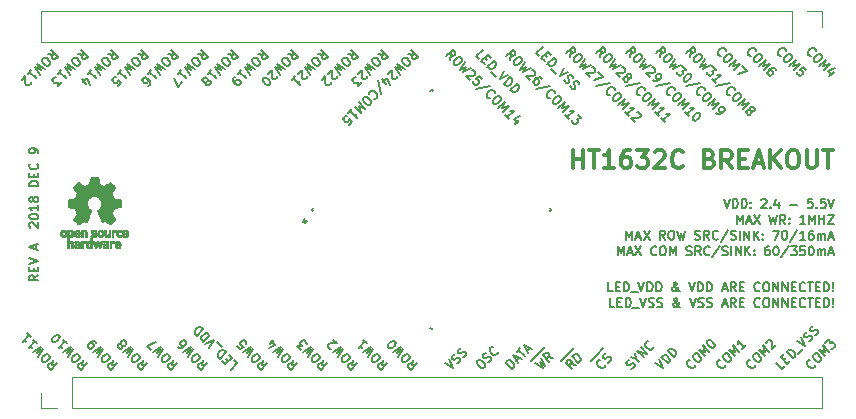
<source format=gbr>
G04 #@! TF.GenerationSoftware,KiCad,Pcbnew,(5.0.1)-4*
G04 #@! TF.CreationDate,2018-12-09T17:15:49-08:00*
G04 #@! TF.ProjectId,ht1632c-to-dip,687431363332632D746F2D6469702E6B,rev?*
G04 #@! TF.SameCoordinates,Original*
G04 #@! TF.FileFunction,Legend,Top*
G04 #@! TF.FilePolarity,Positive*
%FSLAX46Y46*%
G04 Gerber Fmt 4.6, Leading zero omitted, Abs format (unit mm)*
G04 Created by KiCad (PCBNEW (5.0.1)-4) date 12/9/2018 5:15:49 PM*
%MOMM*%
%LPD*%
G01*
G04 APERTURE LIST*
%ADD10C,0.190500*%
%ADD11C,0.300000*%
%ADD12C,0.120000*%
%ADD13C,0.150000*%
%ADD14C,0.254000*%
%ADD15C,0.010000*%
G04 APERTURE END LIST*
D10*
X75909714Y-84034539D02*
X75546857Y-84288539D01*
X75909714Y-84469967D02*
X75147714Y-84469967D01*
X75147714Y-84179682D01*
X75184000Y-84107110D01*
X75220285Y-84070825D01*
X75292857Y-84034539D01*
X75401714Y-84034539D01*
X75474285Y-84070825D01*
X75510571Y-84107110D01*
X75546857Y-84179682D01*
X75546857Y-84469967D01*
X75510571Y-83707967D02*
X75510571Y-83453967D01*
X75909714Y-83345110D02*
X75909714Y-83707967D01*
X75147714Y-83707967D01*
X75147714Y-83345110D01*
X75147714Y-83127396D02*
X75909714Y-82873396D01*
X75147714Y-82619396D01*
X75692000Y-81821110D02*
X75692000Y-81458253D01*
X75909714Y-81893682D02*
X75147714Y-81639682D01*
X75909714Y-81385682D01*
X75220285Y-80006825D02*
X75184000Y-79970539D01*
X75147714Y-79897967D01*
X75147714Y-79716539D01*
X75184000Y-79643967D01*
X75220285Y-79607682D01*
X75292857Y-79571396D01*
X75365428Y-79571396D01*
X75474285Y-79607682D01*
X75909714Y-80043110D01*
X75909714Y-79571396D01*
X75147714Y-79099682D02*
X75147714Y-79027110D01*
X75184000Y-78954539D01*
X75220285Y-78918253D01*
X75292857Y-78881967D01*
X75438000Y-78845682D01*
X75619428Y-78845682D01*
X75764571Y-78881967D01*
X75837142Y-78918253D01*
X75873428Y-78954539D01*
X75909714Y-79027110D01*
X75909714Y-79099682D01*
X75873428Y-79172253D01*
X75837142Y-79208539D01*
X75764571Y-79244825D01*
X75619428Y-79281110D01*
X75438000Y-79281110D01*
X75292857Y-79244825D01*
X75220285Y-79208539D01*
X75184000Y-79172253D01*
X75147714Y-79099682D01*
X75909714Y-78119967D02*
X75909714Y-78555396D01*
X75909714Y-78337682D02*
X75147714Y-78337682D01*
X75256571Y-78410253D01*
X75329142Y-78482825D01*
X75365428Y-78555396D01*
X75474285Y-77684539D02*
X75438000Y-77757110D01*
X75401714Y-77793396D01*
X75329142Y-77829682D01*
X75292857Y-77829682D01*
X75220285Y-77793396D01*
X75184000Y-77757110D01*
X75147714Y-77684539D01*
X75147714Y-77539396D01*
X75184000Y-77466825D01*
X75220285Y-77430539D01*
X75292857Y-77394253D01*
X75329142Y-77394253D01*
X75401714Y-77430539D01*
X75438000Y-77466825D01*
X75474285Y-77539396D01*
X75474285Y-77684539D01*
X75510571Y-77757110D01*
X75546857Y-77793396D01*
X75619428Y-77829682D01*
X75764571Y-77829682D01*
X75837142Y-77793396D01*
X75873428Y-77757110D01*
X75909714Y-77684539D01*
X75909714Y-77539396D01*
X75873428Y-77466825D01*
X75837142Y-77430539D01*
X75764571Y-77394253D01*
X75619428Y-77394253D01*
X75546857Y-77430539D01*
X75510571Y-77466825D01*
X75474285Y-77539396D01*
X75909714Y-76487110D02*
X75147714Y-76487110D01*
X75147714Y-76305682D01*
X75184000Y-76196825D01*
X75256571Y-76124253D01*
X75329142Y-76087967D01*
X75474285Y-76051682D01*
X75583142Y-76051682D01*
X75728285Y-76087967D01*
X75800857Y-76124253D01*
X75873428Y-76196825D01*
X75909714Y-76305682D01*
X75909714Y-76487110D01*
X75510571Y-75725110D02*
X75510571Y-75471110D01*
X75909714Y-75362253D02*
X75909714Y-75725110D01*
X75147714Y-75725110D01*
X75147714Y-75362253D01*
X75837142Y-74600253D02*
X75873428Y-74636539D01*
X75909714Y-74745396D01*
X75909714Y-74817967D01*
X75873428Y-74926825D01*
X75800857Y-74999396D01*
X75728285Y-75035682D01*
X75583142Y-75071967D01*
X75474285Y-75071967D01*
X75329142Y-75035682D01*
X75256571Y-74999396D01*
X75184000Y-74926825D01*
X75147714Y-74817967D01*
X75147714Y-74745396D01*
X75184000Y-74636539D01*
X75220285Y-74600253D01*
X75909714Y-73656825D02*
X75909714Y-73511682D01*
X75873428Y-73439110D01*
X75837142Y-73402825D01*
X75728285Y-73330253D01*
X75583142Y-73293967D01*
X75292857Y-73293967D01*
X75220285Y-73330253D01*
X75184000Y-73366539D01*
X75147714Y-73439110D01*
X75147714Y-73584253D01*
X75184000Y-73656825D01*
X75220285Y-73693110D01*
X75292857Y-73729396D01*
X75474285Y-73729396D01*
X75546857Y-73693110D01*
X75583142Y-73656825D01*
X75619428Y-73584253D01*
X75619428Y-73439110D01*
X75583142Y-73366539D01*
X75546857Y-73330253D01*
X75474285Y-73293967D01*
X124553889Y-85402964D02*
X124191032Y-85402964D01*
X124191032Y-84640964D01*
X124807889Y-85003821D02*
X125061889Y-85003821D01*
X125170746Y-85402964D02*
X124807889Y-85402964D01*
X124807889Y-84640964D01*
X125170746Y-84640964D01*
X125497317Y-85402964D02*
X125497317Y-84640964D01*
X125678746Y-84640964D01*
X125787603Y-84677250D01*
X125860175Y-84749821D01*
X125896460Y-84822392D01*
X125932746Y-84967535D01*
X125932746Y-85076392D01*
X125896460Y-85221535D01*
X125860175Y-85294107D01*
X125787603Y-85366678D01*
X125678746Y-85402964D01*
X125497317Y-85402964D01*
X126077889Y-85475535D02*
X126658460Y-85475535D01*
X126731032Y-84640964D02*
X126985032Y-85402964D01*
X127239032Y-84640964D01*
X127493032Y-85402964D02*
X127493032Y-84640964D01*
X127674460Y-84640964D01*
X127783317Y-84677250D01*
X127855889Y-84749821D01*
X127892175Y-84822392D01*
X127928460Y-84967535D01*
X127928460Y-85076392D01*
X127892175Y-85221535D01*
X127855889Y-85294107D01*
X127783317Y-85366678D01*
X127674460Y-85402964D01*
X127493032Y-85402964D01*
X128255032Y-85402964D02*
X128255032Y-84640964D01*
X128436460Y-84640964D01*
X128545317Y-84677250D01*
X128617889Y-84749821D01*
X128654175Y-84822392D01*
X128690460Y-84967535D01*
X128690460Y-85076392D01*
X128654175Y-85221535D01*
X128617889Y-85294107D01*
X128545317Y-85366678D01*
X128436460Y-85402964D01*
X128255032Y-85402964D01*
X130214460Y-85402964D02*
X130178175Y-85402964D01*
X130105603Y-85366678D01*
X129996746Y-85257821D01*
X129815317Y-85040107D01*
X129742746Y-84931250D01*
X129706460Y-84822392D01*
X129706460Y-84749821D01*
X129742746Y-84677250D01*
X129815317Y-84640964D01*
X129851603Y-84640964D01*
X129924175Y-84677250D01*
X129960460Y-84749821D01*
X129960460Y-84786107D01*
X129924175Y-84858678D01*
X129887889Y-84894964D01*
X129670175Y-85040107D01*
X129633889Y-85076392D01*
X129597603Y-85148964D01*
X129597603Y-85257821D01*
X129633889Y-85330392D01*
X129670175Y-85366678D01*
X129742746Y-85402964D01*
X129851603Y-85402964D01*
X129924175Y-85366678D01*
X129960460Y-85330392D01*
X130069317Y-85185250D01*
X130105603Y-85076392D01*
X130105603Y-85003821D01*
X131012746Y-84640964D02*
X131266746Y-85402964D01*
X131520746Y-84640964D01*
X131774746Y-85402964D02*
X131774746Y-84640964D01*
X131956175Y-84640964D01*
X132065032Y-84677250D01*
X132137603Y-84749821D01*
X132173889Y-84822392D01*
X132210175Y-84967535D01*
X132210175Y-85076392D01*
X132173889Y-85221535D01*
X132137603Y-85294107D01*
X132065032Y-85366678D01*
X131956175Y-85402964D01*
X131774746Y-85402964D01*
X132536746Y-85402964D02*
X132536746Y-84640964D01*
X132718175Y-84640964D01*
X132827032Y-84677250D01*
X132899603Y-84749821D01*
X132935889Y-84822392D01*
X132972175Y-84967535D01*
X132972175Y-85076392D01*
X132935889Y-85221535D01*
X132899603Y-85294107D01*
X132827032Y-85366678D01*
X132718175Y-85402964D01*
X132536746Y-85402964D01*
X133843032Y-85185250D02*
X134205889Y-85185250D01*
X133770460Y-85402964D02*
X134024460Y-84640964D01*
X134278460Y-85402964D01*
X134967889Y-85402964D02*
X134713889Y-85040107D01*
X134532460Y-85402964D02*
X134532460Y-84640964D01*
X134822746Y-84640964D01*
X134895317Y-84677250D01*
X134931603Y-84713535D01*
X134967889Y-84786107D01*
X134967889Y-84894964D01*
X134931603Y-84967535D01*
X134895317Y-85003821D01*
X134822746Y-85040107D01*
X134532460Y-85040107D01*
X135294460Y-85003821D02*
X135548460Y-85003821D01*
X135657317Y-85402964D02*
X135294460Y-85402964D01*
X135294460Y-84640964D01*
X135657317Y-84640964D01*
X136999889Y-85330392D02*
X136963603Y-85366678D01*
X136854746Y-85402964D01*
X136782175Y-85402964D01*
X136673317Y-85366678D01*
X136600746Y-85294107D01*
X136564460Y-85221535D01*
X136528175Y-85076392D01*
X136528175Y-84967535D01*
X136564460Y-84822392D01*
X136600746Y-84749821D01*
X136673317Y-84677250D01*
X136782175Y-84640964D01*
X136854746Y-84640964D01*
X136963603Y-84677250D01*
X136999889Y-84713535D01*
X137471603Y-84640964D02*
X137616746Y-84640964D01*
X137689317Y-84677250D01*
X137761889Y-84749821D01*
X137798175Y-84894964D01*
X137798175Y-85148964D01*
X137761889Y-85294107D01*
X137689317Y-85366678D01*
X137616746Y-85402964D01*
X137471603Y-85402964D01*
X137399032Y-85366678D01*
X137326460Y-85294107D01*
X137290175Y-85148964D01*
X137290175Y-84894964D01*
X137326460Y-84749821D01*
X137399032Y-84677250D01*
X137471603Y-84640964D01*
X138124746Y-85402964D02*
X138124746Y-84640964D01*
X138560175Y-85402964D01*
X138560175Y-84640964D01*
X138923032Y-85402964D02*
X138923032Y-84640964D01*
X139358460Y-85402964D01*
X139358460Y-84640964D01*
X139721317Y-85003821D02*
X139975317Y-85003821D01*
X140084175Y-85402964D02*
X139721317Y-85402964D01*
X139721317Y-84640964D01*
X140084175Y-84640964D01*
X140846175Y-85330392D02*
X140809889Y-85366678D01*
X140701032Y-85402964D01*
X140628460Y-85402964D01*
X140519603Y-85366678D01*
X140447032Y-85294107D01*
X140410746Y-85221535D01*
X140374460Y-85076392D01*
X140374460Y-84967535D01*
X140410746Y-84822392D01*
X140447032Y-84749821D01*
X140519603Y-84677250D01*
X140628460Y-84640964D01*
X140701032Y-84640964D01*
X140809889Y-84677250D01*
X140846175Y-84713535D01*
X141063889Y-84640964D02*
X141499317Y-84640964D01*
X141281603Y-85402964D02*
X141281603Y-84640964D01*
X141753317Y-85003821D02*
X142007317Y-85003821D01*
X142116175Y-85402964D02*
X141753317Y-85402964D01*
X141753317Y-84640964D01*
X142116175Y-84640964D01*
X142442746Y-85402964D02*
X142442746Y-84640964D01*
X142624175Y-84640964D01*
X142733032Y-84677250D01*
X142805603Y-84749821D01*
X142841889Y-84822392D01*
X142878175Y-84967535D01*
X142878175Y-85076392D01*
X142841889Y-85221535D01*
X142805603Y-85294107D01*
X142733032Y-85366678D01*
X142624175Y-85402964D01*
X142442746Y-85402964D01*
X143204746Y-85330392D02*
X143241032Y-85366678D01*
X143204746Y-85402964D01*
X143168460Y-85366678D01*
X143204746Y-85330392D01*
X143204746Y-85402964D01*
X143204746Y-85112678D02*
X143168460Y-84677250D01*
X143204746Y-84640964D01*
X143241032Y-84677250D01*
X143204746Y-85112678D01*
X143204746Y-84640964D01*
X124699032Y-86736464D02*
X124336175Y-86736464D01*
X124336175Y-85974464D01*
X124953032Y-86337321D02*
X125207032Y-86337321D01*
X125315889Y-86736464D02*
X124953032Y-86736464D01*
X124953032Y-85974464D01*
X125315889Y-85974464D01*
X125642460Y-86736464D02*
X125642460Y-85974464D01*
X125823889Y-85974464D01*
X125932746Y-86010750D01*
X126005317Y-86083321D01*
X126041603Y-86155892D01*
X126077889Y-86301035D01*
X126077889Y-86409892D01*
X126041603Y-86555035D01*
X126005317Y-86627607D01*
X125932746Y-86700178D01*
X125823889Y-86736464D01*
X125642460Y-86736464D01*
X126223032Y-86809035D02*
X126803603Y-86809035D01*
X126876175Y-85974464D02*
X127130175Y-86736464D01*
X127384175Y-85974464D01*
X127601889Y-86700178D02*
X127710746Y-86736464D01*
X127892175Y-86736464D01*
X127964746Y-86700178D01*
X128001032Y-86663892D01*
X128037317Y-86591321D01*
X128037317Y-86518750D01*
X128001032Y-86446178D01*
X127964746Y-86409892D01*
X127892175Y-86373607D01*
X127747032Y-86337321D01*
X127674460Y-86301035D01*
X127638175Y-86264750D01*
X127601889Y-86192178D01*
X127601889Y-86119607D01*
X127638175Y-86047035D01*
X127674460Y-86010750D01*
X127747032Y-85974464D01*
X127928460Y-85974464D01*
X128037317Y-86010750D01*
X128327603Y-86700178D02*
X128436460Y-86736464D01*
X128617889Y-86736464D01*
X128690460Y-86700178D01*
X128726746Y-86663892D01*
X128763032Y-86591321D01*
X128763032Y-86518750D01*
X128726746Y-86446178D01*
X128690460Y-86409892D01*
X128617889Y-86373607D01*
X128472746Y-86337321D01*
X128400175Y-86301035D01*
X128363889Y-86264750D01*
X128327603Y-86192178D01*
X128327603Y-86119607D01*
X128363889Y-86047035D01*
X128400175Y-86010750D01*
X128472746Y-85974464D01*
X128654175Y-85974464D01*
X128763032Y-86010750D01*
X130287032Y-86736464D02*
X130250746Y-86736464D01*
X130178175Y-86700178D01*
X130069317Y-86591321D01*
X129887889Y-86373607D01*
X129815317Y-86264750D01*
X129779032Y-86155892D01*
X129779032Y-86083321D01*
X129815317Y-86010750D01*
X129887889Y-85974464D01*
X129924175Y-85974464D01*
X129996746Y-86010750D01*
X130033032Y-86083321D01*
X130033032Y-86119607D01*
X129996746Y-86192178D01*
X129960460Y-86228464D01*
X129742746Y-86373607D01*
X129706460Y-86409892D01*
X129670175Y-86482464D01*
X129670175Y-86591321D01*
X129706460Y-86663892D01*
X129742746Y-86700178D01*
X129815317Y-86736464D01*
X129924175Y-86736464D01*
X129996746Y-86700178D01*
X130033032Y-86663892D01*
X130141889Y-86518750D01*
X130178175Y-86409892D01*
X130178175Y-86337321D01*
X131085317Y-85974464D02*
X131339317Y-86736464D01*
X131593317Y-85974464D01*
X131811032Y-86700178D02*
X131919889Y-86736464D01*
X132101317Y-86736464D01*
X132173889Y-86700178D01*
X132210175Y-86663892D01*
X132246460Y-86591321D01*
X132246460Y-86518750D01*
X132210175Y-86446178D01*
X132173889Y-86409892D01*
X132101317Y-86373607D01*
X131956175Y-86337321D01*
X131883603Y-86301035D01*
X131847317Y-86264750D01*
X131811032Y-86192178D01*
X131811032Y-86119607D01*
X131847317Y-86047035D01*
X131883603Y-86010750D01*
X131956175Y-85974464D01*
X132137603Y-85974464D01*
X132246460Y-86010750D01*
X132536746Y-86700178D02*
X132645603Y-86736464D01*
X132827032Y-86736464D01*
X132899603Y-86700178D01*
X132935889Y-86663892D01*
X132972175Y-86591321D01*
X132972175Y-86518750D01*
X132935889Y-86446178D01*
X132899603Y-86409892D01*
X132827032Y-86373607D01*
X132681889Y-86337321D01*
X132609317Y-86301035D01*
X132573032Y-86264750D01*
X132536746Y-86192178D01*
X132536746Y-86119607D01*
X132573032Y-86047035D01*
X132609317Y-86010750D01*
X132681889Y-85974464D01*
X132863317Y-85974464D01*
X132972175Y-86010750D01*
X133843032Y-86518750D02*
X134205889Y-86518750D01*
X133770460Y-86736464D02*
X134024460Y-85974464D01*
X134278460Y-86736464D01*
X134967889Y-86736464D02*
X134713889Y-86373607D01*
X134532460Y-86736464D02*
X134532460Y-85974464D01*
X134822746Y-85974464D01*
X134895317Y-86010750D01*
X134931603Y-86047035D01*
X134967889Y-86119607D01*
X134967889Y-86228464D01*
X134931603Y-86301035D01*
X134895317Y-86337321D01*
X134822746Y-86373607D01*
X134532460Y-86373607D01*
X135294460Y-86337321D02*
X135548460Y-86337321D01*
X135657317Y-86736464D02*
X135294460Y-86736464D01*
X135294460Y-85974464D01*
X135657317Y-85974464D01*
X136999889Y-86663892D02*
X136963603Y-86700178D01*
X136854746Y-86736464D01*
X136782175Y-86736464D01*
X136673317Y-86700178D01*
X136600746Y-86627607D01*
X136564460Y-86555035D01*
X136528175Y-86409892D01*
X136528175Y-86301035D01*
X136564460Y-86155892D01*
X136600746Y-86083321D01*
X136673317Y-86010750D01*
X136782175Y-85974464D01*
X136854746Y-85974464D01*
X136963603Y-86010750D01*
X136999889Y-86047035D01*
X137471603Y-85974464D02*
X137616746Y-85974464D01*
X137689317Y-86010750D01*
X137761889Y-86083321D01*
X137798175Y-86228464D01*
X137798175Y-86482464D01*
X137761889Y-86627607D01*
X137689317Y-86700178D01*
X137616746Y-86736464D01*
X137471603Y-86736464D01*
X137399032Y-86700178D01*
X137326460Y-86627607D01*
X137290175Y-86482464D01*
X137290175Y-86228464D01*
X137326460Y-86083321D01*
X137399032Y-86010750D01*
X137471603Y-85974464D01*
X138124746Y-86736464D02*
X138124746Y-85974464D01*
X138560175Y-86736464D01*
X138560175Y-85974464D01*
X138923032Y-86736464D02*
X138923032Y-85974464D01*
X139358460Y-86736464D01*
X139358460Y-85974464D01*
X139721317Y-86337321D02*
X139975317Y-86337321D01*
X140084175Y-86736464D02*
X139721317Y-86736464D01*
X139721317Y-85974464D01*
X140084175Y-85974464D01*
X140846175Y-86663892D02*
X140809889Y-86700178D01*
X140701032Y-86736464D01*
X140628460Y-86736464D01*
X140519603Y-86700178D01*
X140447032Y-86627607D01*
X140410746Y-86555035D01*
X140374460Y-86409892D01*
X140374460Y-86301035D01*
X140410746Y-86155892D01*
X140447032Y-86083321D01*
X140519603Y-86010750D01*
X140628460Y-85974464D01*
X140701032Y-85974464D01*
X140809889Y-86010750D01*
X140846175Y-86047035D01*
X141063889Y-85974464D02*
X141499317Y-85974464D01*
X141281603Y-86736464D02*
X141281603Y-85974464D01*
X141753317Y-86337321D02*
X142007317Y-86337321D01*
X142116175Y-86736464D02*
X141753317Y-86736464D01*
X141753317Y-85974464D01*
X142116175Y-85974464D01*
X142442746Y-86736464D02*
X142442746Y-85974464D01*
X142624175Y-85974464D01*
X142733032Y-86010750D01*
X142805603Y-86083321D01*
X142841889Y-86155892D01*
X142878175Y-86301035D01*
X142878175Y-86409892D01*
X142841889Y-86555035D01*
X142805603Y-86627607D01*
X142733032Y-86700178D01*
X142624175Y-86736464D01*
X142442746Y-86736464D01*
X143204746Y-86663892D02*
X143241032Y-86700178D01*
X143204746Y-86736464D01*
X143168460Y-86700178D01*
X143204746Y-86663892D01*
X143204746Y-86736464D01*
X143204746Y-86446178D02*
X143168460Y-86010750D01*
X143204746Y-85974464D01*
X143241032Y-86010750D01*
X143204746Y-86446178D01*
X143204746Y-85974464D01*
X133951889Y-77592464D02*
X134205889Y-78354464D01*
X134459889Y-77592464D01*
X134713889Y-78354464D02*
X134713889Y-77592464D01*
X134895317Y-77592464D01*
X135004175Y-77628750D01*
X135076746Y-77701321D01*
X135113032Y-77773892D01*
X135149317Y-77919035D01*
X135149317Y-78027892D01*
X135113032Y-78173035D01*
X135076746Y-78245607D01*
X135004175Y-78318178D01*
X134895317Y-78354464D01*
X134713889Y-78354464D01*
X135475889Y-78354464D02*
X135475889Y-77592464D01*
X135657317Y-77592464D01*
X135766175Y-77628750D01*
X135838746Y-77701321D01*
X135875032Y-77773892D01*
X135911317Y-77919035D01*
X135911317Y-78027892D01*
X135875032Y-78173035D01*
X135838746Y-78245607D01*
X135766175Y-78318178D01*
X135657317Y-78354464D01*
X135475889Y-78354464D01*
X136237889Y-78281892D02*
X136274175Y-78318178D01*
X136237889Y-78354464D01*
X136201603Y-78318178D01*
X136237889Y-78281892D01*
X136237889Y-78354464D01*
X136237889Y-77882750D02*
X136274175Y-77919035D01*
X136237889Y-77955321D01*
X136201603Y-77919035D01*
X136237889Y-77882750D01*
X136237889Y-77955321D01*
X137145032Y-77665035D02*
X137181317Y-77628750D01*
X137253889Y-77592464D01*
X137435317Y-77592464D01*
X137507889Y-77628750D01*
X137544175Y-77665035D01*
X137580460Y-77737607D01*
X137580460Y-77810178D01*
X137544175Y-77919035D01*
X137108746Y-78354464D01*
X137580460Y-78354464D01*
X137907032Y-78281892D02*
X137943317Y-78318178D01*
X137907032Y-78354464D01*
X137870746Y-78318178D01*
X137907032Y-78281892D01*
X137907032Y-78354464D01*
X138596460Y-77846464D02*
X138596460Y-78354464D01*
X138415032Y-77556178D02*
X138233603Y-78100464D01*
X138705317Y-78100464D01*
X139576175Y-78064178D02*
X140156746Y-78064178D01*
X141463032Y-77592464D02*
X141100175Y-77592464D01*
X141063889Y-77955321D01*
X141100175Y-77919035D01*
X141172746Y-77882750D01*
X141354175Y-77882750D01*
X141426746Y-77919035D01*
X141463032Y-77955321D01*
X141499317Y-78027892D01*
X141499317Y-78209321D01*
X141463032Y-78281892D01*
X141426746Y-78318178D01*
X141354175Y-78354464D01*
X141172746Y-78354464D01*
X141100175Y-78318178D01*
X141063889Y-78281892D01*
X141825889Y-78281892D02*
X141862175Y-78318178D01*
X141825889Y-78354464D01*
X141789603Y-78318178D01*
X141825889Y-78281892D01*
X141825889Y-78354464D01*
X142551603Y-77592464D02*
X142188746Y-77592464D01*
X142152460Y-77955321D01*
X142188746Y-77919035D01*
X142261317Y-77882750D01*
X142442746Y-77882750D01*
X142515317Y-77919035D01*
X142551603Y-77955321D01*
X142587889Y-78027892D01*
X142587889Y-78209321D01*
X142551603Y-78281892D01*
X142515317Y-78318178D01*
X142442746Y-78354464D01*
X142261317Y-78354464D01*
X142188746Y-78318178D01*
X142152460Y-78281892D01*
X142805603Y-77592464D02*
X143059603Y-78354464D01*
X143313603Y-77592464D01*
X135040460Y-79687964D02*
X135040460Y-78925964D01*
X135294460Y-79470250D01*
X135548460Y-78925964D01*
X135548460Y-79687964D01*
X135875032Y-79470250D02*
X136237889Y-79470250D01*
X135802460Y-79687964D02*
X136056460Y-78925964D01*
X136310460Y-79687964D01*
X136491889Y-78925964D02*
X136999889Y-79687964D01*
X136999889Y-78925964D02*
X136491889Y-79687964D01*
X137798175Y-78925964D02*
X137979603Y-79687964D01*
X138124746Y-79143678D01*
X138269889Y-79687964D01*
X138451317Y-78925964D01*
X139177032Y-79687964D02*
X138923032Y-79325107D01*
X138741603Y-79687964D02*
X138741603Y-78925964D01*
X139031889Y-78925964D01*
X139104460Y-78962250D01*
X139140746Y-78998535D01*
X139177032Y-79071107D01*
X139177032Y-79179964D01*
X139140746Y-79252535D01*
X139104460Y-79288821D01*
X139031889Y-79325107D01*
X138741603Y-79325107D01*
X139503603Y-79615392D02*
X139539889Y-79651678D01*
X139503603Y-79687964D01*
X139467317Y-79651678D01*
X139503603Y-79615392D01*
X139503603Y-79687964D01*
X139503603Y-79216250D02*
X139539889Y-79252535D01*
X139503603Y-79288821D01*
X139467317Y-79252535D01*
X139503603Y-79216250D01*
X139503603Y-79288821D01*
X140846175Y-79687964D02*
X140410746Y-79687964D01*
X140628460Y-79687964D02*
X140628460Y-78925964D01*
X140555889Y-79034821D01*
X140483317Y-79107392D01*
X140410746Y-79143678D01*
X141172746Y-79687964D02*
X141172746Y-78925964D01*
X141426746Y-79470250D01*
X141680746Y-78925964D01*
X141680746Y-79687964D01*
X142043603Y-79687964D02*
X142043603Y-78925964D01*
X142043603Y-79288821D02*
X142479032Y-79288821D01*
X142479032Y-79687964D02*
X142479032Y-78925964D01*
X142769317Y-78925964D02*
X143277317Y-78925964D01*
X142769317Y-79687964D01*
X143277317Y-79687964D01*
X125715032Y-81021464D02*
X125715032Y-80259464D01*
X125969032Y-80803750D01*
X126223032Y-80259464D01*
X126223032Y-81021464D01*
X126549603Y-80803750D02*
X126912460Y-80803750D01*
X126477032Y-81021464D02*
X126731032Y-80259464D01*
X126985032Y-81021464D01*
X127166460Y-80259464D02*
X127674460Y-81021464D01*
X127674460Y-80259464D02*
X127166460Y-81021464D01*
X128980746Y-81021464D02*
X128726746Y-80658607D01*
X128545317Y-81021464D02*
X128545317Y-80259464D01*
X128835603Y-80259464D01*
X128908175Y-80295750D01*
X128944460Y-80332035D01*
X128980746Y-80404607D01*
X128980746Y-80513464D01*
X128944460Y-80586035D01*
X128908175Y-80622321D01*
X128835603Y-80658607D01*
X128545317Y-80658607D01*
X129452460Y-80259464D02*
X129597603Y-80259464D01*
X129670175Y-80295750D01*
X129742746Y-80368321D01*
X129779032Y-80513464D01*
X129779032Y-80767464D01*
X129742746Y-80912607D01*
X129670175Y-80985178D01*
X129597603Y-81021464D01*
X129452460Y-81021464D01*
X129379889Y-80985178D01*
X129307317Y-80912607D01*
X129271032Y-80767464D01*
X129271032Y-80513464D01*
X129307317Y-80368321D01*
X129379889Y-80295750D01*
X129452460Y-80259464D01*
X130033032Y-80259464D02*
X130214460Y-81021464D01*
X130359603Y-80477178D01*
X130504746Y-81021464D01*
X130686175Y-80259464D01*
X131520746Y-80985178D02*
X131629603Y-81021464D01*
X131811032Y-81021464D01*
X131883603Y-80985178D01*
X131919889Y-80948892D01*
X131956175Y-80876321D01*
X131956175Y-80803750D01*
X131919889Y-80731178D01*
X131883603Y-80694892D01*
X131811032Y-80658607D01*
X131665889Y-80622321D01*
X131593317Y-80586035D01*
X131557032Y-80549750D01*
X131520746Y-80477178D01*
X131520746Y-80404607D01*
X131557032Y-80332035D01*
X131593317Y-80295750D01*
X131665889Y-80259464D01*
X131847317Y-80259464D01*
X131956175Y-80295750D01*
X132718175Y-81021464D02*
X132464175Y-80658607D01*
X132282746Y-81021464D02*
X132282746Y-80259464D01*
X132573032Y-80259464D01*
X132645603Y-80295750D01*
X132681889Y-80332035D01*
X132718175Y-80404607D01*
X132718175Y-80513464D01*
X132681889Y-80586035D01*
X132645603Y-80622321D01*
X132573032Y-80658607D01*
X132282746Y-80658607D01*
X133480175Y-80948892D02*
X133443889Y-80985178D01*
X133335032Y-81021464D01*
X133262460Y-81021464D01*
X133153603Y-80985178D01*
X133081032Y-80912607D01*
X133044746Y-80840035D01*
X133008460Y-80694892D01*
X133008460Y-80586035D01*
X133044746Y-80440892D01*
X133081032Y-80368321D01*
X133153603Y-80295750D01*
X133262460Y-80259464D01*
X133335032Y-80259464D01*
X133443889Y-80295750D01*
X133480175Y-80332035D01*
X134351032Y-80223178D02*
X133697889Y-81202892D01*
X134568746Y-80985178D02*
X134677603Y-81021464D01*
X134859032Y-81021464D01*
X134931603Y-80985178D01*
X134967889Y-80948892D01*
X135004175Y-80876321D01*
X135004175Y-80803750D01*
X134967889Y-80731178D01*
X134931603Y-80694892D01*
X134859032Y-80658607D01*
X134713889Y-80622321D01*
X134641317Y-80586035D01*
X134605032Y-80549750D01*
X134568746Y-80477178D01*
X134568746Y-80404607D01*
X134605032Y-80332035D01*
X134641317Y-80295750D01*
X134713889Y-80259464D01*
X134895317Y-80259464D01*
X135004175Y-80295750D01*
X135330746Y-81021464D02*
X135330746Y-80259464D01*
X135693603Y-81021464D02*
X135693603Y-80259464D01*
X136129032Y-81021464D01*
X136129032Y-80259464D01*
X136491889Y-81021464D02*
X136491889Y-80259464D01*
X136927317Y-81021464D02*
X136600746Y-80586035D01*
X136927317Y-80259464D02*
X136491889Y-80694892D01*
X137253889Y-80948892D02*
X137290175Y-80985178D01*
X137253889Y-81021464D01*
X137217603Y-80985178D01*
X137253889Y-80948892D01*
X137253889Y-81021464D01*
X137253889Y-80549750D02*
X137290175Y-80586035D01*
X137253889Y-80622321D01*
X137217603Y-80586035D01*
X137253889Y-80549750D01*
X137253889Y-80622321D01*
X138124746Y-80259464D02*
X138632746Y-80259464D01*
X138306175Y-81021464D01*
X139068175Y-80259464D02*
X139140746Y-80259464D01*
X139213317Y-80295750D01*
X139249603Y-80332035D01*
X139285889Y-80404607D01*
X139322175Y-80549750D01*
X139322175Y-80731178D01*
X139285889Y-80876321D01*
X139249603Y-80948892D01*
X139213317Y-80985178D01*
X139140746Y-81021464D01*
X139068175Y-81021464D01*
X138995603Y-80985178D01*
X138959317Y-80948892D01*
X138923032Y-80876321D01*
X138886746Y-80731178D01*
X138886746Y-80549750D01*
X138923032Y-80404607D01*
X138959317Y-80332035D01*
X138995603Y-80295750D01*
X139068175Y-80259464D01*
X140193032Y-80223178D02*
X139539889Y-81202892D01*
X140846175Y-81021464D02*
X140410746Y-81021464D01*
X140628460Y-81021464D02*
X140628460Y-80259464D01*
X140555889Y-80368321D01*
X140483317Y-80440892D01*
X140410746Y-80477178D01*
X141499317Y-80259464D02*
X141354175Y-80259464D01*
X141281603Y-80295750D01*
X141245317Y-80332035D01*
X141172746Y-80440892D01*
X141136460Y-80586035D01*
X141136460Y-80876321D01*
X141172746Y-80948892D01*
X141209032Y-80985178D01*
X141281603Y-81021464D01*
X141426746Y-81021464D01*
X141499317Y-80985178D01*
X141535603Y-80948892D01*
X141571889Y-80876321D01*
X141571889Y-80694892D01*
X141535603Y-80622321D01*
X141499317Y-80586035D01*
X141426746Y-80549750D01*
X141281603Y-80549750D01*
X141209032Y-80586035D01*
X141172746Y-80622321D01*
X141136460Y-80694892D01*
X141898460Y-81021464D02*
X141898460Y-80513464D01*
X141898460Y-80586035D02*
X141934746Y-80549750D01*
X142007317Y-80513464D01*
X142116175Y-80513464D01*
X142188746Y-80549750D01*
X142225032Y-80622321D01*
X142225032Y-81021464D01*
X142225032Y-80622321D02*
X142261317Y-80549750D01*
X142333889Y-80513464D01*
X142442746Y-80513464D01*
X142515317Y-80549750D01*
X142551603Y-80622321D01*
X142551603Y-81021464D01*
X142878175Y-80803750D02*
X143241032Y-80803750D01*
X142805603Y-81021464D02*
X143059603Y-80259464D01*
X143313603Y-81021464D01*
X124989317Y-82354964D02*
X124989317Y-81592964D01*
X125243317Y-82137250D01*
X125497317Y-81592964D01*
X125497317Y-82354964D01*
X125823889Y-82137250D02*
X126186746Y-82137250D01*
X125751317Y-82354964D02*
X126005317Y-81592964D01*
X126259317Y-82354964D01*
X126440746Y-81592964D02*
X126948746Y-82354964D01*
X126948746Y-81592964D02*
X126440746Y-82354964D01*
X128255032Y-82282392D02*
X128218746Y-82318678D01*
X128109889Y-82354964D01*
X128037317Y-82354964D01*
X127928460Y-82318678D01*
X127855889Y-82246107D01*
X127819603Y-82173535D01*
X127783317Y-82028392D01*
X127783317Y-81919535D01*
X127819603Y-81774392D01*
X127855889Y-81701821D01*
X127928460Y-81629250D01*
X128037317Y-81592964D01*
X128109889Y-81592964D01*
X128218746Y-81629250D01*
X128255032Y-81665535D01*
X128726746Y-81592964D02*
X128871889Y-81592964D01*
X128944460Y-81629250D01*
X129017032Y-81701821D01*
X129053317Y-81846964D01*
X129053317Y-82100964D01*
X129017032Y-82246107D01*
X128944460Y-82318678D01*
X128871889Y-82354964D01*
X128726746Y-82354964D01*
X128654175Y-82318678D01*
X128581603Y-82246107D01*
X128545317Y-82100964D01*
X128545317Y-81846964D01*
X128581603Y-81701821D01*
X128654175Y-81629250D01*
X128726746Y-81592964D01*
X129379889Y-82354964D02*
X129379889Y-81592964D01*
X129633889Y-82137250D01*
X129887889Y-81592964D01*
X129887889Y-82354964D01*
X130795032Y-82318678D02*
X130903889Y-82354964D01*
X131085317Y-82354964D01*
X131157889Y-82318678D01*
X131194175Y-82282392D01*
X131230460Y-82209821D01*
X131230460Y-82137250D01*
X131194175Y-82064678D01*
X131157889Y-82028392D01*
X131085317Y-81992107D01*
X130940175Y-81955821D01*
X130867603Y-81919535D01*
X130831317Y-81883250D01*
X130795032Y-81810678D01*
X130795032Y-81738107D01*
X130831317Y-81665535D01*
X130867603Y-81629250D01*
X130940175Y-81592964D01*
X131121603Y-81592964D01*
X131230460Y-81629250D01*
X131992460Y-82354964D02*
X131738460Y-81992107D01*
X131557032Y-82354964D02*
X131557032Y-81592964D01*
X131847317Y-81592964D01*
X131919889Y-81629250D01*
X131956175Y-81665535D01*
X131992460Y-81738107D01*
X131992460Y-81846964D01*
X131956175Y-81919535D01*
X131919889Y-81955821D01*
X131847317Y-81992107D01*
X131557032Y-81992107D01*
X132754460Y-82282392D02*
X132718175Y-82318678D01*
X132609317Y-82354964D01*
X132536746Y-82354964D01*
X132427889Y-82318678D01*
X132355317Y-82246107D01*
X132319032Y-82173535D01*
X132282746Y-82028392D01*
X132282746Y-81919535D01*
X132319032Y-81774392D01*
X132355317Y-81701821D01*
X132427889Y-81629250D01*
X132536746Y-81592964D01*
X132609317Y-81592964D01*
X132718175Y-81629250D01*
X132754460Y-81665535D01*
X133625317Y-81556678D02*
X132972175Y-82536392D01*
X133843032Y-82318678D02*
X133951889Y-82354964D01*
X134133317Y-82354964D01*
X134205889Y-82318678D01*
X134242175Y-82282392D01*
X134278460Y-82209821D01*
X134278460Y-82137250D01*
X134242175Y-82064678D01*
X134205889Y-82028392D01*
X134133317Y-81992107D01*
X133988175Y-81955821D01*
X133915603Y-81919535D01*
X133879317Y-81883250D01*
X133843032Y-81810678D01*
X133843032Y-81738107D01*
X133879317Y-81665535D01*
X133915603Y-81629250D01*
X133988175Y-81592964D01*
X134169603Y-81592964D01*
X134278460Y-81629250D01*
X134605032Y-82354964D02*
X134605032Y-81592964D01*
X134967889Y-82354964D02*
X134967889Y-81592964D01*
X135403317Y-82354964D01*
X135403317Y-81592964D01*
X135766175Y-82354964D02*
X135766175Y-81592964D01*
X136201603Y-82354964D02*
X135875032Y-81919535D01*
X136201603Y-81592964D02*
X135766175Y-82028392D01*
X136528175Y-82282392D02*
X136564460Y-82318678D01*
X136528175Y-82354964D01*
X136491889Y-82318678D01*
X136528175Y-82282392D01*
X136528175Y-82354964D01*
X136528175Y-81883250D02*
X136564460Y-81919535D01*
X136528175Y-81955821D01*
X136491889Y-81919535D01*
X136528175Y-81883250D01*
X136528175Y-81955821D01*
X137798175Y-81592964D02*
X137653032Y-81592964D01*
X137580460Y-81629250D01*
X137544175Y-81665535D01*
X137471603Y-81774392D01*
X137435317Y-81919535D01*
X137435317Y-82209821D01*
X137471603Y-82282392D01*
X137507889Y-82318678D01*
X137580460Y-82354964D01*
X137725603Y-82354964D01*
X137798175Y-82318678D01*
X137834460Y-82282392D01*
X137870746Y-82209821D01*
X137870746Y-82028392D01*
X137834460Y-81955821D01*
X137798175Y-81919535D01*
X137725603Y-81883250D01*
X137580460Y-81883250D01*
X137507889Y-81919535D01*
X137471603Y-81955821D01*
X137435317Y-82028392D01*
X138342460Y-81592964D02*
X138415032Y-81592964D01*
X138487603Y-81629250D01*
X138523889Y-81665535D01*
X138560175Y-81738107D01*
X138596460Y-81883250D01*
X138596460Y-82064678D01*
X138560175Y-82209821D01*
X138523889Y-82282392D01*
X138487603Y-82318678D01*
X138415032Y-82354964D01*
X138342460Y-82354964D01*
X138269889Y-82318678D01*
X138233603Y-82282392D01*
X138197317Y-82209821D01*
X138161032Y-82064678D01*
X138161032Y-81883250D01*
X138197317Y-81738107D01*
X138233603Y-81665535D01*
X138269889Y-81629250D01*
X138342460Y-81592964D01*
X139467317Y-81556678D02*
X138814175Y-82536392D01*
X139648746Y-81592964D02*
X140120460Y-81592964D01*
X139866460Y-81883250D01*
X139975317Y-81883250D01*
X140047889Y-81919535D01*
X140084175Y-81955821D01*
X140120460Y-82028392D01*
X140120460Y-82209821D01*
X140084175Y-82282392D01*
X140047889Y-82318678D01*
X139975317Y-82354964D01*
X139757603Y-82354964D01*
X139685032Y-82318678D01*
X139648746Y-82282392D01*
X140809889Y-81592964D02*
X140447032Y-81592964D01*
X140410746Y-81955821D01*
X140447032Y-81919535D01*
X140519603Y-81883250D01*
X140701032Y-81883250D01*
X140773603Y-81919535D01*
X140809889Y-81955821D01*
X140846175Y-82028392D01*
X140846175Y-82209821D01*
X140809889Y-82282392D01*
X140773603Y-82318678D01*
X140701032Y-82354964D01*
X140519603Y-82354964D01*
X140447032Y-82318678D01*
X140410746Y-82282392D01*
X141317889Y-81592964D02*
X141390460Y-81592964D01*
X141463032Y-81629250D01*
X141499317Y-81665535D01*
X141535603Y-81738107D01*
X141571889Y-81883250D01*
X141571889Y-82064678D01*
X141535603Y-82209821D01*
X141499317Y-82282392D01*
X141463032Y-82318678D01*
X141390460Y-82354964D01*
X141317889Y-82354964D01*
X141245317Y-82318678D01*
X141209032Y-82282392D01*
X141172746Y-82209821D01*
X141136460Y-82064678D01*
X141136460Y-81883250D01*
X141172746Y-81738107D01*
X141209032Y-81665535D01*
X141245317Y-81629250D01*
X141317889Y-81592964D01*
X141898460Y-82354964D02*
X141898460Y-81846964D01*
X141898460Y-81919535D02*
X141934746Y-81883250D01*
X142007317Y-81846964D01*
X142116175Y-81846964D01*
X142188746Y-81883250D01*
X142225032Y-81955821D01*
X142225032Y-82354964D01*
X142225032Y-81955821D02*
X142261317Y-81883250D01*
X142333889Y-81846964D01*
X142442746Y-81846964D01*
X142515317Y-81883250D01*
X142551603Y-81955821D01*
X142551603Y-82354964D01*
X142878175Y-82137250D02*
X143241032Y-82137250D01*
X142805603Y-82354964D02*
X143059603Y-81592964D01*
X143313603Y-82354964D01*
D11*
X121187142Y-74973571D02*
X121187142Y-73473571D01*
X121187142Y-74187857D02*
X122044285Y-74187857D01*
X122044285Y-74973571D02*
X122044285Y-73473571D01*
X122544285Y-73473571D02*
X123401428Y-73473571D01*
X122972857Y-74973571D02*
X122972857Y-73473571D01*
X124687142Y-74973571D02*
X123830000Y-74973571D01*
X124258571Y-74973571D02*
X124258571Y-73473571D01*
X124115714Y-73687857D01*
X123972857Y-73830714D01*
X123830000Y-73902142D01*
X125972857Y-73473571D02*
X125687142Y-73473571D01*
X125544285Y-73545000D01*
X125472857Y-73616428D01*
X125330000Y-73830714D01*
X125258571Y-74116428D01*
X125258571Y-74687857D01*
X125330000Y-74830714D01*
X125401428Y-74902142D01*
X125544285Y-74973571D01*
X125830000Y-74973571D01*
X125972857Y-74902142D01*
X126044285Y-74830714D01*
X126115714Y-74687857D01*
X126115714Y-74330714D01*
X126044285Y-74187857D01*
X125972857Y-74116428D01*
X125830000Y-74045000D01*
X125544285Y-74045000D01*
X125401428Y-74116428D01*
X125330000Y-74187857D01*
X125258571Y-74330714D01*
X126615714Y-73473571D02*
X127544285Y-73473571D01*
X127044285Y-74045000D01*
X127258571Y-74045000D01*
X127401428Y-74116428D01*
X127472857Y-74187857D01*
X127544285Y-74330714D01*
X127544285Y-74687857D01*
X127472857Y-74830714D01*
X127401428Y-74902142D01*
X127258571Y-74973571D01*
X126830000Y-74973571D01*
X126687142Y-74902142D01*
X126615714Y-74830714D01*
X128115714Y-73616428D02*
X128187142Y-73545000D01*
X128330000Y-73473571D01*
X128687142Y-73473571D01*
X128830000Y-73545000D01*
X128901428Y-73616428D01*
X128972857Y-73759285D01*
X128972857Y-73902142D01*
X128901428Y-74116428D01*
X128044285Y-74973571D01*
X128972857Y-74973571D01*
X130472857Y-74830714D02*
X130401428Y-74902142D01*
X130187142Y-74973571D01*
X130044285Y-74973571D01*
X129830000Y-74902142D01*
X129687142Y-74759285D01*
X129615714Y-74616428D01*
X129544285Y-74330714D01*
X129544285Y-74116428D01*
X129615714Y-73830714D01*
X129687142Y-73687857D01*
X129830000Y-73545000D01*
X130044285Y-73473571D01*
X130187142Y-73473571D01*
X130401428Y-73545000D01*
X130472857Y-73616428D01*
X132758571Y-74187857D02*
X132972857Y-74259285D01*
X133044285Y-74330714D01*
X133115714Y-74473571D01*
X133115714Y-74687857D01*
X133044285Y-74830714D01*
X132972857Y-74902142D01*
X132830000Y-74973571D01*
X132258571Y-74973571D01*
X132258571Y-73473571D01*
X132758571Y-73473571D01*
X132901428Y-73545000D01*
X132972857Y-73616428D01*
X133044285Y-73759285D01*
X133044285Y-73902142D01*
X132972857Y-74045000D01*
X132901428Y-74116428D01*
X132758571Y-74187857D01*
X132258571Y-74187857D01*
X134615714Y-74973571D02*
X134115714Y-74259285D01*
X133758571Y-74973571D02*
X133758571Y-73473571D01*
X134330000Y-73473571D01*
X134472857Y-73545000D01*
X134544285Y-73616428D01*
X134615714Y-73759285D01*
X134615714Y-73973571D01*
X134544285Y-74116428D01*
X134472857Y-74187857D01*
X134330000Y-74259285D01*
X133758571Y-74259285D01*
X135258571Y-74187857D02*
X135758571Y-74187857D01*
X135972857Y-74973571D02*
X135258571Y-74973571D01*
X135258571Y-73473571D01*
X135972857Y-73473571D01*
X136544285Y-74545000D02*
X137258571Y-74545000D01*
X136401428Y-74973571D02*
X136901428Y-73473571D01*
X137401428Y-74973571D01*
X137901428Y-74973571D02*
X137901428Y-73473571D01*
X138758571Y-74973571D02*
X138115714Y-74116428D01*
X138758571Y-73473571D02*
X137901428Y-74330714D01*
X139687142Y-73473571D02*
X139972857Y-73473571D01*
X140115714Y-73545000D01*
X140258571Y-73687857D01*
X140330000Y-73973571D01*
X140330000Y-74473571D01*
X140258571Y-74759285D01*
X140115714Y-74902142D01*
X139972857Y-74973571D01*
X139687142Y-74973571D01*
X139544285Y-74902142D01*
X139401428Y-74759285D01*
X139330000Y-74473571D01*
X139330000Y-73973571D01*
X139401428Y-73687857D01*
X139544285Y-73545000D01*
X139687142Y-73473571D01*
X140972857Y-73473571D02*
X140972857Y-74687857D01*
X141044285Y-74830714D01*
X141115714Y-74902142D01*
X141258571Y-74973571D01*
X141544285Y-74973571D01*
X141687142Y-74902142D01*
X141758571Y-74830714D01*
X141830000Y-74687857D01*
X141830000Y-73473571D01*
X142330000Y-73473571D02*
X143187142Y-73473571D01*
X142758571Y-74973571D02*
X142758571Y-73473571D01*
D10*
X141301307Y-65486175D02*
X141249991Y-65486175D01*
X141147360Y-65434859D01*
X141096044Y-65383543D01*
X141044728Y-65280912D01*
X141044728Y-65178280D01*
X141070386Y-65101307D01*
X141147360Y-64973017D01*
X141224333Y-64896044D01*
X141352623Y-64819070D01*
X141429596Y-64793412D01*
X141532228Y-64793412D01*
X141634859Y-64844728D01*
X141686175Y-64896044D01*
X141737491Y-64998675D01*
X141737491Y-65049991D01*
X142122359Y-65332228D02*
X142224990Y-65434859D01*
X142250648Y-65511833D01*
X142250648Y-65614464D01*
X142173675Y-65742754D01*
X141994069Y-65922359D01*
X141865780Y-65999332D01*
X141763149Y-65999332D01*
X141686175Y-65973675D01*
X141583543Y-65871043D01*
X141557886Y-65794069D01*
X141557886Y-65691438D01*
X141634859Y-65563149D01*
X141814464Y-65383543D01*
X141942754Y-65306570D01*
X142045385Y-65306570D01*
X142122359Y-65332228D01*
X142045385Y-66332885D02*
X142584201Y-65794069D01*
X142378938Y-66358543D01*
X142943411Y-66153280D01*
X142404595Y-66692095D01*
X143251305Y-66820384D02*
X142892095Y-67179595D01*
X143328279Y-66486832D02*
X142815121Y-66743411D01*
X143148674Y-67076963D01*
X138761307Y-65486175D02*
X138709991Y-65486175D01*
X138607360Y-65434859D01*
X138556044Y-65383543D01*
X138504728Y-65280912D01*
X138504728Y-65178280D01*
X138530386Y-65101307D01*
X138607360Y-64973017D01*
X138684333Y-64896044D01*
X138812623Y-64819070D01*
X138889596Y-64793412D01*
X138992228Y-64793412D01*
X139094859Y-64844728D01*
X139146175Y-64896044D01*
X139197491Y-64998675D01*
X139197491Y-65049991D01*
X139582359Y-65332228D02*
X139684990Y-65434859D01*
X139710648Y-65511833D01*
X139710648Y-65614464D01*
X139633675Y-65742754D01*
X139454069Y-65922359D01*
X139325780Y-65999332D01*
X139223149Y-65999332D01*
X139146175Y-65973675D01*
X139043543Y-65871043D01*
X139017886Y-65794069D01*
X139017886Y-65691438D01*
X139094859Y-65563149D01*
X139274464Y-65383543D01*
X139402754Y-65306570D01*
X139505385Y-65306570D01*
X139582359Y-65332228D01*
X139505385Y-66332885D02*
X140044201Y-65794069D01*
X139838938Y-66358543D01*
X140403411Y-66153280D01*
X139864595Y-66692095D01*
X140916568Y-66666437D02*
X140659990Y-66409858D01*
X140377753Y-66640779D01*
X140429069Y-66640779D01*
X140506042Y-66666437D01*
X140634332Y-66794727D01*
X140659990Y-66871700D01*
X140659990Y-66923016D01*
X140634332Y-66999990D01*
X140506042Y-67128279D01*
X140429069Y-67153937D01*
X140377753Y-67153937D01*
X140300779Y-67128279D01*
X140172490Y-66999990D01*
X140146832Y-66923016D01*
X140146832Y-66871700D01*
X136221307Y-65486175D02*
X136169991Y-65486175D01*
X136067360Y-65434859D01*
X136016044Y-65383543D01*
X135964728Y-65280912D01*
X135964728Y-65178280D01*
X135990386Y-65101307D01*
X136067360Y-64973017D01*
X136144333Y-64896044D01*
X136272623Y-64819070D01*
X136349596Y-64793412D01*
X136452228Y-64793412D01*
X136554859Y-64844728D01*
X136606175Y-64896044D01*
X136657491Y-64998675D01*
X136657491Y-65049991D01*
X137042359Y-65332228D02*
X137144990Y-65434859D01*
X137170648Y-65511833D01*
X137170648Y-65614464D01*
X137093675Y-65742754D01*
X136914069Y-65922359D01*
X136785780Y-65999332D01*
X136683149Y-65999332D01*
X136606175Y-65973675D01*
X136503543Y-65871043D01*
X136477886Y-65794069D01*
X136477886Y-65691438D01*
X136554859Y-65563149D01*
X136734464Y-65383543D01*
X136862754Y-65306570D01*
X136965385Y-65306570D01*
X137042359Y-65332228D01*
X136965385Y-66332885D02*
X137504201Y-65794069D01*
X137298938Y-66358543D01*
X137863411Y-66153280D01*
X137324595Y-66692095D01*
X138350910Y-66640779D02*
X138248279Y-66538148D01*
X138171305Y-66512490D01*
X138119990Y-66512490D01*
X137991700Y-66538148D01*
X137863411Y-66615121D01*
X137658148Y-66820384D01*
X137632490Y-66897358D01*
X137632490Y-66948674D01*
X137658148Y-67025647D01*
X137760779Y-67128279D01*
X137837753Y-67153937D01*
X137889069Y-67153937D01*
X137966042Y-67128279D01*
X138094332Y-66999990D01*
X138119990Y-66923016D01*
X138119990Y-66871700D01*
X138094332Y-66794727D01*
X137991700Y-66692095D01*
X137914727Y-66666437D01*
X137863411Y-66666437D01*
X137786437Y-66692095D01*
X133681307Y-65486175D02*
X133629991Y-65486175D01*
X133527360Y-65434859D01*
X133476044Y-65383543D01*
X133424728Y-65280912D01*
X133424728Y-65178280D01*
X133450386Y-65101307D01*
X133527360Y-64973017D01*
X133604333Y-64896044D01*
X133732623Y-64819070D01*
X133809596Y-64793412D01*
X133912228Y-64793412D01*
X134014859Y-64844728D01*
X134066175Y-64896044D01*
X134117491Y-64998675D01*
X134117491Y-65049991D01*
X134502359Y-65332228D02*
X134604990Y-65434859D01*
X134630648Y-65511833D01*
X134630648Y-65614464D01*
X134553675Y-65742754D01*
X134374069Y-65922359D01*
X134245780Y-65999332D01*
X134143149Y-65999332D01*
X134066175Y-65973675D01*
X133963543Y-65871043D01*
X133937886Y-65794069D01*
X133937886Y-65691438D01*
X134014859Y-65563149D01*
X134194464Y-65383543D01*
X134322754Y-65306570D01*
X134425385Y-65306570D01*
X134502359Y-65332228D01*
X134425385Y-66332885D02*
X134964201Y-65794069D01*
X134758938Y-66358543D01*
X135323411Y-66153280D01*
X134784595Y-66692095D01*
X135528674Y-66358543D02*
X135887884Y-66717753D01*
X135118148Y-67025647D01*
X131089991Y-65537491D02*
X131166965Y-65101307D01*
X130782097Y-65229596D02*
X131320912Y-64690781D01*
X131526175Y-64896044D01*
X131551833Y-64973017D01*
X131551833Y-65024333D01*
X131526175Y-65101307D01*
X131449201Y-65178280D01*
X131372228Y-65203938D01*
X131320912Y-65203938D01*
X131243938Y-65178280D01*
X131038675Y-64973017D01*
X131962359Y-65332228D02*
X132064990Y-65434859D01*
X132090648Y-65511833D01*
X132090648Y-65614464D01*
X132013675Y-65742754D01*
X131834069Y-65922359D01*
X131705780Y-65999332D01*
X131603149Y-65999332D01*
X131526175Y-65973675D01*
X131423543Y-65871043D01*
X131397886Y-65794069D01*
X131397886Y-65691438D01*
X131474859Y-65563149D01*
X131654464Y-65383543D01*
X131782754Y-65306570D01*
X131885385Y-65306570D01*
X131962359Y-65332228D01*
X132372885Y-65742754D02*
X131962359Y-66409858D01*
X132449858Y-66127622D01*
X132167622Y-66615121D01*
X132834727Y-66204595D01*
X132988674Y-66358543D02*
X133322226Y-66692095D01*
X132937358Y-66717753D01*
X133014332Y-66794727D01*
X133039990Y-66871700D01*
X133039990Y-66923016D01*
X133014332Y-66999990D01*
X132886042Y-67128279D01*
X132809069Y-67153937D01*
X132757753Y-67153937D01*
X132680779Y-67128279D01*
X132526832Y-66974332D01*
X132501174Y-66897358D01*
X132501174Y-66846042D01*
X133296568Y-67744068D02*
X132988674Y-67436173D01*
X133142621Y-67590121D02*
X133681436Y-67051305D01*
X133553147Y-67076963D01*
X133450516Y-67076963D01*
X133373542Y-67051305D01*
X134476831Y-67795384D02*
X133322226Y-68026305D01*
X134451173Y-68796041D02*
X134399857Y-68796041D01*
X134297225Y-68744725D01*
X134245910Y-68693409D01*
X134194594Y-68590778D01*
X134194594Y-68488146D01*
X134220252Y-68411173D01*
X134297225Y-68282883D01*
X134374199Y-68205910D01*
X134502488Y-68128936D01*
X134579462Y-68103278D01*
X134682094Y-68103278D01*
X134784725Y-68154594D01*
X134836041Y-68205910D01*
X134887357Y-68308541D01*
X134887357Y-68359857D01*
X135272225Y-68642094D02*
X135374856Y-68744725D01*
X135400514Y-68821699D01*
X135400514Y-68924330D01*
X135323540Y-69052619D01*
X135143935Y-69232225D01*
X135015646Y-69309198D01*
X134913014Y-69309198D01*
X134836041Y-69283540D01*
X134733409Y-69180909D01*
X134707751Y-69103935D01*
X134707751Y-69001304D01*
X134784725Y-68873014D01*
X134964330Y-68693409D01*
X135092619Y-68616436D01*
X135195251Y-68616436D01*
X135272225Y-68642094D01*
X135195251Y-69642751D02*
X135734066Y-69103935D01*
X135528803Y-69668408D01*
X136093277Y-69463145D01*
X135554461Y-70001961D01*
X136195908Y-70027619D02*
X136170250Y-69950645D01*
X136170250Y-69899329D01*
X136195908Y-69822356D01*
X136221566Y-69796698D01*
X136298540Y-69771040D01*
X136349855Y-69771040D01*
X136426829Y-69796698D01*
X136529460Y-69899329D01*
X136555118Y-69976303D01*
X136555118Y-70027619D01*
X136529460Y-70104592D01*
X136503803Y-70130250D01*
X136426829Y-70155908D01*
X136375513Y-70155908D01*
X136298540Y-70130250D01*
X136195908Y-70027619D01*
X136118934Y-70001961D01*
X136067619Y-70001961D01*
X135990645Y-70027619D01*
X135888014Y-70130250D01*
X135862356Y-70207224D01*
X135862356Y-70258540D01*
X135888014Y-70335513D01*
X135990645Y-70438145D01*
X136067619Y-70463803D01*
X136118934Y-70463803D01*
X136195908Y-70438145D01*
X136298540Y-70335513D01*
X136324197Y-70258540D01*
X136324197Y-70207224D01*
X136298540Y-70130250D01*
X128549991Y-65537491D02*
X128626965Y-65101307D01*
X128242097Y-65229596D02*
X128780912Y-64690781D01*
X128986175Y-64896044D01*
X129011833Y-64973017D01*
X129011833Y-65024333D01*
X128986175Y-65101307D01*
X128909201Y-65178280D01*
X128832228Y-65203938D01*
X128780912Y-65203938D01*
X128703938Y-65178280D01*
X128498675Y-64973017D01*
X129422359Y-65332228D02*
X129524990Y-65434859D01*
X129550648Y-65511833D01*
X129550648Y-65614464D01*
X129473675Y-65742754D01*
X129294069Y-65922359D01*
X129165780Y-65999332D01*
X129063149Y-65999332D01*
X128986175Y-65973675D01*
X128883543Y-65871043D01*
X128857886Y-65794069D01*
X128857886Y-65691438D01*
X128934859Y-65563149D01*
X129114464Y-65383543D01*
X129242754Y-65306570D01*
X129345385Y-65306570D01*
X129422359Y-65332228D01*
X129832885Y-65742754D02*
X129422359Y-66409858D01*
X129909858Y-66127622D01*
X129627622Y-66615121D01*
X130294727Y-66204595D01*
X130448674Y-66358543D02*
X130782226Y-66692095D01*
X130397358Y-66717753D01*
X130474332Y-66794727D01*
X130499990Y-66871700D01*
X130499990Y-66923016D01*
X130474332Y-66999990D01*
X130346042Y-67128279D01*
X130269069Y-67153937D01*
X130217753Y-67153937D01*
X130140779Y-67128279D01*
X129986832Y-66974332D01*
X129961174Y-66897358D01*
X129961174Y-66846042D01*
X131115779Y-67025647D02*
X131167094Y-67076963D01*
X131192752Y-67153937D01*
X131192752Y-67205253D01*
X131167094Y-67282226D01*
X131090121Y-67410516D01*
X130961831Y-67538805D01*
X130833542Y-67615779D01*
X130756568Y-67641436D01*
X130705253Y-67641436D01*
X130628279Y-67615779D01*
X130576963Y-67564463D01*
X130551305Y-67487489D01*
X130551305Y-67436173D01*
X130576963Y-67359200D01*
X130653937Y-67230910D01*
X130782226Y-67102621D01*
X130910516Y-67025647D01*
X130987489Y-66999990D01*
X131038805Y-66999990D01*
X131115779Y-67025647D01*
X131936831Y-67795384D02*
X130782226Y-68026305D01*
X131911173Y-68796041D02*
X131859857Y-68796041D01*
X131757225Y-68744725D01*
X131705910Y-68693409D01*
X131654594Y-68590778D01*
X131654594Y-68488146D01*
X131680252Y-68411173D01*
X131757225Y-68282883D01*
X131834199Y-68205910D01*
X131962488Y-68128936D01*
X132039462Y-68103278D01*
X132142094Y-68103278D01*
X132244725Y-68154594D01*
X132296041Y-68205910D01*
X132347357Y-68308541D01*
X132347357Y-68359857D01*
X132732225Y-68642094D02*
X132834856Y-68744725D01*
X132860514Y-68821699D01*
X132860514Y-68924330D01*
X132783540Y-69052619D01*
X132603935Y-69232225D01*
X132475646Y-69309198D01*
X132373014Y-69309198D01*
X132296041Y-69283540D01*
X132193409Y-69180909D01*
X132167751Y-69103935D01*
X132167751Y-69001304D01*
X132244725Y-68873014D01*
X132424330Y-68693409D01*
X132552619Y-68616436D01*
X132655251Y-68616436D01*
X132732225Y-68642094D01*
X132655251Y-69642751D02*
X133194066Y-69103935D01*
X132988803Y-69668408D01*
X133553277Y-69463145D01*
X133014461Y-70001961D01*
X133296698Y-70284197D02*
X133399329Y-70386829D01*
X133476303Y-70412487D01*
X133527619Y-70412487D01*
X133655908Y-70386829D01*
X133784197Y-70309855D01*
X133989460Y-70104592D01*
X134015118Y-70027619D01*
X134015118Y-69976303D01*
X133989460Y-69899329D01*
X133886829Y-69796698D01*
X133809855Y-69771040D01*
X133758540Y-69771040D01*
X133681566Y-69796698D01*
X133553277Y-69924987D01*
X133527619Y-70001961D01*
X133527619Y-70053277D01*
X133553277Y-70130250D01*
X133655908Y-70232882D01*
X133732882Y-70258540D01*
X133784197Y-70258540D01*
X133861171Y-70232882D01*
X126009991Y-65537491D02*
X126086965Y-65101307D01*
X125702097Y-65229596D02*
X126240912Y-64690781D01*
X126446175Y-64896044D01*
X126471833Y-64973017D01*
X126471833Y-65024333D01*
X126446175Y-65101307D01*
X126369201Y-65178280D01*
X126292228Y-65203938D01*
X126240912Y-65203938D01*
X126163938Y-65178280D01*
X125958675Y-64973017D01*
X126882359Y-65332228D02*
X126984990Y-65434859D01*
X127010648Y-65511833D01*
X127010648Y-65614464D01*
X126933675Y-65742754D01*
X126754069Y-65922359D01*
X126625780Y-65999332D01*
X126523149Y-65999332D01*
X126446175Y-65973675D01*
X126343543Y-65871043D01*
X126317886Y-65794069D01*
X126317886Y-65691438D01*
X126394859Y-65563149D01*
X126574464Y-65383543D01*
X126702754Y-65306570D01*
X126805385Y-65306570D01*
X126882359Y-65332228D01*
X127292885Y-65742754D02*
X126882359Y-66409858D01*
X127369858Y-66127622D01*
X127087622Y-66615121D01*
X127754727Y-66204595D01*
X127883016Y-66435516D02*
X127934332Y-66435516D01*
X128011305Y-66461174D01*
X128139595Y-66589464D01*
X128165253Y-66666437D01*
X128165253Y-66717753D01*
X128139595Y-66794727D01*
X128088279Y-66846042D01*
X127985647Y-66897358D01*
X127369858Y-66897358D01*
X127703411Y-67230910D01*
X127959990Y-67487489D02*
X128062621Y-67590121D01*
X128139595Y-67615779D01*
X128190910Y-67615779D01*
X128319200Y-67590121D01*
X128447489Y-67513147D01*
X128652752Y-67307884D01*
X128678410Y-67230910D01*
X128678410Y-67179595D01*
X128652752Y-67102621D01*
X128550121Y-66999990D01*
X128473147Y-66974332D01*
X128421831Y-66974332D01*
X128344858Y-66999990D01*
X128216568Y-67128279D01*
X128190910Y-67205253D01*
X128190910Y-67256568D01*
X128216568Y-67333542D01*
X128319200Y-67436173D01*
X128396173Y-67461831D01*
X128447489Y-67461831D01*
X128524463Y-67436173D01*
X129396831Y-67795384D02*
X128242226Y-68026305D01*
X129371173Y-68796041D02*
X129319857Y-68796041D01*
X129217225Y-68744725D01*
X129165910Y-68693409D01*
X129114594Y-68590778D01*
X129114594Y-68488146D01*
X129140252Y-68411173D01*
X129217225Y-68282883D01*
X129294199Y-68205910D01*
X129422488Y-68128936D01*
X129499462Y-68103278D01*
X129602094Y-68103278D01*
X129704725Y-68154594D01*
X129756041Y-68205910D01*
X129807357Y-68308541D01*
X129807357Y-68359857D01*
X130192225Y-68642094D02*
X130294856Y-68744725D01*
X130320514Y-68821699D01*
X130320514Y-68924330D01*
X130243540Y-69052619D01*
X130063935Y-69232225D01*
X129935646Y-69309198D01*
X129833014Y-69309198D01*
X129756041Y-69283540D01*
X129653409Y-69180909D01*
X129627751Y-69103935D01*
X129627751Y-69001304D01*
X129704725Y-68873014D01*
X129884330Y-68693409D01*
X130012619Y-68616436D01*
X130115251Y-68616436D01*
X130192225Y-68642094D01*
X130115251Y-69642751D02*
X130654066Y-69103935D01*
X130448803Y-69668408D01*
X131013277Y-69463145D01*
X130474461Y-70001961D01*
X131013277Y-70540776D02*
X130705382Y-70232882D01*
X130859329Y-70386829D02*
X131398145Y-69848014D01*
X131269855Y-69873671D01*
X131167224Y-69873671D01*
X131090250Y-69848014D01*
X131885644Y-70335513D02*
X131936960Y-70386829D01*
X131962618Y-70463803D01*
X131962618Y-70515118D01*
X131936960Y-70592092D01*
X131859986Y-70720381D01*
X131731697Y-70848671D01*
X131603408Y-70925644D01*
X131526434Y-70951302D01*
X131475118Y-70951302D01*
X131398145Y-70925644D01*
X131346829Y-70874329D01*
X131321171Y-70797355D01*
X131321171Y-70746039D01*
X131346829Y-70669066D01*
X131423803Y-70540776D01*
X131552092Y-70412487D01*
X131680381Y-70335513D01*
X131757355Y-70309855D01*
X131808671Y-70309855D01*
X131885644Y-70335513D01*
X123469991Y-65537491D02*
X123546965Y-65101307D01*
X123162097Y-65229596D02*
X123700912Y-64690781D01*
X123906175Y-64896044D01*
X123931833Y-64973017D01*
X123931833Y-65024333D01*
X123906175Y-65101307D01*
X123829201Y-65178280D01*
X123752228Y-65203938D01*
X123700912Y-65203938D01*
X123623938Y-65178280D01*
X123418675Y-64973017D01*
X124342359Y-65332228D02*
X124444990Y-65434859D01*
X124470648Y-65511833D01*
X124470648Y-65614464D01*
X124393675Y-65742754D01*
X124214069Y-65922359D01*
X124085780Y-65999332D01*
X123983149Y-65999332D01*
X123906175Y-65973675D01*
X123803543Y-65871043D01*
X123777886Y-65794069D01*
X123777886Y-65691438D01*
X123854859Y-65563149D01*
X124034464Y-65383543D01*
X124162754Y-65306570D01*
X124265385Y-65306570D01*
X124342359Y-65332228D01*
X124752885Y-65742754D02*
X124342359Y-66409858D01*
X124829858Y-66127622D01*
X124547622Y-66615121D01*
X125214727Y-66204595D01*
X125343016Y-66435516D02*
X125394332Y-66435516D01*
X125471305Y-66461174D01*
X125599595Y-66589464D01*
X125625253Y-66666437D01*
X125625253Y-66717753D01*
X125599595Y-66794727D01*
X125548279Y-66846042D01*
X125445647Y-66897358D01*
X124829858Y-66897358D01*
X125163411Y-67230910D01*
X125779200Y-67230910D02*
X125753542Y-67153937D01*
X125753542Y-67102621D01*
X125779200Y-67025647D01*
X125804858Y-66999990D01*
X125881831Y-66974332D01*
X125933147Y-66974332D01*
X126010121Y-66999990D01*
X126112752Y-67102621D01*
X126138410Y-67179595D01*
X126138410Y-67230910D01*
X126112752Y-67307884D01*
X126087094Y-67333542D01*
X126010121Y-67359200D01*
X125958805Y-67359200D01*
X125881831Y-67333542D01*
X125779200Y-67230910D01*
X125702226Y-67205253D01*
X125650910Y-67205253D01*
X125573937Y-67230910D01*
X125471305Y-67333542D01*
X125445647Y-67410516D01*
X125445647Y-67461831D01*
X125471305Y-67538805D01*
X125573937Y-67641436D01*
X125650910Y-67667094D01*
X125702226Y-67667094D01*
X125779200Y-67641436D01*
X125881831Y-67538805D01*
X125907489Y-67461831D01*
X125907489Y-67410516D01*
X125881831Y-67333542D01*
X126856831Y-67795384D02*
X125702226Y-68026305D01*
X126831173Y-68796041D02*
X126779857Y-68796041D01*
X126677225Y-68744725D01*
X126625910Y-68693409D01*
X126574594Y-68590778D01*
X126574594Y-68488146D01*
X126600252Y-68411173D01*
X126677225Y-68282883D01*
X126754199Y-68205910D01*
X126882488Y-68128936D01*
X126959462Y-68103278D01*
X127062094Y-68103278D01*
X127164725Y-68154594D01*
X127216041Y-68205910D01*
X127267357Y-68308541D01*
X127267357Y-68359857D01*
X127652225Y-68642094D02*
X127754856Y-68744725D01*
X127780514Y-68821699D01*
X127780514Y-68924330D01*
X127703540Y-69052619D01*
X127523935Y-69232225D01*
X127395646Y-69309198D01*
X127293014Y-69309198D01*
X127216041Y-69283540D01*
X127113409Y-69180909D01*
X127087751Y-69103935D01*
X127087751Y-69001304D01*
X127164725Y-68873014D01*
X127344330Y-68693409D01*
X127472619Y-68616436D01*
X127575251Y-68616436D01*
X127652225Y-68642094D01*
X127575251Y-69642751D02*
X128114066Y-69103935D01*
X127908803Y-69668408D01*
X128473277Y-69463145D01*
X127934461Y-70001961D01*
X128473277Y-70540776D02*
X128165382Y-70232882D01*
X128319329Y-70386829D02*
X128858145Y-69848014D01*
X128729855Y-69873671D01*
X128627224Y-69873671D01*
X128550250Y-69848014D01*
X128986434Y-71053934D02*
X128678540Y-70746039D01*
X128832487Y-70899986D02*
X129371302Y-70361171D01*
X129243013Y-70386829D01*
X129140381Y-70386829D01*
X129063408Y-70361171D01*
X120929991Y-65537491D02*
X121006965Y-65101307D01*
X120622097Y-65229596D02*
X121160912Y-64690781D01*
X121366175Y-64896044D01*
X121391833Y-64973017D01*
X121391833Y-65024333D01*
X121366175Y-65101307D01*
X121289201Y-65178280D01*
X121212228Y-65203938D01*
X121160912Y-65203938D01*
X121083938Y-65178280D01*
X120878675Y-64973017D01*
X121802359Y-65332228D02*
X121904990Y-65434859D01*
X121930648Y-65511833D01*
X121930648Y-65614464D01*
X121853675Y-65742754D01*
X121674069Y-65922359D01*
X121545780Y-65999332D01*
X121443149Y-65999332D01*
X121366175Y-65973675D01*
X121263543Y-65871043D01*
X121237886Y-65794069D01*
X121237886Y-65691438D01*
X121314859Y-65563149D01*
X121494464Y-65383543D01*
X121622754Y-65306570D01*
X121725385Y-65306570D01*
X121802359Y-65332228D01*
X122212885Y-65742754D02*
X121802359Y-66409858D01*
X122289858Y-66127622D01*
X122007622Y-66615121D01*
X122674727Y-66204595D01*
X122803016Y-66435516D02*
X122854332Y-66435516D01*
X122931305Y-66461174D01*
X123059595Y-66589464D01*
X123085253Y-66666437D01*
X123085253Y-66717753D01*
X123059595Y-66794727D01*
X123008279Y-66846042D01*
X122905647Y-66897358D01*
X122289858Y-66897358D01*
X122623411Y-67230910D01*
X123341831Y-66871700D02*
X123701042Y-67230910D01*
X122931305Y-67538805D01*
X124316831Y-67795384D02*
X123162226Y-68026305D01*
X124291173Y-68796041D02*
X124239857Y-68796041D01*
X124137225Y-68744725D01*
X124085910Y-68693409D01*
X124034594Y-68590778D01*
X124034594Y-68488146D01*
X124060252Y-68411173D01*
X124137225Y-68282883D01*
X124214199Y-68205910D01*
X124342488Y-68128936D01*
X124419462Y-68103278D01*
X124522094Y-68103278D01*
X124624725Y-68154594D01*
X124676041Y-68205910D01*
X124727357Y-68308541D01*
X124727357Y-68359857D01*
X125112225Y-68642094D02*
X125214856Y-68744725D01*
X125240514Y-68821699D01*
X125240514Y-68924330D01*
X125163540Y-69052619D01*
X124983935Y-69232225D01*
X124855646Y-69309198D01*
X124753014Y-69309198D01*
X124676041Y-69283540D01*
X124573409Y-69180909D01*
X124547751Y-69103935D01*
X124547751Y-69001304D01*
X124624725Y-68873014D01*
X124804330Y-68693409D01*
X124932619Y-68616436D01*
X125035251Y-68616436D01*
X125112225Y-68642094D01*
X125035251Y-69642751D02*
X125574066Y-69103935D01*
X125368803Y-69668408D01*
X125933277Y-69463145D01*
X125394461Y-70001961D01*
X125933277Y-70540776D02*
X125625382Y-70232882D01*
X125779329Y-70386829D02*
X126318145Y-69848014D01*
X126189855Y-69873671D01*
X126087224Y-69873671D01*
X126010250Y-69848014D01*
X126626039Y-70258540D02*
X126677355Y-70258540D01*
X126754329Y-70284197D01*
X126882618Y-70412487D01*
X126908276Y-70489460D01*
X126908276Y-70540776D01*
X126882618Y-70617750D01*
X126831302Y-70669066D01*
X126728671Y-70720381D01*
X126112882Y-70720381D01*
X126446434Y-71053934D01*
X118338675Y-65486175D02*
X118082097Y-65229596D01*
X118620912Y-64690781D01*
X118800517Y-65383543D02*
X118980122Y-65563149D01*
X118774859Y-65922359D02*
X118518280Y-65665780D01*
X119057096Y-65126965D01*
X119313675Y-65383543D01*
X119005780Y-66153280D02*
X119544595Y-65614464D01*
X119672885Y-65742754D01*
X119724201Y-65845385D01*
X119724201Y-65948017D01*
X119698543Y-66024990D01*
X119621569Y-66153280D01*
X119544595Y-66230253D01*
X119416306Y-66307227D01*
X119339332Y-66332885D01*
X119236701Y-66332885D01*
X119134069Y-66281569D01*
X119005780Y-66153280D01*
X119364990Y-66615121D02*
X119775516Y-67025647D01*
X120416963Y-66486832D02*
X120057753Y-67205253D01*
X120776173Y-66846042D01*
X120416963Y-67513147D02*
X120468279Y-67615779D01*
X120596568Y-67744068D01*
X120673542Y-67769726D01*
X120724858Y-67769726D01*
X120801831Y-67744068D01*
X120853147Y-67692752D01*
X120878805Y-67615779D01*
X120878805Y-67564463D01*
X120853147Y-67487489D01*
X120776173Y-67359200D01*
X120750516Y-67282226D01*
X120750516Y-67230910D01*
X120776173Y-67153937D01*
X120827489Y-67102621D01*
X120904463Y-67076963D01*
X120955779Y-67076963D01*
X121032752Y-67102621D01*
X121161042Y-67230910D01*
X121212357Y-67333542D01*
X120930121Y-68026305D02*
X120981436Y-68128936D01*
X121109726Y-68257225D01*
X121186699Y-68282883D01*
X121238015Y-68282883D01*
X121314989Y-68257225D01*
X121366305Y-68205910D01*
X121391962Y-68128936D01*
X121391962Y-68077620D01*
X121366305Y-68000647D01*
X121289331Y-67872357D01*
X121263673Y-67795384D01*
X121263673Y-67744068D01*
X121289331Y-67667094D01*
X121340647Y-67615779D01*
X121417620Y-67590121D01*
X121468936Y-67590121D01*
X121545910Y-67615779D01*
X121674199Y-67744068D01*
X121725515Y-67846699D01*
X115849991Y-65791491D02*
X115926965Y-65355307D01*
X115542097Y-65483596D02*
X116080912Y-64944781D01*
X116286175Y-65150044D01*
X116311833Y-65227017D01*
X116311833Y-65278333D01*
X116286175Y-65355307D01*
X116209201Y-65432280D01*
X116132228Y-65457938D01*
X116080912Y-65457938D01*
X116003938Y-65432280D01*
X115798675Y-65227017D01*
X116722359Y-65586228D02*
X116824990Y-65688859D01*
X116850648Y-65765833D01*
X116850648Y-65868464D01*
X116773675Y-65996754D01*
X116594069Y-66176359D01*
X116465780Y-66253332D01*
X116363149Y-66253332D01*
X116286175Y-66227675D01*
X116183543Y-66125043D01*
X116157886Y-66048069D01*
X116157886Y-65945438D01*
X116234859Y-65817149D01*
X116414464Y-65637543D01*
X116542754Y-65560570D01*
X116645385Y-65560570D01*
X116722359Y-65586228D01*
X117132885Y-65996754D02*
X116722359Y-66663858D01*
X117209858Y-66381622D01*
X116927622Y-66869121D01*
X117594727Y-66458595D01*
X117723016Y-66689516D02*
X117774332Y-66689516D01*
X117851305Y-66715174D01*
X117979595Y-66843464D01*
X118005253Y-66920437D01*
X118005253Y-66971753D01*
X117979595Y-67048727D01*
X117928279Y-67100042D01*
X117825647Y-67151358D01*
X117209858Y-67151358D01*
X117543411Y-67484910D01*
X118544068Y-67407937D02*
X118441436Y-67305305D01*
X118364463Y-67279647D01*
X118313147Y-67279647D01*
X118184858Y-67305305D01*
X118056568Y-67382279D01*
X117851305Y-67587542D01*
X117825647Y-67664516D01*
X117825647Y-67715831D01*
X117851305Y-67792805D01*
X117953937Y-67895436D01*
X118030910Y-67921094D01*
X118082226Y-67921094D01*
X118159200Y-67895436D01*
X118287489Y-67767147D01*
X118313147Y-67690173D01*
X118313147Y-67638858D01*
X118287489Y-67561884D01*
X118184858Y-67459253D01*
X118107884Y-67433595D01*
X118056568Y-67433595D01*
X117979595Y-67459253D01*
X119236831Y-68049384D02*
X118082226Y-68280305D01*
X119211173Y-69050041D02*
X119159857Y-69050041D01*
X119057225Y-68998725D01*
X119005910Y-68947409D01*
X118954594Y-68844778D01*
X118954594Y-68742146D01*
X118980252Y-68665173D01*
X119057225Y-68536883D01*
X119134199Y-68459910D01*
X119262488Y-68382936D01*
X119339462Y-68357278D01*
X119442094Y-68357278D01*
X119544725Y-68408594D01*
X119596041Y-68459910D01*
X119647357Y-68562541D01*
X119647357Y-68613857D01*
X120032225Y-68896094D02*
X120134856Y-68998725D01*
X120160514Y-69075699D01*
X120160514Y-69178330D01*
X120083540Y-69306619D01*
X119903935Y-69486225D01*
X119775646Y-69563198D01*
X119673014Y-69563198D01*
X119596041Y-69537540D01*
X119493409Y-69434909D01*
X119467751Y-69357935D01*
X119467751Y-69255304D01*
X119544725Y-69127014D01*
X119724330Y-68947409D01*
X119852619Y-68870436D01*
X119955251Y-68870436D01*
X120032225Y-68896094D01*
X119955251Y-69896751D02*
X120494066Y-69357935D01*
X120288803Y-69922408D01*
X120853277Y-69717145D01*
X120314461Y-70255961D01*
X120853277Y-70794776D02*
X120545382Y-70486882D01*
X120699329Y-70640829D02*
X121238145Y-70102014D01*
X121109855Y-70127671D01*
X121007224Y-70127671D01*
X120930250Y-70102014D01*
X121571697Y-70435566D02*
X121905249Y-70769118D01*
X121520381Y-70794776D01*
X121597355Y-70871750D01*
X121623013Y-70948723D01*
X121623013Y-71000039D01*
X121597355Y-71077013D01*
X121469066Y-71205302D01*
X121392092Y-71230960D01*
X121340776Y-71230960D01*
X121263803Y-71205302D01*
X121109855Y-71051355D01*
X121084197Y-70974381D01*
X121084197Y-70923066D01*
X113258675Y-65740175D02*
X113002097Y-65483596D01*
X113540912Y-64944781D01*
X113720517Y-65637543D02*
X113900122Y-65817149D01*
X113694859Y-66176359D02*
X113438280Y-65919780D01*
X113977096Y-65380965D01*
X114233675Y-65637543D01*
X113925780Y-66407280D02*
X114464595Y-65868464D01*
X114592885Y-65996754D01*
X114644201Y-66099385D01*
X114644201Y-66202017D01*
X114618543Y-66278990D01*
X114541569Y-66407280D01*
X114464595Y-66484253D01*
X114336306Y-66561227D01*
X114259332Y-66586885D01*
X114156701Y-66586885D01*
X114054069Y-66535569D01*
X113925780Y-66407280D01*
X114284990Y-66869121D02*
X114695516Y-67279647D01*
X115336963Y-66740832D02*
X114977753Y-67459253D01*
X115696173Y-67100042D01*
X115336963Y-67818463D02*
X115875779Y-67279647D01*
X116004068Y-67407937D01*
X116055384Y-67510568D01*
X116055384Y-67613200D01*
X116029726Y-67690173D01*
X115952752Y-67818463D01*
X115875779Y-67895436D01*
X115747489Y-67972410D01*
X115670516Y-67998068D01*
X115567884Y-67998068D01*
X115465253Y-67946752D01*
X115336963Y-67818463D01*
X115875779Y-68357278D02*
X116414594Y-67818463D01*
X116542883Y-67946752D01*
X116594199Y-68049384D01*
X116594199Y-68152015D01*
X116568541Y-68228989D01*
X116491568Y-68357278D01*
X116414594Y-68434252D01*
X116286305Y-68511225D01*
X116209331Y-68536883D01*
X116106699Y-68536883D01*
X116004068Y-68485568D01*
X115875779Y-68357278D01*
X110769991Y-65791491D02*
X110846965Y-65355307D01*
X110462097Y-65483596D02*
X111000912Y-64944781D01*
X111206175Y-65150044D01*
X111231833Y-65227017D01*
X111231833Y-65278333D01*
X111206175Y-65355307D01*
X111129201Y-65432280D01*
X111052228Y-65457938D01*
X111000912Y-65457938D01*
X110923938Y-65432280D01*
X110718675Y-65227017D01*
X111642359Y-65586228D02*
X111744990Y-65688859D01*
X111770648Y-65765833D01*
X111770648Y-65868464D01*
X111693675Y-65996754D01*
X111514069Y-66176359D01*
X111385780Y-66253332D01*
X111283149Y-66253332D01*
X111206175Y-66227675D01*
X111103543Y-66125043D01*
X111077886Y-66048069D01*
X111077886Y-65945438D01*
X111154859Y-65817149D01*
X111334464Y-65637543D01*
X111462754Y-65560570D01*
X111565385Y-65560570D01*
X111642359Y-65586228D01*
X112052885Y-65996754D02*
X111642359Y-66663858D01*
X112129858Y-66381622D01*
X111847622Y-66869121D01*
X112514727Y-66458595D01*
X112643016Y-66689516D02*
X112694332Y-66689516D01*
X112771305Y-66715174D01*
X112899595Y-66843464D01*
X112925253Y-66920437D01*
X112925253Y-66971753D01*
X112899595Y-67048727D01*
X112848279Y-67100042D01*
X112745647Y-67151358D01*
X112129858Y-67151358D01*
X112463411Y-67484910D01*
X113489726Y-67433595D02*
X113233147Y-67177016D01*
X112950910Y-67407937D01*
X113002226Y-67407937D01*
X113079200Y-67433595D01*
X113207489Y-67561884D01*
X113233147Y-67638858D01*
X113233147Y-67690173D01*
X113207489Y-67767147D01*
X113079200Y-67895436D01*
X113002226Y-67921094D01*
X112950910Y-67921094D01*
X112873937Y-67895436D01*
X112745647Y-67767147D01*
X112719990Y-67690173D01*
X112719990Y-67638858D01*
X114156831Y-68049384D02*
X113002226Y-68280305D01*
X114131173Y-69050041D02*
X114079857Y-69050041D01*
X113977225Y-68998725D01*
X113925910Y-68947409D01*
X113874594Y-68844778D01*
X113874594Y-68742146D01*
X113900252Y-68665173D01*
X113977225Y-68536883D01*
X114054199Y-68459910D01*
X114182488Y-68382936D01*
X114259462Y-68357278D01*
X114362094Y-68357278D01*
X114464725Y-68408594D01*
X114516041Y-68459910D01*
X114567357Y-68562541D01*
X114567357Y-68613857D01*
X114952225Y-68896094D02*
X115054856Y-68998725D01*
X115080514Y-69075699D01*
X115080514Y-69178330D01*
X115003540Y-69306619D01*
X114823935Y-69486225D01*
X114695646Y-69563198D01*
X114593014Y-69563198D01*
X114516041Y-69537540D01*
X114413409Y-69434909D01*
X114387751Y-69357935D01*
X114387751Y-69255304D01*
X114464725Y-69127014D01*
X114644330Y-68947409D01*
X114772619Y-68870436D01*
X114875251Y-68870436D01*
X114952225Y-68896094D01*
X114875251Y-69896751D02*
X115414066Y-69357935D01*
X115208803Y-69922408D01*
X115773277Y-69717145D01*
X115234461Y-70255961D01*
X115773277Y-70794776D02*
X115465382Y-70486882D01*
X115619329Y-70640829D02*
X116158145Y-70102014D01*
X116029855Y-70127671D01*
X115927224Y-70127671D01*
X115850250Y-70102014D01*
X116594329Y-70897408D02*
X116235118Y-71256618D01*
X116671302Y-70563855D02*
X116158145Y-70820434D01*
X116491697Y-71153986D01*
X107182508Y-65303991D02*
X107618692Y-65380965D01*
X107490403Y-64996097D02*
X108029218Y-65534912D01*
X107823955Y-65740175D01*
X107746982Y-65765833D01*
X107695666Y-65765833D01*
X107618692Y-65740175D01*
X107541719Y-65663201D01*
X107516061Y-65586228D01*
X107516061Y-65534912D01*
X107541719Y-65457938D01*
X107746982Y-65252675D01*
X107387771Y-66176359D02*
X107285140Y-66278990D01*
X107208166Y-66304648D01*
X107105535Y-66304648D01*
X106977245Y-66227675D01*
X106797640Y-66048069D01*
X106720667Y-65919780D01*
X106720667Y-65817149D01*
X106746324Y-65740175D01*
X106848956Y-65637543D01*
X106925930Y-65611886D01*
X107028561Y-65611886D01*
X107156850Y-65688859D01*
X107336456Y-65868464D01*
X107413429Y-65996754D01*
X107413429Y-66099385D01*
X107387771Y-66176359D01*
X106977245Y-66586885D02*
X106310141Y-66176359D01*
X106592377Y-66663858D01*
X106104878Y-66381622D01*
X106515404Y-67048727D01*
X106284483Y-67177016D02*
X106284483Y-67228332D01*
X106258825Y-67305305D01*
X106130535Y-67433595D01*
X106053562Y-67459253D01*
X106002246Y-67459253D01*
X105925272Y-67433595D01*
X105873957Y-67382279D01*
X105822641Y-67279647D01*
X105822641Y-66663858D01*
X105489089Y-66997411D01*
X105386457Y-67818463D02*
X105027247Y-67459253D01*
X105720009Y-67895436D02*
X105463431Y-67382279D01*
X105129878Y-67715831D01*
X104924615Y-68690831D02*
X104693694Y-67536226D01*
X103923958Y-68665173D02*
X103923958Y-68613857D01*
X103975274Y-68511225D01*
X104026590Y-68459910D01*
X104129221Y-68408594D01*
X104231853Y-68408594D01*
X104308826Y-68434252D01*
X104437116Y-68511225D01*
X104514089Y-68588199D01*
X104591063Y-68716488D01*
X104616721Y-68793462D01*
X104616721Y-68896094D01*
X104565405Y-68998725D01*
X104514089Y-69050041D01*
X104411458Y-69101357D01*
X104360142Y-69101357D01*
X104077905Y-69486225D02*
X103975274Y-69588856D01*
X103898300Y-69614514D01*
X103795669Y-69614514D01*
X103667380Y-69537540D01*
X103487774Y-69357935D01*
X103410801Y-69229646D01*
X103410801Y-69127014D01*
X103436459Y-69050041D01*
X103539090Y-68947409D01*
X103616064Y-68921751D01*
X103718695Y-68921751D01*
X103846985Y-68998725D01*
X104026590Y-69178330D01*
X104103563Y-69306619D01*
X104103563Y-69409251D01*
X104077905Y-69486225D01*
X103077248Y-69409251D02*
X103616064Y-69948066D01*
X103051591Y-69742803D01*
X103256854Y-70307277D01*
X102718038Y-69768461D01*
X102179223Y-70307277D02*
X102487117Y-69999382D01*
X102333170Y-70153329D02*
X102871985Y-70692145D01*
X102846328Y-70563855D01*
X102846328Y-70461224D01*
X102871985Y-70384250D01*
X102230539Y-71333592D02*
X102487117Y-71077013D01*
X102256196Y-70794776D01*
X102256196Y-70846092D01*
X102230539Y-70923066D01*
X102102249Y-71051355D01*
X102025276Y-71077013D01*
X101973960Y-71077013D01*
X101896986Y-71051355D01*
X101768697Y-70923066D01*
X101743039Y-70846092D01*
X101743039Y-70794776D01*
X101768697Y-70717803D01*
X101896986Y-70589513D01*
X101973960Y-70563855D01*
X102025276Y-70563855D01*
X104642508Y-65303991D02*
X105078692Y-65380965D01*
X104950403Y-64996097D02*
X105489218Y-65534912D01*
X105283955Y-65740175D01*
X105206982Y-65765833D01*
X105155666Y-65765833D01*
X105078692Y-65740175D01*
X105001719Y-65663201D01*
X104976061Y-65586228D01*
X104976061Y-65534912D01*
X105001719Y-65457938D01*
X105206982Y-65252675D01*
X104847771Y-66176359D02*
X104745140Y-66278990D01*
X104668166Y-66304648D01*
X104565535Y-66304648D01*
X104437245Y-66227675D01*
X104257640Y-66048069D01*
X104180667Y-65919780D01*
X104180667Y-65817149D01*
X104206324Y-65740175D01*
X104308956Y-65637543D01*
X104385930Y-65611886D01*
X104488561Y-65611886D01*
X104616850Y-65688859D01*
X104796456Y-65868464D01*
X104873429Y-65996754D01*
X104873429Y-66099385D01*
X104847771Y-66176359D01*
X104437245Y-66586885D02*
X103770141Y-66176359D01*
X104052377Y-66663858D01*
X103564878Y-66381622D01*
X103975404Y-67048727D01*
X103744483Y-67177016D02*
X103744483Y-67228332D01*
X103718825Y-67305305D01*
X103590535Y-67433595D01*
X103513562Y-67459253D01*
X103462246Y-67459253D01*
X103385272Y-67433595D01*
X103333957Y-67382279D01*
X103282641Y-67279647D01*
X103282641Y-66663858D01*
X102949089Y-66997411D01*
X103308299Y-67715831D02*
X102974746Y-68049384D01*
X102949089Y-67664516D01*
X102872115Y-67741489D01*
X102795141Y-67767147D01*
X102743826Y-67767147D01*
X102666852Y-67741489D01*
X102538563Y-67613200D01*
X102512905Y-67536226D01*
X102512905Y-67484910D01*
X102538563Y-67407937D01*
X102692510Y-67253990D01*
X102769483Y-67228332D01*
X102820799Y-67228332D01*
X99562508Y-65303991D02*
X99998692Y-65380965D01*
X99870403Y-64996097D02*
X100409218Y-65534912D01*
X100203955Y-65740175D01*
X100126982Y-65765833D01*
X100075666Y-65765833D01*
X99998692Y-65740175D01*
X99921719Y-65663201D01*
X99896061Y-65586228D01*
X99896061Y-65534912D01*
X99921719Y-65457938D01*
X100126982Y-65252675D01*
X99767771Y-66176359D02*
X99665140Y-66278990D01*
X99588166Y-66304648D01*
X99485535Y-66304648D01*
X99357245Y-66227675D01*
X99177640Y-66048069D01*
X99100667Y-65919780D01*
X99100667Y-65817149D01*
X99126324Y-65740175D01*
X99228956Y-65637543D01*
X99305930Y-65611886D01*
X99408561Y-65611886D01*
X99536850Y-65688859D01*
X99716456Y-65868464D01*
X99793429Y-65996754D01*
X99793429Y-66099385D01*
X99767771Y-66176359D01*
X99357245Y-66586885D02*
X98690141Y-66176359D01*
X98972377Y-66663858D01*
X98484878Y-66381622D01*
X98895404Y-67048727D01*
X98664483Y-67177016D02*
X98664483Y-67228332D01*
X98638825Y-67305305D01*
X98510535Y-67433595D01*
X98433562Y-67459253D01*
X98382246Y-67459253D01*
X98305272Y-67433595D01*
X98253957Y-67382279D01*
X98202641Y-67279647D01*
X98202641Y-66663858D01*
X97869089Y-66997411D01*
X97355931Y-67510568D02*
X97663826Y-67202674D01*
X97509878Y-67356621D02*
X98048694Y-67895436D01*
X98023036Y-67767147D01*
X98023036Y-67664516D01*
X98048694Y-67587542D01*
X97022508Y-65303991D02*
X97458692Y-65380965D01*
X97330403Y-64996097D02*
X97869218Y-65534912D01*
X97663955Y-65740175D01*
X97586982Y-65765833D01*
X97535666Y-65765833D01*
X97458692Y-65740175D01*
X97381719Y-65663201D01*
X97356061Y-65586228D01*
X97356061Y-65534912D01*
X97381719Y-65457938D01*
X97586982Y-65252675D01*
X97227771Y-66176359D02*
X97125140Y-66278990D01*
X97048166Y-66304648D01*
X96945535Y-66304648D01*
X96817245Y-66227675D01*
X96637640Y-66048069D01*
X96560667Y-65919780D01*
X96560667Y-65817149D01*
X96586324Y-65740175D01*
X96688956Y-65637543D01*
X96765930Y-65611886D01*
X96868561Y-65611886D01*
X96996850Y-65688859D01*
X97176456Y-65868464D01*
X97253429Y-65996754D01*
X97253429Y-66099385D01*
X97227771Y-66176359D01*
X96817245Y-66586885D02*
X96150141Y-66176359D01*
X96432377Y-66663858D01*
X95944878Y-66381622D01*
X96355404Y-67048727D01*
X96124483Y-67177016D02*
X96124483Y-67228332D01*
X96098825Y-67305305D01*
X95970535Y-67433595D01*
X95893562Y-67459253D01*
X95842246Y-67459253D01*
X95765272Y-67433595D01*
X95713957Y-67382279D01*
X95662641Y-67279647D01*
X95662641Y-66663858D01*
X95329089Y-66997411D01*
X95534352Y-67869779D02*
X95483036Y-67921094D01*
X95406062Y-67946752D01*
X95354746Y-67946752D01*
X95277773Y-67921094D01*
X95149483Y-67844121D01*
X95021194Y-67715831D01*
X94944220Y-67587542D01*
X94918563Y-67510568D01*
X94918563Y-67459253D01*
X94944220Y-67382279D01*
X94995536Y-67330963D01*
X95072510Y-67305305D01*
X95123826Y-67305305D01*
X95200799Y-67330963D01*
X95329089Y-67407937D01*
X95457378Y-67536226D01*
X95534352Y-67664516D01*
X95560009Y-67741489D01*
X95560009Y-67792805D01*
X95534352Y-67869779D01*
X102102508Y-65303991D02*
X102538692Y-65380965D01*
X102410403Y-64996097D02*
X102949218Y-65534912D01*
X102743955Y-65740175D01*
X102666982Y-65765833D01*
X102615666Y-65765833D01*
X102538692Y-65740175D01*
X102461719Y-65663201D01*
X102436061Y-65586228D01*
X102436061Y-65534912D01*
X102461719Y-65457938D01*
X102666982Y-65252675D01*
X102307771Y-66176359D02*
X102205140Y-66278990D01*
X102128166Y-66304648D01*
X102025535Y-66304648D01*
X101897245Y-66227675D01*
X101717640Y-66048069D01*
X101640667Y-65919780D01*
X101640667Y-65817149D01*
X101666324Y-65740175D01*
X101768956Y-65637543D01*
X101845930Y-65611886D01*
X101948561Y-65611886D01*
X102076850Y-65688859D01*
X102256456Y-65868464D01*
X102333429Y-65996754D01*
X102333429Y-66099385D01*
X102307771Y-66176359D01*
X101897245Y-66586885D02*
X101230141Y-66176359D01*
X101512377Y-66663858D01*
X101024878Y-66381622D01*
X101435404Y-67048727D01*
X101204483Y-67177016D02*
X101204483Y-67228332D01*
X101178825Y-67305305D01*
X101050535Y-67433595D01*
X100973562Y-67459253D01*
X100922246Y-67459253D01*
X100845272Y-67433595D01*
X100793957Y-67382279D01*
X100742641Y-67279647D01*
X100742641Y-66663858D01*
X100409089Y-66997411D01*
X100691325Y-67690173D02*
X100691325Y-67741489D01*
X100665667Y-67818463D01*
X100537378Y-67946752D01*
X100460404Y-67972410D01*
X100409089Y-67972410D01*
X100332115Y-67946752D01*
X100280799Y-67895436D01*
X100229483Y-67792805D01*
X100229483Y-67177016D01*
X99895931Y-67510568D01*
X86862508Y-65303991D02*
X87298692Y-65380965D01*
X87170403Y-64996097D02*
X87709218Y-65534912D01*
X87503955Y-65740175D01*
X87426982Y-65765833D01*
X87375666Y-65765833D01*
X87298692Y-65740175D01*
X87221719Y-65663201D01*
X87196061Y-65586228D01*
X87196061Y-65534912D01*
X87221719Y-65457938D01*
X87426982Y-65252675D01*
X87067771Y-66176359D02*
X86965140Y-66278990D01*
X86888166Y-66304648D01*
X86785535Y-66304648D01*
X86657245Y-66227675D01*
X86477640Y-66048069D01*
X86400667Y-65919780D01*
X86400667Y-65817149D01*
X86426324Y-65740175D01*
X86528956Y-65637543D01*
X86605930Y-65611886D01*
X86708561Y-65611886D01*
X86836850Y-65688859D01*
X87016456Y-65868464D01*
X87093429Y-65996754D01*
X87093429Y-66099385D01*
X87067771Y-66176359D01*
X86657245Y-66586885D02*
X85990141Y-66176359D01*
X86272377Y-66663858D01*
X85784878Y-66381622D01*
X86195404Y-67048727D01*
X85169089Y-66997411D02*
X85476983Y-66689516D01*
X85323036Y-66843464D02*
X85861851Y-67382279D01*
X85836193Y-67253990D01*
X85836193Y-67151358D01*
X85861851Y-67074384D01*
X85246062Y-67998068D02*
X85348694Y-67895436D01*
X85374352Y-67818463D01*
X85374352Y-67767147D01*
X85348694Y-67638858D01*
X85271720Y-67510568D01*
X85066457Y-67305305D01*
X84989483Y-67279647D01*
X84938168Y-67279647D01*
X84861194Y-67305305D01*
X84758563Y-67407937D01*
X84732905Y-67484910D01*
X84732905Y-67536226D01*
X84758563Y-67613200D01*
X84886852Y-67741489D01*
X84963826Y-67767147D01*
X85015141Y-67767147D01*
X85092115Y-67741489D01*
X85194746Y-67638858D01*
X85220404Y-67561884D01*
X85220404Y-67510568D01*
X85194746Y-67433595D01*
X91942508Y-65303991D02*
X92378692Y-65380965D01*
X92250403Y-64996097D02*
X92789218Y-65534912D01*
X92583955Y-65740175D01*
X92506982Y-65765833D01*
X92455666Y-65765833D01*
X92378692Y-65740175D01*
X92301719Y-65663201D01*
X92276061Y-65586228D01*
X92276061Y-65534912D01*
X92301719Y-65457938D01*
X92506982Y-65252675D01*
X92147771Y-66176359D02*
X92045140Y-66278990D01*
X91968166Y-66304648D01*
X91865535Y-66304648D01*
X91737245Y-66227675D01*
X91557640Y-66048069D01*
X91480667Y-65919780D01*
X91480667Y-65817149D01*
X91506324Y-65740175D01*
X91608956Y-65637543D01*
X91685930Y-65611886D01*
X91788561Y-65611886D01*
X91916850Y-65688859D01*
X92096456Y-65868464D01*
X92173429Y-65996754D01*
X92173429Y-66099385D01*
X92147771Y-66176359D01*
X91737245Y-66586885D02*
X91070141Y-66176359D01*
X91352377Y-66663858D01*
X90864878Y-66381622D01*
X91275404Y-67048727D01*
X90249089Y-66997411D02*
X90556983Y-66689516D01*
X90403036Y-66843464D02*
X90941851Y-67382279D01*
X90916193Y-67253990D01*
X90916193Y-67151358D01*
X90941851Y-67074384D01*
X90249089Y-67613200D02*
X90326062Y-67587542D01*
X90377378Y-67587542D01*
X90454352Y-67613200D01*
X90480009Y-67638858D01*
X90505667Y-67715831D01*
X90505667Y-67767147D01*
X90480009Y-67844121D01*
X90377378Y-67946752D01*
X90300404Y-67972410D01*
X90249089Y-67972410D01*
X90172115Y-67946752D01*
X90146457Y-67921094D01*
X90120799Y-67844121D01*
X90120799Y-67792805D01*
X90146457Y-67715831D01*
X90249089Y-67613200D01*
X90274746Y-67536226D01*
X90274746Y-67484910D01*
X90249089Y-67407937D01*
X90146457Y-67305305D01*
X90069483Y-67279647D01*
X90018168Y-67279647D01*
X89941194Y-67305305D01*
X89838563Y-67407937D01*
X89812905Y-67484910D01*
X89812905Y-67536226D01*
X89838563Y-67613200D01*
X89941194Y-67715831D01*
X90018168Y-67741489D01*
X90069483Y-67741489D01*
X90146457Y-67715831D01*
X94482508Y-65303991D02*
X94918692Y-65380965D01*
X94790403Y-64996097D02*
X95329218Y-65534912D01*
X95123955Y-65740175D01*
X95046982Y-65765833D01*
X94995666Y-65765833D01*
X94918692Y-65740175D01*
X94841719Y-65663201D01*
X94816061Y-65586228D01*
X94816061Y-65534912D01*
X94841719Y-65457938D01*
X95046982Y-65252675D01*
X94687771Y-66176359D02*
X94585140Y-66278990D01*
X94508166Y-66304648D01*
X94405535Y-66304648D01*
X94277245Y-66227675D01*
X94097640Y-66048069D01*
X94020667Y-65919780D01*
X94020667Y-65817149D01*
X94046324Y-65740175D01*
X94148956Y-65637543D01*
X94225930Y-65611886D01*
X94328561Y-65611886D01*
X94456850Y-65688859D01*
X94636456Y-65868464D01*
X94713429Y-65996754D01*
X94713429Y-66099385D01*
X94687771Y-66176359D01*
X94277245Y-66586885D02*
X93610141Y-66176359D01*
X93892377Y-66663858D01*
X93404878Y-66381622D01*
X93815404Y-67048727D01*
X92789089Y-66997411D02*
X93096983Y-66689516D01*
X92943036Y-66843464D02*
X93481851Y-67382279D01*
X93456193Y-67253990D01*
X93456193Y-67151358D01*
X93481851Y-67074384D01*
X92532510Y-67253990D02*
X92429878Y-67356621D01*
X92404220Y-67433595D01*
X92404220Y-67484910D01*
X92429878Y-67613200D01*
X92506852Y-67741489D01*
X92712115Y-67946752D01*
X92789089Y-67972410D01*
X92840404Y-67972410D01*
X92917378Y-67946752D01*
X93020009Y-67844121D01*
X93045667Y-67767147D01*
X93045667Y-67715831D01*
X93020009Y-67638858D01*
X92891720Y-67510568D01*
X92814746Y-67484910D01*
X92763431Y-67484910D01*
X92686457Y-67510568D01*
X92583826Y-67613200D01*
X92558168Y-67690173D01*
X92558168Y-67741489D01*
X92583826Y-67818463D01*
X89402508Y-65303991D02*
X89838692Y-65380965D01*
X89710403Y-64996097D02*
X90249218Y-65534912D01*
X90043955Y-65740175D01*
X89966982Y-65765833D01*
X89915666Y-65765833D01*
X89838692Y-65740175D01*
X89761719Y-65663201D01*
X89736061Y-65586228D01*
X89736061Y-65534912D01*
X89761719Y-65457938D01*
X89966982Y-65252675D01*
X89607771Y-66176359D02*
X89505140Y-66278990D01*
X89428166Y-66304648D01*
X89325535Y-66304648D01*
X89197245Y-66227675D01*
X89017640Y-66048069D01*
X88940667Y-65919780D01*
X88940667Y-65817149D01*
X88966324Y-65740175D01*
X89068956Y-65637543D01*
X89145930Y-65611886D01*
X89248561Y-65611886D01*
X89376850Y-65688859D01*
X89556456Y-65868464D01*
X89633429Y-65996754D01*
X89633429Y-66099385D01*
X89607771Y-66176359D01*
X89197245Y-66586885D02*
X88530141Y-66176359D01*
X88812377Y-66663858D01*
X88324878Y-66381622D01*
X88735404Y-67048727D01*
X87709089Y-66997411D02*
X88016983Y-66689516D01*
X87863036Y-66843464D02*
X88401851Y-67382279D01*
X88376193Y-67253990D01*
X88376193Y-67151358D01*
X88401851Y-67074384D01*
X88068299Y-67715831D02*
X87709089Y-68075042D01*
X87401194Y-67305305D01*
X81782508Y-65303991D02*
X82218692Y-65380965D01*
X82090403Y-64996097D02*
X82629218Y-65534912D01*
X82423955Y-65740175D01*
X82346982Y-65765833D01*
X82295666Y-65765833D01*
X82218692Y-65740175D01*
X82141719Y-65663201D01*
X82116061Y-65586228D01*
X82116061Y-65534912D01*
X82141719Y-65457938D01*
X82346982Y-65252675D01*
X81987771Y-66176359D02*
X81885140Y-66278990D01*
X81808166Y-66304648D01*
X81705535Y-66304648D01*
X81577245Y-66227675D01*
X81397640Y-66048069D01*
X81320667Y-65919780D01*
X81320667Y-65817149D01*
X81346324Y-65740175D01*
X81448956Y-65637543D01*
X81525930Y-65611886D01*
X81628561Y-65611886D01*
X81756850Y-65688859D01*
X81936456Y-65868464D01*
X82013429Y-65996754D01*
X82013429Y-66099385D01*
X81987771Y-66176359D01*
X81577245Y-66586885D02*
X80910141Y-66176359D01*
X81192377Y-66663858D01*
X80704878Y-66381622D01*
X81115404Y-67048727D01*
X80089089Y-66997411D02*
X80396983Y-66689516D01*
X80243036Y-66843464D02*
X80781851Y-67382279D01*
X80756193Y-67253990D01*
X80756193Y-67151358D01*
X80781851Y-67074384D01*
X79986457Y-67818463D02*
X79627247Y-67459253D01*
X80320009Y-67895436D02*
X80063431Y-67382279D01*
X79729878Y-67715831D01*
X84322508Y-65303991D02*
X84758692Y-65380965D01*
X84630403Y-64996097D02*
X85169218Y-65534912D01*
X84963955Y-65740175D01*
X84886982Y-65765833D01*
X84835666Y-65765833D01*
X84758692Y-65740175D01*
X84681719Y-65663201D01*
X84656061Y-65586228D01*
X84656061Y-65534912D01*
X84681719Y-65457938D01*
X84886982Y-65252675D01*
X84527771Y-66176359D02*
X84425140Y-66278990D01*
X84348166Y-66304648D01*
X84245535Y-66304648D01*
X84117245Y-66227675D01*
X83937640Y-66048069D01*
X83860667Y-65919780D01*
X83860667Y-65817149D01*
X83886324Y-65740175D01*
X83988956Y-65637543D01*
X84065930Y-65611886D01*
X84168561Y-65611886D01*
X84296850Y-65688859D01*
X84476456Y-65868464D01*
X84553429Y-65996754D01*
X84553429Y-66099385D01*
X84527771Y-66176359D01*
X84117245Y-66586885D02*
X83450141Y-66176359D01*
X83732377Y-66663858D01*
X83244878Y-66381622D01*
X83655404Y-67048727D01*
X82629089Y-66997411D02*
X82936983Y-66689516D01*
X82783036Y-66843464D02*
X83321851Y-67382279D01*
X83296193Y-67253990D01*
X83296193Y-67151358D01*
X83321851Y-67074384D01*
X82680404Y-68023726D02*
X82936983Y-67767147D01*
X82706062Y-67484910D01*
X82706062Y-67536226D01*
X82680404Y-67613200D01*
X82552115Y-67741489D01*
X82475141Y-67767147D01*
X82423826Y-67767147D01*
X82346852Y-67741489D01*
X82218563Y-67613200D01*
X82192905Y-67536226D01*
X82192905Y-67484910D01*
X82218563Y-67407937D01*
X82346852Y-67279647D01*
X82423826Y-67253990D01*
X82475141Y-67253990D01*
X79242508Y-65303991D02*
X79678692Y-65380965D01*
X79550403Y-64996097D02*
X80089218Y-65534912D01*
X79883955Y-65740175D01*
X79806982Y-65765833D01*
X79755666Y-65765833D01*
X79678692Y-65740175D01*
X79601719Y-65663201D01*
X79576061Y-65586228D01*
X79576061Y-65534912D01*
X79601719Y-65457938D01*
X79806982Y-65252675D01*
X79447771Y-66176359D02*
X79345140Y-66278990D01*
X79268166Y-66304648D01*
X79165535Y-66304648D01*
X79037245Y-66227675D01*
X78857640Y-66048069D01*
X78780667Y-65919780D01*
X78780667Y-65817149D01*
X78806324Y-65740175D01*
X78908956Y-65637543D01*
X78985930Y-65611886D01*
X79088561Y-65611886D01*
X79216850Y-65688859D01*
X79396456Y-65868464D01*
X79473429Y-65996754D01*
X79473429Y-66099385D01*
X79447771Y-66176359D01*
X79037245Y-66586885D02*
X78370141Y-66176359D01*
X78652377Y-66663858D01*
X78164878Y-66381622D01*
X78575404Y-67048727D01*
X77549089Y-66997411D02*
X77856983Y-66689516D01*
X77703036Y-66843464D02*
X78241851Y-67382279D01*
X78216193Y-67253990D01*
X78216193Y-67151358D01*
X78241851Y-67074384D01*
X77908299Y-67715831D02*
X77574746Y-68049384D01*
X77549089Y-67664516D01*
X77472115Y-67741489D01*
X77395141Y-67767147D01*
X77343826Y-67767147D01*
X77266852Y-67741489D01*
X77138563Y-67613200D01*
X77112905Y-67536226D01*
X77112905Y-67484910D01*
X77138563Y-67407937D01*
X77292510Y-67253990D01*
X77369483Y-67228332D01*
X77420799Y-67228332D01*
X76702508Y-65303991D02*
X77138692Y-65380965D01*
X77010403Y-64996097D02*
X77549218Y-65534912D01*
X77343955Y-65740175D01*
X77266982Y-65765833D01*
X77215666Y-65765833D01*
X77138692Y-65740175D01*
X77061719Y-65663201D01*
X77036061Y-65586228D01*
X77036061Y-65534912D01*
X77061719Y-65457938D01*
X77266982Y-65252675D01*
X76907771Y-66176359D02*
X76805140Y-66278990D01*
X76728166Y-66304648D01*
X76625535Y-66304648D01*
X76497245Y-66227675D01*
X76317640Y-66048069D01*
X76240667Y-65919780D01*
X76240667Y-65817149D01*
X76266324Y-65740175D01*
X76368956Y-65637543D01*
X76445930Y-65611886D01*
X76548561Y-65611886D01*
X76676850Y-65688859D01*
X76856456Y-65868464D01*
X76933429Y-65996754D01*
X76933429Y-66099385D01*
X76907771Y-66176359D01*
X76497245Y-66586885D02*
X75830141Y-66176359D01*
X76112377Y-66663858D01*
X75624878Y-66381622D01*
X76035404Y-67048727D01*
X75009089Y-66997411D02*
X75316983Y-66689516D01*
X75163036Y-66843464D02*
X75701851Y-67382279D01*
X75676193Y-67253990D01*
X75676193Y-67151358D01*
X75701851Y-67074384D01*
X75291325Y-67690173D02*
X75291325Y-67741489D01*
X75265667Y-67818463D01*
X75137378Y-67946752D01*
X75060404Y-67972410D01*
X75009089Y-67972410D01*
X74932115Y-67946752D01*
X74880799Y-67895436D01*
X74829483Y-67792805D01*
X74829483Y-67177016D01*
X74495931Y-67510568D01*
X77190008Y-91180508D02*
X77113034Y-91616692D01*
X77497902Y-91488403D02*
X76959087Y-92027218D01*
X76753824Y-91821955D01*
X76728166Y-91744982D01*
X76728166Y-91693666D01*
X76753824Y-91616692D01*
X76830798Y-91539719D01*
X76907771Y-91514061D01*
X76959087Y-91514061D01*
X77036061Y-91539719D01*
X77241324Y-91744982D01*
X76317640Y-91385771D02*
X76215009Y-91283140D01*
X76189351Y-91206166D01*
X76189351Y-91103535D01*
X76266324Y-90975245D01*
X76445930Y-90795640D01*
X76574219Y-90718667D01*
X76676850Y-90718667D01*
X76753824Y-90744324D01*
X76856456Y-90846956D01*
X76882113Y-90923930D01*
X76882113Y-91026561D01*
X76805140Y-91154850D01*
X76625535Y-91334456D01*
X76497245Y-91411429D01*
X76394614Y-91411429D01*
X76317640Y-91385771D01*
X75907114Y-90975245D02*
X76317640Y-90308141D01*
X75830141Y-90590377D01*
X76112377Y-90102878D01*
X75445272Y-90513404D01*
X75496588Y-89487089D02*
X75804483Y-89794983D01*
X75650535Y-89641036D02*
X75111720Y-90179851D01*
X75240009Y-90154193D01*
X75342641Y-90154193D01*
X75419615Y-90179851D01*
X74983431Y-88973931D02*
X75291325Y-89281826D01*
X75137378Y-89127878D02*
X74598563Y-89666694D01*
X74726852Y-89641036D01*
X74829483Y-89641036D01*
X74906457Y-89666694D01*
X79730008Y-91180508D02*
X79653034Y-91616692D01*
X80037902Y-91488403D02*
X79499087Y-92027218D01*
X79293824Y-91821955D01*
X79268166Y-91744982D01*
X79268166Y-91693666D01*
X79293824Y-91616692D01*
X79370798Y-91539719D01*
X79447771Y-91514061D01*
X79499087Y-91514061D01*
X79576061Y-91539719D01*
X79781324Y-91744982D01*
X78857640Y-91385771D02*
X78755009Y-91283140D01*
X78729351Y-91206166D01*
X78729351Y-91103535D01*
X78806324Y-90975245D01*
X78985930Y-90795640D01*
X79114219Y-90718667D01*
X79216850Y-90718667D01*
X79293824Y-90744324D01*
X79396456Y-90846956D01*
X79422113Y-90923930D01*
X79422113Y-91026561D01*
X79345140Y-91154850D01*
X79165535Y-91334456D01*
X79037245Y-91411429D01*
X78934614Y-91411429D01*
X78857640Y-91385771D01*
X78447114Y-90975245D02*
X78857640Y-90308141D01*
X78370141Y-90590377D01*
X78652377Y-90102878D01*
X77985272Y-90513404D01*
X78036588Y-89487089D02*
X78344483Y-89794983D01*
X78190535Y-89641036D02*
X77651720Y-90179851D01*
X77780009Y-90154193D01*
X77882641Y-90154193D01*
X77959615Y-90179851D01*
X77164220Y-89692352D02*
X77112905Y-89641036D01*
X77087247Y-89564062D01*
X77087247Y-89512746D01*
X77112905Y-89435773D01*
X77189878Y-89307483D01*
X77318168Y-89179194D01*
X77446457Y-89102220D01*
X77523431Y-89076563D01*
X77574746Y-89076563D01*
X77651720Y-89102220D01*
X77703036Y-89153536D01*
X77728694Y-89230510D01*
X77728694Y-89281826D01*
X77703036Y-89358799D01*
X77626062Y-89487089D01*
X77497773Y-89615378D01*
X77369483Y-89692352D01*
X77292510Y-89718009D01*
X77241194Y-89718009D01*
X77164220Y-89692352D01*
X82270008Y-91180508D02*
X82193034Y-91616692D01*
X82577902Y-91488403D02*
X82039087Y-92027218D01*
X81833824Y-91821955D01*
X81808166Y-91744982D01*
X81808166Y-91693666D01*
X81833824Y-91616692D01*
X81910798Y-91539719D01*
X81987771Y-91514061D01*
X82039087Y-91514061D01*
X82116061Y-91539719D01*
X82321324Y-91744982D01*
X81397640Y-91385771D02*
X81295009Y-91283140D01*
X81269351Y-91206166D01*
X81269351Y-91103535D01*
X81346324Y-90975245D01*
X81525930Y-90795640D01*
X81654219Y-90718667D01*
X81756850Y-90718667D01*
X81833824Y-90744324D01*
X81936456Y-90846956D01*
X81962113Y-90923930D01*
X81962113Y-91026561D01*
X81885140Y-91154850D01*
X81705535Y-91334456D01*
X81577245Y-91411429D01*
X81474614Y-91411429D01*
X81397640Y-91385771D01*
X80987114Y-90975245D02*
X81397640Y-90308141D01*
X80910141Y-90590377D01*
X81192377Y-90102878D01*
X80525272Y-90513404D01*
X80833167Y-89743667D02*
X80730535Y-89641036D01*
X80653562Y-89615378D01*
X80602246Y-89615378D01*
X80473957Y-89641036D01*
X80345667Y-89718009D01*
X80140404Y-89923272D01*
X80114746Y-90000246D01*
X80114746Y-90051562D01*
X80140404Y-90128535D01*
X80243036Y-90231167D01*
X80320009Y-90256825D01*
X80371325Y-90256825D01*
X80448299Y-90231167D01*
X80576588Y-90102878D01*
X80602246Y-90025904D01*
X80602246Y-89974588D01*
X80576588Y-89897615D01*
X80473957Y-89794983D01*
X80396983Y-89769325D01*
X80345667Y-89769325D01*
X80268694Y-89794983D01*
X84810008Y-91180508D02*
X84733034Y-91616692D01*
X85117902Y-91488403D02*
X84579087Y-92027218D01*
X84373824Y-91821955D01*
X84348166Y-91744982D01*
X84348166Y-91693666D01*
X84373824Y-91616692D01*
X84450798Y-91539719D01*
X84527771Y-91514061D01*
X84579087Y-91514061D01*
X84656061Y-91539719D01*
X84861324Y-91744982D01*
X83937640Y-91385771D02*
X83835009Y-91283140D01*
X83809351Y-91206166D01*
X83809351Y-91103535D01*
X83886324Y-90975245D01*
X84065930Y-90795640D01*
X84194219Y-90718667D01*
X84296850Y-90718667D01*
X84373824Y-90744324D01*
X84476456Y-90846956D01*
X84502113Y-90923930D01*
X84502113Y-91026561D01*
X84425140Y-91154850D01*
X84245535Y-91334456D01*
X84117245Y-91411429D01*
X84014614Y-91411429D01*
X83937640Y-91385771D01*
X83527114Y-90975245D02*
X83937640Y-90308141D01*
X83450141Y-90590377D01*
X83732377Y-90102878D01*
X83065272Y-90513404D01*
X83013957Y-90000246D02*
X83039615Y-90077220D01*
X83039615Y-90128535D01*
X83013957Y-90205509D01*
X82988299Y-90231167D01*
X82911325Y-90256825D01*
X82860009Y-90256825D01*
X82783036Y-90231167D01*
X82680404Y-90128535D01*
X82654746Y-90051562D01*
X82654746Y-90000246D01*
X82680404Y-89923272D01*
X82706062Y-89897615D01*
X82783036Y-89871957D01*
X82834352Y-89871957D01*
X82911325Y-89897615D01*
X83013957Y-90000246D01*
X83090930Y-90025904D01*
X83142246Y-90025904D01*
X83219220Y-90000246D01*
X83321851Y-89897615D01*
X83347509Y-89820641D01*
X83347509Y-89769325D01*
X83321851Y-89692352D01*
X83219220Y-89589720D01*
X83142246Y-89564062D01*
X83090930Y-89564062D01*
X83013957Y-89589720D01*
X82911325Y-89692352D01*
X82885667Y-89769325D01*
X82885667Y-89820641D01*
X82911325Y-89897615D01*
X87350008Y-91180508D02*
X87273034Y-91616692D01*
X87657902Y-91488403D02*
X87119087Y-92027218D01*
X86913824Y-91821955D01*
X86888166Y-91744982D01*
X86888166Y-91693666D01*
X86913824Y-91616692D01*
X86990798Y-91539719D01*
X87067771Y-91514061D01*
X87119087Y-91514061D01*
X87196061Y-91539719D01*
X87401324Y-91744982D01*
X86477640Y-91385771D02*
X86375009Y-91283140D01*
X86349351Y-91206166D01*
X86349351Y-91103535D01*
X86426324Y-90975245D01*
X86605930Y-90795640D01*
X86734219Y-90718667D01*
X86836850Y-90718667D01*
X86913824Y-90744324D01*
X87016456Y-90846956D01*
X87042113Y-90923930D01*
X87042113Y-91026561D01*
X86965140Y-91154850D01*
X86785535Y-91334456D01*
X86657245Y-91411429D01*
X86554614Y-91411429D01*
X86477640Y-91385771D01*
X86067114Y-90975245D02*
X86477640Y-90308141D01*
X85990141Y-90590377D01*
X86272377Y-90102878D01*
X85605272Y-90513404D01*
X85451325Y-90359456D02*
X85092115Y-90000246D01*
X85861851Y-89692352D01*
X89890008Y-91180508D02*
X89813034Y-91616692D01*
X90197902Y-91488403D02*
X89659087Y-92027218D01*
X89453824Y-91821955D01*
X89428166Y-91744982D01*
X89428166Y-91693666D01*
X89453824Y-91616692D01*
X89530798Y-91539719D01*
X89607771Y-91514061D01*
X89659087Y-91514061D01*
X89736061Y-91539719D01*
X89941324Y-91744982D01*
X89017640Y-91385771D02*
X88915009Y-91283140D01*
X88889351Y-91206166D01*
X88889351Y-91103535D01*
X88966324Y-90975245D01*
X89145930Y-90795640D01*
X89274219Y-90718667D01*
X89376850Y-90718667D01*
X89453824Y-90744324D01*
X89556456Y-90846956D01*
X89582113Y-90923930D01*
X89582113Y-91026561D01*
X89505140Y-91154850D01*
X89325535Y-91334456D01*
X89197245Y-91411429D01*
X89094614Y-91411429D01*
X89017640Y-91385771D01*
X88607114Y-90975245D02*
X89017640Y-90308141D01*
X88530141Y-90590377D01*
X88812377Y-90102878D01*
X88145272Y-90513404D01*
X87709089Y-90077220D02*
X87811720Y-90179851D01*
X87888694Y-90205509D01*
X87940009Y-90205509D01*
X88068299Y-90179851D01*
X88196588Y-90102878D01*
X88401851Y-89897615D01*
X88427509Y-89820641D01*
X88427509Y-89769325D01*
X88401851Y-89692352D01*
X88299220Y-89589720D01*
X88222246Y-89564062D01*
X88170930Y-89564062D01*
X88093957Y-89589720D01*
X87965667Y-89718009D01*
X87940009Y-89794983D01*
X87940009Y-89846299D01*
X87965667Y-89923272D01*
X88068299Y-90025904D01*
X88145272Y-90051562D01*
X88196588Y-90051562D01*
X88273562Y-90025904D01*
X94970008Y-91180508D02*
X94893034Y-91616692D01*
X95277902Y-91488403D02*
X94739087Y-92027218D01*
X94533824Y-91821955D01*
X94508166Y-91744982D01*
X94508166Y-91693666D01*
X94533824Y-91616692D01*
X94610798Y-91539719D01*
X94687771Y-91514061D01*
X94739087Y-91514061D01*
X94816061Y-91539719D01*
X95021324Y-91744982D01*
X94097640Y-91385771D02*
X93995009Y-91283140D01*
X93969351Y-91206166D01*
X93969351Y-91103535D01*
X94046324Y-90975245D01*
X94225930Y-90795640D01*
X94354219Y-90718667D01*
X94456850Y-90718667D01*
X94533824Y-90744324D01*
X94636456Y-90846956D01*
X94662113Y-90923930D01*
X94662113Y-91026561D01*
X94585140Y-91154850D01*
X94405535Y-91334456D01*
X94277245Y-91411429D01*
X94174614Y-91411429D01*
X94097640Y-91385771D01*
X93687114Y-90975245D02*
X94097640Y-90308141D01*
X93610141Y-90590377D01*
X93892377Y-90102878D01*
X93225272Y-90513404D01*
X92763431Y-90051562D02*
X93020009Y-90308141D01*
X93302246Y-90077220D01*
X93250930Y-90077220D01*
X93173957Y-90051562D01*
X93045667Y-89923272D01*
X93020009Y-89846299D01*
X93020009Y-89794983D01*
X93045667Y-89718009D01*
X93173957Y-89589720D01*
X93250930Y-89564062D01*
X93302246Y-89564062D01*
X93379220Y-89589720D01*
X93507509Y-89718009D01*
X93533167Y-89794983D01*
X93533167Y-89846299D01*
X97510008Y-91180508D02*
X97433034Y-91616692D01*
X97817902Y-91488403D02*
X97279087Y-92027218D01*
X97073824Y-91821955D01*
X97048166Y-91744982D01*
X97048166Y-91693666D01*
X97073824Y-91616692D01*
X97150798Y-91539719D01*
X97227771Y-91514061D01*
X97279087Y-91514061D01*
X97356061Y-91539719D01*
X97561324Y-91744982D01*
X96637640Y-91385771D02*
X96535009Y-91283140D01*
X96509351Y-91206166D01*
X96509351Y-91103535D01*
X96586324Y-90975245D01*
X96765930Y-90795640D01*
X96894219Y-90718667D01*
X96996850Y-90718667D01*
X97073824Y-90744324D01*
X97176456Y-90846956D01*
X97202113Y-90923930D01*
X97202113Y-91026561D01*
X97125140Y-91154850D01*
X96945535Y-91334456D01*
X96817245Y-91411429D01*
X96714614Y-91411429D01*
X96637640Y-91385771D01*
X96227114Y-90975245D02*
X96637640Y-90308141D01*
X96150141Y-90590377D01*
X96432377Y-90102878D01*
X95765272Y-90513404D01*
X95508694Y-89897615D02*
X95867904Y-89538404D01*
X95431720Y-90231167D02*
X95944878Y-89974588D01*
X95611325Y-89641036D01*
X100050008Y-91180508D02*
X99973034Y-91616692D01*
X100357902Y-91488403D02*
X99819087Y-92027218D01*
X99613824Y-91821955D01*
X99588166Y-91744982D01*
X99588166Y-91693666D01*
X99613824Y-91616692D01*
X99690798Y-91539719D01*
X99767771Y-91514061D01*
X99819087Y-91514061D01*
X99896061Y-91539719D01*
X100101324Y-91744982D01*
X99177640Y-91385771D02*
X99075009Y-91283140D01*
X99049351Y-91206166D01*
X99049351Y-91103535D01*
X99126324Y-90975245D01*
X99305930Y-90795640D01*
X99434219Y-90718667D01*
X99536850Y-90718667D01*
X99613824Y-90744324D01*
X99716456Y-90846956D01*
X99742113Y-90923930D01*
X99742113Y-91026561D01*
X99665140Y-91154850D01*
X99485535Y-91334456D01*
X99357245Y-91411429D01*
X99254614Y-91411429D01*
X99177640Y-91385771D01*
X98767114Y-90975245D02*
X99177640Y-90308141D01*
X98690141Y-90590377D01*
X98972377Y-90102878D01*
X98305272Y-90513404D01*
X98151325Y-90359456D02*
X97817773Y-90025904D01*
X98202641Y-90000246D01*
X98125667Y-89923272D01*
X98100009Y-89846299D01*
X98100009Y-89794983D01*
X98125667Y-89718009D01*
X98253957Y-89589720D01*
X98330930Y-89564062D01*
X98382246Y-89564062D01*
X98459220Y-89589720D01*
X98613167Y-89743667D01*
X98638825Y-89820641D01*
X98638825Y-89871957D01*
X102590008Y-91180508D02*
X102513034Y-91616692D01*
X102897902Y-91488403D02*
X102359087Y-92027218D01*
X102153824Y-91821955D01*
X102128166Y-91744982D01*
X102128166Y-91693666D01*
X102153824Y-91616692D01*
X102230798Y-91539719D01*
X102307771Y-91514061D01*
X102359087Y-91514061D01*
X102436061Y-91539719D01*
X102641324Y-91744982D01*
X101717640Y-91385771D02*
X101615009Y-91283140D01*
X101589351Y-91206166D01*
X101589351Y-91103535D01*
X101666324Y-90975245D01*
X101845930Y-90795640D01*
X101974219Y-90718667D01*
X102076850Y-90718667D01*
X102153824Y-90744324D01*
X102256456Y-90846956D01*
X102282113Y-90923930D01*
X102282113Y-91026561D01*
X102205140Y-91154850D01*
X102025535Y-91334456D01*
X101897245Y-91411429D01*
X101794614Y-91411429D01*
X101717640Y-91385771D01*
X101307114Y-90975245D02*
X101717640Y-90308141D01*
X101230141Y-90590377D01*
X101512377Y-90102878D01*
X100845272Y-90513404D01*
X100716983Y-90282483D02*
X100665667Y-90282483D01*
X100588694Y-90256825D01*
X100460404Y-90128535D01*
X100434746Y-90051562D01*
X100434746Y-90000246D01*
X100460404Y-89923272D01*
X100511720Y-89871957D01*
X100614352Y-89820641D01*
X101230141Y-89820641D01*
X100896588Y-89487089D01*
X105130008Y-91180508D02*
X105053034Y-91616692D01*
X105437902Y-91488403D02*
X104899087Y-92027218D01*
X104693824Y-91821955D01*
X104668166Y-91744982D01*
X104668166Y-91693666D01*
X104693824Y-91616692D01*
X104770798Y-91539719D01*
X104847771Y-91514061D01*
X104899087Y-91514061D01*
X104976061Y-91539719D01*
X105181324Y-91744982D01*
X104257640Y-91385771D02*
X104155009Y-91283140D01*
X104129351Y-91206166D01*
X104129351Y-91103535D01*
X104206324Y-90975245D01*
X104385930Y-90795640D01*
X104514219Y-90718667D01*
X104616850Y-90718667D01*
X104693824Y-90744324D01*
X104796456Y-90846956D01*
X104822113Y-90923930D01*
X104822113Y-91026561D01*
X104745140Y-91154850D01*
X104565535Y-91334456D01*
X104437245Y-91411429D01*
X104334614Y-91411429D01*
X104257640Y-91385771D01*
X103847114Y-90975245D02*
X104257640Y-90308141D01*
X103770141Y-90590377D01*
X104052377Y-90102878D01*
X103385272Y-90513404D01*
X103436588Y-89487089D02*
X103744483Y-89794983D01*
X103590535Y-89641036D02*
X103051720Y-90179851D01*
X103180009Y-90154193D01*
X103282641Y-90154193D01*
X103359615Y-90179851D01*
X107670008Y-91180508D02*
X107593034Y-91616692D01*
X107977902Y-91488403D02*
X107439087Y-92027218D01*
X107233824Y-91821955D01*
X107208166Y-91744982D01*
X107208166Y-91693666D01*
X107233824Y-91616692D01*
X107310798Y-91539719D01*
X107387771Y-91514061D01*
X107439087Y-91514061D01*
X107516061Y-91539719D01*
X107721324Y-91744982D01*
X106797640Y-91385771D02*
X106695009Y-91283140D01*
X106669351Y-91206166D01*
X106669351Y-91103535D01*
X106746324Y-90975245D01*
X106925930Y-90795640D01*
X107054219Y-90718667D01*
X107156850Y-90718667D01*
X107233824Y-90744324D01*
X107336456Y-90846956D01*
X107362113Y-90923930D01*
X107362113Y-91026561D01*
X107285140Y-91154850D01*
X107105535Y-91334456D01*
X106977245Y-91411429D01*
X106874614Y-91411429D01*
X106797640Y-91385771D01*
X106387114Y-90975245D02*
X106797640Y-90308141D01*
X106310141Y-90590377D01*
X106592377Y-90102878D01*
X105925272Y-90513404D01*
X105617378Y-90205509D02*
X105566062Y-90154193D01*
X105540404Y-90077220D01*
X105540404Y-90025904D01*
X105566062Y-89948930D01*
X105643036Y-89820641D01*
X105771325Y-89692352D01*
X105899615Y-89615378D01*
X105976588Y-89589720D01*
X106027904Y-89589720D01*
X106104878Y-89615378D01*
X106156193Y-89666694D01*
X106181851Y-89743667D01*
X106181851Y-89794983D01*
X106156193Y-89871957D01*
X106079220Y-90000246D01*
X105950930Y-90128535D01*
X105822641Y-90205509D01*
X105745667Y-90231167D01*
X105694352Y-90231167D01*
X105617378Y-90205509D01*
X141686175Y-91616692D02*
X141686175Y-91668008D01*
X141634859Y-91770639D01*
X141583543Y-91821955D01*
X141480912Y-91873271D01*
X141378280Y-91873271D01*
X141301307Y-91847613D01*
X141173017Y-91770639D01*
X141096044Y-91693666D01*
X141019070Y-91565376D01*
X140993412Y-91488403D01*
X140993412Y-91385771D01*
X141044728Y-91283140D01*
X141096044Y-91231824D01*
X141198675Y-91180508D01*
X141249991Y-91180508D01*
X141532228Y-90795640D02*
X141634859Y-90693009D01*
X141711833Y-90667351D01*
X141814464Y-90667351D01*
X141942754Y-90744324D01*
X142122359Y-90923930D01*
X142199332Y-91052219D01*
X142199332Y-91154850D01*
X142173675Y-91231824D01*
X142071043Y-91334456D01*
X141994069Y-91360113D01*
X141891438Y-91360113D01*
X141763149Y-91283140D01*
X141583543Y-91103535D01*
X141506570Y-90975245D01*
X141506570Y-90872614D01*
X141532228Y-90795640D01*
X142532885Y-90872614D02*
X141994069Y-90333798D01*
X142558543Y-90539061D01*
X142353280Y-89974588D01*
X142892095Y-90513404D01*
X142558543Y-89769325D02*
X142892095Y-89435773D01*
X142917753Y-89820641D01*
X142994727Y-89743667D01*
X143071700Y-89718009D01*
X143123016Y-89718009D01*
X143199990Y-89743667D01*
X143328279Y-89871957D01*
X143353937Y-89948930D01*
X143353937Y-90000246D01*
X143328279Y-90077220D01*
X143174332Y-90231167D01*
X143097358Y-90256825D01*
X143046042Y-90256825D01*
X136606175Y-91616692D02*
X136606175Y-91668008D01*
X136554859Y-91770639D01*
X136503543Y-91821955D01*
X136400912Y-91873271D01*
X136298280Y-91873271D01*
X136221307Y-91847613D01*
X136093017Y-91770639D01*
X136016044Y-91693666D01*
X135939070Y-91565376D01*
X135913412Y-91488403D01*
X135913412Y-91385771D01*
X135964728Y-91283140D01*
X136016044Y-91231824D01*
X136118675Y-91180508D01*
X136169991Y-91180508D01*
X136452228Y-90795640D02*
X136554859Y-90693009D01*
X136631833Y-90667351D01*
X136734464Y-90667351D01*
X136862754Y-90744324D01*
X137042359Y-90923930D01*
X137119332Y-91052219D01*
X137119332Y-91154850D01*
X137093675Y-91231824D01*
X136991043Y-91334456D01*
X136914069Y-91360113D01*
X136811438Y-91360113D01*
X136683149Y-91283140D01*
X136503543Y-91103535D01*
X136426570Y-90975245D01*
X136426570Y-90872614D01*
X136452228Y-90795640D01*
X137452885Y-90872614D02*
X136914069Y-90333798D01*
X137478543Y-90539061D01*
X137273280Y-89974588D01*
X137812095Y-90513404D01*
X137555516Y-89794983D02*
X137555516Y-89743667D01*
X137581174Y-89666694D01*
X137709464Y-89538404D01*
X137786437Y-89512746D01*
X137837753Y-89512746D01*
X137914727Y-89538404D01*
X137966042Y-89589720D01*
X138017358Y-89692352D01*
X138017358Y-90308141D01*
X138350910Y-89974588D01*
X134066175Y-91616692D02*
X134066175Y-91668008D01*
X134014859Y-91770639D01*
X133963543Y-91821955D01*
X133860912Y-91873271D01*
X133758280Y-91873271D01*
X133681307Y-91847613D01*
X133553017Y-91770639D01*
X133476044Y-91693666D01*
X133399070Y-91565376D01*
X133373412Y-91488403D01*
X133373412Y-91385771D01*
X133424728Y-91283140D01*
X133476044Y-91231824D01*
X133578675Y-91180508D01*
X133629991Y-91180508D01*
X133912228Y-90795640D02*
X134014859Y-90693009D01*
X134091833Y-90667351D01*
X134194464Y-90667351D01*
X134322754Y-90744324D01*
X134502359Y-90923930D01*
X134579332Y-91052219D01*
X134579332Y-91154850D01*
X134553675Y-91231824D01*
X134451043Y-91334456D01*
X134374069Y-91360113D01*
X134271438Y-91360113D01*
X134143149Y-91283140D01*
X133963543Y-91103535D01*
X133886570Y-90975245D01*
X133886570Y-90872614D01*
X133912228Y-90795640D01*
X134912885Y-90872614D02*
X134374069Y-90333798D01*
X134938543Y-90539061D01*
X134733280Y-89974588D01*
X135272095Y-90513404D01*
X135810910Y-89974588D02*
X135503016Y-90282483D01*
X135656963Y-90128535D02*
X135118148Y-89589720D01*
X135143806Y-89718009D01*
X135143806Y-89820641D01*
X135118148Y-89897615D01*
X131526175Y-91616692D02*
X131526175Y-91668008D01*
X131474859Y-91770639D01*
X131423543Y-91821955D01*
X131320912Y-91873271D01*
X131218280Y-91873271D01*
X131141307Y-91847613D01*
X131013017Y-91770639D01*
X130936044Y-91693666D01*
X130859070Y-91565376D01*
X130833412Y-91488403D01*
X130833412Y-91385771D01*
X130884728Y-91283140D01*
X130936044Y-91231824D01*
X131038675Y-91180508D01*
X131089991Y-91180508D01*
X131372228Y-90795640D02*
X131474859Y-90693009D01*
X131551833Y-90667351D01*
X131654464Y-90667351D01*
X131782754Y-90744324D01*
X131962359Y-90923930D01*
X132039332Y-91052219D01*
X132039332Y-91154850D01*
X132013675Y-91231824D01*
X131911043Y-91334456D01*
X131834069Y-91360113D01*
X131731438Y-91360113D01*
X131603149Y-91283140D01*
X131423543Y-91103535D01*
X131346570Y-90975245D01*
X131346570Y-90872614D01*
X131372228Y-90795640D01*
X132372885Y-90872614D02*
X131834069Y-90333798D01*
X132398543Y-90539061D01*
X132193280Y-89974588D01*
X132732095Y-90513404D01*
X132552490Y-89615378D02*
X132603806Y-89564062D01*
X132680779Y-89538404D01*
X132732095Y-89538404D01*
X132809069Y-89564062D01*
X132937358Y-89641036D01*
X133065647Y-89769325D01*
X133142621Y-89897615D01*
X133168279Y-89974588D01*
X133168279Y-90025904D01*
X133142621Y-90102878D01*
X133091305Y-90154193D01*
X133014332Y-90179851D01*
X132963016Y-90179851D01*
X132886042Y-90154193D01*
X132757753Y-90077220D01*
X132629464Y-89948930D01*
X132552490Y-89820641D01*
X132526832Y-89743667D01*
X132526832Y-89692352D01*
X132552490Y-89615378D01*
X126138280Y-91975902D02*
X126240912Y-91924587D01*
X126369201Y-91796297D01*
X126394859Y-91719324D01*
X126394859Y-91668008D01*
X126369201Y-91591034D01*
X126317886Y-91539719D01*
X126240912Y-91514061D01*
X126189596Y-91514061D01*
X126112623Y-91539719D01*
X125984333Y-91616692D01*
X125907360Y-91642350D01*
X125856044Y-91642350D01*
X125779070Y-91616692D01*
X125727754Y-91565376D01*
X125702097Y-91488403D01*
X125702097Y-91437087D01*
X125727754Y-91360113D01*
X125856044Y-91231824D01*
X125958675Y-91180508D01*
X126548806Y-91103535D02*
X126805385Y-91360113D01*
X126086965Y-91000903D02*
X126548806Y-91103535D01*
X126446175Y-90641693D01*
X127164595Y-91000903D02*
X126625780Y-90462088D01*
X127472490Y-90693009D01*
X126933675Y-90154193D01*
X127985647Y-90077220D02*
X127985647Y-90128535D01*
X127934332Y-90231167D01*
X127883016Y-90282483D01*
X127780384Y-90333798D01*
X127677753Y-90333798D01*
X127600779Y-90308141D01*
X127472490Y-90231167D01*
X127395516Y-90154193D01*
X127318543Y-90025904D01*
X127292885Y-89948930D01*
X127292885Y-89846299D01*
X127344201Y-89743667D01*
X127395516Y-89692352D01*
X127498148Y-89641036D01*
X127549464Y-89641036D01*
X122714495Y-91297380D02*
X123253310Y-90758565D01*
X123906175Y-91616692D02*
X123906175Y-91668008D01*
X123854859Y-91770639D01*
X123803543Y-91821955D01*
X123700912Y-91873271D01*
X123598280Y-91873271D01*
X123521307Y-91847613D01*
X123393017Y-91770639D01*
X123316044Y-91693666D01*
X123239070Y-91565376D01*
X123213412Y-91488403D01*
X123213412Y-91385771D01*
X123264728Y-91283140D01*
X123316044Y-91231824D01*
X123418675Y-91180508D01*
X123469991Y-91180508D01*
X123253310Y-90758565D02*
X123766468Y-90245407D01*
X124137096Y-91437087D02*
X124239727Y-91385771D01*
X124368017Y-91257482D01*
X124393675Y-91180508D01*
X124393675Y-91129193D01*
X124368017Y-91052219D01*
X124316701Y-91000903D01*
X124239727Y-90975245D01*
X124188412Y-90975245D01*
X124111438Y-91000903D01*
X123983149Y-91077877D01*
X123906175Y-91103535D01*
X123854859Y-91103535D01*
X123777886Y-91077877D01*
X123726570Y-91026561D01*
X123700912Y-90949587D01*
X123700912Y-90898272D01*
X123726570Y-90821298D01*
X123854859Y-90693009D01*
X123957491Y-90641693D01*
X120174495Y-91297380D02*
X120713310Y-90758565D01*
X121417491Y-91668008D02*
X120981307Y-91591034D01*
X121109596Y-91975902D02*
X120570781Y-91437087D01*
X120776044Y-91231824D01*
X120853017Y-91206166D01*
X120904333Y-91206166D01*
X120981307Y-91231824D01*
X121058280Y-91308798D01*
X121083938Y-91385771D01*
X121083938Y-91437087D01*
X121058280Y-91514061D01*
X120853017Y-91719324D01*
X120713310Y-90758565D02*
X121252126Y-90219749D01*
X121648412Y-91437087D02*
X121109596Y-90898272D01*
X121237886Y-90769982D01*
X121340517Y-90718667D01*
X121443149Y-90718667D01*
X121520122Y-90744324D01*
X121648412Y-90821298D01*
X121725385Y-90898272D01*
X121802359Y-91026561D01*
X121828017Y-91103535D01*
X121828017Y-91206166D01*
X121776701Y-91308798D01*
X121648412Y-91437087D01*
X117634495Y-91297380D02*
X118250284Y-90681591D01*
X117979465Y-91488403D02*
X118646570Y-91898929D01*
X118364333Y-91411429D01*
X118851833Y-91693666D01*
X118441307Y-91026561D01*
X118250284Y-90681591D02*
X118789099Y-90142776D01*
X119493280Y-91052219D02*
X119057096Y-90975245D01*
X119185385Y-91360113D02*
X118646570Y-90821298D01*
X118851833Y-90616035D01*
X118928806Y-90590377D01*
X118980122Y-90590377D01*
X119057096Y-90616035D01*
X119134069Y-90693009D01*
X119159727Y-90769982D01*
X119159727Y-90821298D01*
X119134069Y-90898272D01*
X118928806Y-91103535D01*
X116029596Y-91975902D02*
X115490781Y-91437087D01*
X115619070Y-91308798D01*
X115721702Y-91257482D01*
X115824333Y-91257482D01*
X115901307Y-91283140D01*
X116029596Y-91360113D01*
X116106570Y-91437087D01*
X116183543Y-91565376D01*
X116209201Y-91642350D01*
X116209201Y-91744982D01*
X116157886Y-91847613D01*
X116029596Y-91975902D01*
X116388806Y-91308798D02*
X116645385Y-91052219D01*
X116491438Y-91514061D02*
X116132228Y-90795640D01*
X116850648Y-91154850D01*
X116414464Y-90513404D02*
X116722359Y-90205509D01*
X117107227Y-90898272D02*
X116568412Y-90359456D01*
X117261174Y-90436430D02*
X117517753Y-90179851D01*
X117363806Y-90641693D02*
X117004595Y-89923272D01*
X117723016Y-90282483D01*
X113053412Y-91334456D02*
X113156044Y-91231824D01*
X113233017Y-91206166D01*
X113335649Y-91206166D01*
X113463938Y-91283140D01*
X113643543Y-91462745D01*
X113720517Y-91591034D01*
X113720517Y-91693666D01*
X113694859Y-91770639D01*
X113592228Y-91873271D01*
X113515254Y-91898929D01*
X113412623Y-91898929D01*
X113284333Y-91821955D01*
X113104728Y-91642350D01*
X113027754Y-91514061D01*
X113027754Y-91411429D01*
X113053412Y-91334456D01*
X114002754Y-91411429D02*
X114105385Y-91360113D01*
X114233675Y-91231824D01*
X114259332Y-91154850D01*
X114259332Y-91103535D01*
X114233675Y-91026561D01*
X114182359Y-90975245D01*
X114105385Y-90949587D01*
X114054069Y-90949587D01*
X113977096Y-90975245D01*
X113848806Y-91052219D01*
X113771833Y-91077877D01*
X113720517Y-91077877D01*
X113643543Y-91052219D01*
X113592228Y-91000903D01*
X113566570Y-90923930D01*
X113566570Y-90872614D01*
X113592228Y-90795640D01*
X113720517Y-90667351D01*
X113823149Y-90616035D01*
X114823806Y-90539061D02*
X114823806Y-90590377D01*
X114772490Y-90693009D01*
X114721174Y-90744324D01*
X114618543Y-90795640D01*
X114515911Y-90795640D01*
X114438938Y-90769982D01*
X114310648Y-90693009D01*
X114233675Y-90616035D01*
X114156701Y-90487746D01*
X114131043Y-90410772D01*
X114131043Y-90308141D01*
X114182359Y-90205509D01*
X114233675Y-90154193D01*
X114336306Y-90102878D01*
X114387622Y-90102878D01*
X128113807Y-91514061D02*
X128832228Y-91873271D01*
X128473017Y-91154850D01*
X129191438Y-91514061D02*
X128652623Y-90975245D01*
X128780912Y-90846956D01*
X128883543Y-90795640D01*
X128986175Y-90795640D01*
X129063149Y-90821298D01*
X129191438Y-90898272D01*
X129268412Y-90975245D01*
X129345385Y-91103535D01*
X129371043Y-91180508D01*
X129371043Y-91283140D01*
X129319727Y-91385771D01*
X129191438Y-91514061D01*
X129730253Y-90975245D02*
X129191438Y-90436430D01*
X129319727Y-90308141D01*
X129422359Y-90256825D01*
X129524990Y-90256825D01*
X129601964Y-90282483D01*
X129730253Y-90359456D01*
X129807227Y-90436430D01*
X129884201Y-90564719D01*
X129909858Y-90641693D01*
X129909858Y-90744324D01*
X129858543Y-90846956D01*
X129730253Y-90975245D01*
X110333807Y-91514061D02*
X111052228Y-91873271D01*
X110693017Y-91154850D01*
X111360122Y-91514061D02*
X111462754Y-91462745D01*
X111591043Y-91334456D01*
X111616701Y-91257482D01*
X111616701Y-91206166D01*
X111591043Y-91129193D01*
X111539727Y-91077877D01*
X111462754Y-91052219D01*
X111411438Y-91052219D01*
X111334464Y-91077877D01*
X111206175Y-91154850D01*
X111129201Y-91180508D01*
X111077886Y-91180508D01*
X111000912Y-91154850D01*
X110949596Y-91103535D01*
X110923938Y-91026561D01*
X110923938Y-90975245D01*
X110949596Y-90898272D01*
X111077886Y-90769982D01*
X111180517Y-90718667D01*
X111873280Y-91000903D02*
X111975911Y-90949587D01*
X112104201Y-90821298D01*
X112129858Y-90744324D01*
X112129858Y-90693009D01*
X112104201Y-90616035D01*
X112052885Y-90564719D01*
X111975911Y-90539061D01*
X111924595Y-90539061D01*
X111847622Y-90564719D01*
X111719332Y-90641693D01*
X111642359Y-90667351D01*
X111591043Y-90667351D01*
X111514069Y-90641693D01*
X111462754Y-90590377D01*
X111437096Y-90513404D01*
X111437096Y-90462088D01*
X111462754Y-90385114D01*
X111591043Y-90256825D01*
X111693675Y-90205509D01*
X139146175Y-91719324D02*
X138889596Y-91975902D01*
X138350781Y-91437087D01*
X139043543Y-91257482D02*
X139223149Y-91077877D01*
X139582359Y-91283140D02*
X139325780Y-91539719D01*
X138786965Y-91000903D01*
X139043543Y-90744324D01*
X139813280Y-91052219D02*
X139274464Y-90513404D01*
X139402754Y-90385114D01*
X139505385Y-90333798D01*
X139608017Y-90333798D01*
X139684990Y-90359456D01*
X139813280Y-90436430D01*
X139890253Y-90513404D01*
X139967227Y-90641693D01*
X139992885Y-90718667D01*
X139992885Y-90821298D01*
X139941569Y-90923930D01*
X139813280Y-91052219D01*
X140275121Y-90693009D02*
X140685647Y-90282483D01*
X140146832Y-89641036D02*
X140865253Y-90000246D01*
X140506042Y-89281826D01*
X141173147Y-89641036D02*
X141275779Y-89589720D01*
X141404068Y-89461431D01*
X141429726Y-89384457D01*
X141429726Y-89333141D01*
X141404068Y-89256168D01*
X141352752Y-89204852D01*
X141275779Y-89179194D01*
X141224463Y-89179194D01*
X141147489Y-89204852D01*
X141019200Y-89281826D01*
X140942226Y-89307483D01*
X140890910Y-89307483D01*
X140813937Y-89281826D01*
X140762621Y-89230510D01*
X140736963Y-89153536D01*
X140736963Y-89102220D01*
X140762621Y-89025247D01*
X140890910Y-88896957D01*
X140993542Y-88845642D01*
X141686305Y-89127878D02*
X141788936Y-89076563D01*
X141917225Y-88948273D01*
X141942883Y-88871300D01*
X141942883Y-88819984D01*
X141917225Y-88743010D01*
X141865910Y-88691694D01*
X141788936Y-88666037D01*
X141737620Y-88666037D01*
X141660647Y-88691694D01*
X141532357Y-88768668D01*
X141455384Y-88794326D01*
X141404068Y-88794326D01*
X141327094Y-88768668D01*
X141275779Y-88717352D01*
X141250121Y-88640379D01*
X141250121Y-88589063D01*
X141275779Y-88512089D01*
X141404068Y-88383800D01*
X141506699Y-88332484D01*
X92481324Y-91231824D02*
X92737902Y-91488403D01*
X92199087Y-92027218D01*
X92019482Y-91334456D02*
X91839877Y-91154850D01*
X92045140Y-90795640D02*
X92301719Y-91052219D01*
X91762903Y-91591034D01*
X91506324Y-91334456D01*
X91814219Y-90564719D02*
X91275404Y-91103535D01*
X91147114Y-90975245D01*
X91095798Y-90872614D01*
X91095798Y-90769982D01*
X91121456Y-90693009D01*
X91198430Y-90564719D01*
X91275404Y-90487746D01*
X91403693Y-90410772D01*
X91480667Y-90385114D01*
X91583298Y-90385114D01*
X91685930Y-90436430D01*
X91814219Y-90564719D01*
X91455009Y-90102878D02*
X91044483Y-89692352D01*
X90403036Y-90231167D02*
X90762246Y-89512746D01*
X90043826Y-89871957D01*
X90403036Y-89153536D02*
X89864220Y-89692352D01*
X89735931Y-89564062D01*
X89684615Y-89461431D01*
X89684615Y-89358799D01*
X89710273Y-89281826D01*
X89787247Y-89153536D01*
X89864220Y-89076563D01*
X89992510Y-88999589D01*
X90069483Y-88973931D01*
X90172115Y-88973931D01*
X90274746Y-89025247D01*
X90403036Y-89153536D01*
X89864220Y-88614721D02*
X89325405Y-89153536D01*
X89197116Y-89025247D01*
X89145800Y-88922615D01*
X89145800Y-88819984D01*
X89171458Y-88743010D01*
X89248431Y-88614721D01*
X89325405Y-88537747D01*
X89453694Y-88460774D01*
X89530668Y-88435116D01*
X89633300Y-88435116D01*
X89735931Y-88486431D01*
X89864220Y-88614721D01*
D12*
G04 #@! TO.C,J1*
X142300000Y-95310000D02*
X142300000Y-92650000D01*
X78740000Y-95310000D02*
X142300000Y-95310000D01*
X78740000Y-92650000D02*
X142300000Y-92650000D01*
X78740000Y-95310000D02*
X78740000Y-92650000D01*
X77470000Y-95310000D02*
X76140000Y-95310000D01*
X76140000Y-95310000D02*
X76140000Y-93980000D01*
G04 #@! TO.C,J2*
X142300000Y-61662000D02*
X142300000Y-62992000D01*
X140970000Y-61662000D02*
X142300000Y-61662000D01*
X139700000Y-61662000D02*
X139700000Y-64322000D01*
X139700000Y-64322000D02*
X76140000Y-64322000D01*
X139700000Y-61662000D02*
X76140000Y-61662000D01*
X76140000Y-61662000D02*
X76140000Y-64322000D01*
D13*
G04 #@! TO.C,U1*
X99214439Y-78379934D02*
X99108373Y-78486000D01*
X99108373Y-78486000D02*
X99214439Y-78592066D01*
X109113934Y-68480439D02*
X109220000Y-68374373D01*
X109220000Y-68374373D02*
X109326066Y-68480439D01*
X109326066Y-88491561D02*
X109220000Y-88597627D01*
X109220000Y-88597627D02*
X109113934Y-88491561D01*
X119225561Y-78592066D02*
X119331627Y-78486000D01*
X119331627Y-78486000D02*
X119225561Y-78379934D01*
D14*
X98598976Y-79475949D02*
G75*
G03X98598976Y-79475949I-126999J0D01*
G01*
D15*
G04 #@! TO.C,REF\002A\002A*
G36*
X81021964Y-76030018D02*
X81078812Y-76331570D01*
X81498338Y-76504512D01*
X81749984Y-76333395D01*
X81820458Y-76285750D01*
X81884163Y-76243210D01*
X81938126Y-76207715D01*
X81979373Y-76181210D01*
X82004934Y-76165636D01*
X82011895Y-76162278D01*
X82024435Y-76170914D01*
X82051231Y-76194792D01*
X82089280Y-76230859D01*
X82135579Y-76276067D01*
X82187123Y-76327364D01*
X82240909Y-76381701D01*
X82293935Y-76436028D01*
X82343195Y-76487295D01*
X82385687Y-76532451D01*
X82418407Y-76568446D01*
X82438351Y-76592230D01*
X82443119Y-76600190D01*
X82436257Y-76614865D01*
X82417020Y-76647014D01*
X82387430Y-76693492D01*
X82349510Y-76751156D01*
X82305282Y-76816860D01*
X82279654Y-76854336D01*
X82232941Y-76922768D01*
X82191432Y-76984520D01*
X82157140Y-77036519D01*
X82132080Y-77075692D01*
X82118264Y-77098965D01*
X82116188Y-77103855D01*
X82120895Y-77117755D01*
X82133723Y-77150150D01*
X82152738Y-77196485D01*
X82176003Y-77252206D01*
X82201584Y-77312758D01*
X82227545Y-77373586D01*
X82251950Y-77430136D01*
X82272863Y-77477852D01*
X82288349Y-77512181D01*
X82296472Y-77528568D01*
X82296952Y-77529212D01*
X82309707Y-77532341D01*
X82343677Y-77539321D01*
X82395340Y-77549467D01*
X82461176Y-77562092D01*
X82537664Y-77576509D01*
X82582290Y-77584823D01*
X82664021Y-77600384D01*
X82737843Y-77615192D01*
X82800021Y-77628436D01*
X82846822Y-77639305D01*
X82874509Y-77646989D01*
X82880074Y-77649427D01*
X82885526Y-77665930D01*
X82889924Y-77703200D01*
X82893272Y-77756880D01*
X82895574Y-77822612D01*
X82896832Y-77896037D01*
X82897048Y-77972796D01*
X82896227Y-78048532D01*
X82894371Y-78118886D01*
X82891482Y-78179500D01*
X82887565Y-78226016D01*
X82882622Y-78254075D01*
X82879657Y-78259916D01*
X82861934Y-78266917D01*
X82824381Y-78276927D01*
X82771964Y-78288769D01*
X82709652Y-78301267D01*
X82687900Y-78305310D01*
X82583024Y-78324520D01*
X82500180Y-78339991D01*
X82436630Y-78352337D01*
X82389637Y-78362173D01*
X82356463Y-78370114D01*
X82334371Y-78376776D01*
X82320624Y-78382773D01*
X82312484Y-78388719D01*
X82311345Y-78389894D01*
X82299977Y-78408826D01*
X82282635Y-78445669D01*
X82261050Y-78495913D01*
X82236954Y-78555046D01*
X82212079Y-78618556D01*
X82188157Y-78681932D01*
X82166919Y-78740662D01*
X82150097Y-78790235D01*
X82139422Y-78826139D01*
X82136627Y-78843862D01*
X82136860Y-78844483D01*
X82146331Y-78858970D01*
X82167818Y-78890844D01*
X82199063Y-78936789D01*
X82237807Y-78993485D01*
X82281793Y-79057617D01*
X82294319Y-79075842D01*
X82338984Y-79141914D01*
X82378288Y-79202200D01*
X82410088Y-79253235D01*
X82432245Y-79291560D01*
X82442617Y-79313711D01*
X82443119Y-79316432D01*
X82434405Y-79330736D01*
X82410325Y-79359072D01*
X82373976Y-79398396D01*
X82328453Y-79445661D01*
X82276852Y-79497823D01*
X82222267Y-79551835D01*
X82167794Y-79604653D01*
X82116529Y-79653231D01*
X82071567Y-79694523D01*
X82036004Y-79725485D01*
X82012935Y-79743070D01*
X82006554Y-79745941D01*
X81991699Y-79739178D01*
X81961286Y-79720939D01*
X81920268Y-79694297D01*
X81888709Y-79672852D01*
X81831525Y-79633503D01*
X81763806Y-79587171D01*
X81695880Y-79540913D01*
X81659361Y-79516155D01*
X81535752Y-79432547D01*
X81431991Y-79488650D01*
X81384720Y-79513228D01*
X81344523Y-79532331D01*
X81317326Y-79543227D01*
X81310402Y-79544743D01*
X81302077Y-79533549D01*
X81285654Y-79501917D01*
X81262357Y-79452765D01*
X81233414Y-79389010D01*
X81200050Y-79313571D01*
X81163491Y-79229364D01*
X81124964Y-79139308D01*
X81085694Y-79046321D01*
X81046908Y-78953320D01*
X81009830Y-78863223D01*
X80975689Y-78778948D01*
X80945708Y-78703413D01*
X80921116Y-78639534D01*
X80903136Y-78590231D01*
X80892997Y-78558421D01*
X80891366Y-78547496D01*
X80904291Y-78533561D01*
X80932589Y-78510940D01*
X80970346Y-78484333D01*
X80973515Y-78482228D01*
X81071100Y-78404114D01*
X81149786Y-78312982D01*
X81208891Y-78211745D01*
X81247732Y-78103318D01*
X81265628Y-77990614D01*
X81261897Y-77876548D01*
X81235857Y-77764034D01*
X81186825Y-77655985D01*
X81172400Y-77632345D01*
X81097369Y-77536887D01*
X81008730Y-77460232D01*
X80909549Y-77402780D01*
X80802895Y-77364929D01*
X80691836Y-77347078D01*
X80579439Y-77349625D01*
X80468773Y-77372970D01*
X80362906Y-77417510D01*
X80264905Y-77483645D01*
X80234590Y-77510487D01*
X80157438Y-77594512D01*
X80101218Y-77682966D01*
X80062653Y-77782115D01*
X80041174Y-77880303D01*
X80035872Y-77990697D01*
X80053552Y-78101640D01*
X80092419Y-78209381D01*
X80150677Y-78310169D01*
X80226531Y-78400256D01*
X80318183Y-78475892D01*
X80330228Y-78483864D01*
X80368389Y-78509974D01*
X80397399Y-78532595D01*
X80411268Y-78547039D01*
X80411469Y-78547496D01*
X80408492Y-78563121D01*
X80396689Y-78598582D01*
X80377286Y-78650962D01*
X80351512Y-78717345D01*
X80320591Y-78794814D01*
X80285751Y-78880450D01*
X80248217Y-78971337D01*
X80209217Y-79064559D01*
X80169977Y-79157197D01*
X80131724Y-79246335D01*
X80095683Y-79329055D01*
X80063083Y-79402441D01*
X80035148Y-79463575D01*
X80013105Y-79509541D01*
X79998182Y-79537421D01*
X79992172Y-79544743D01*
X79973809Y-79539041D01*
X79939448Y-79523749D01*
X79895016Y-79501599D01*
X79870583Y-79488650D01*
X79766822Y-79432547D01*
X79643213Y-79516155D01*
X79580114Y-79558987D01*
X79511030Y-79606122D01*
X79446293Y-79650503D01*
X79413866Y-79672852D01*
X79368259Y-79703477D01*
X79329640Y-79727747D01*
X79303048Y-79742587D01*
X79294410Y-79745724D01*
X79281839Y-79737261D01*
X79254016Y-79713636D01*
X79213639Y-79677302D01*
X79163405Y-79630711D01*
X79106012Y-79576317D01*
X79069714Y-79541392D01*
X79006210Y-79478996D01*
X78951327Y-79423188D01*
X78907286Y-79376354D01*
X78876305Y-79340882D01*
X78860602Y-79319161D01*
X78859095Y-79314752D01*
X78866086Y-79297985D01*
X78885406Y-79264082D01*
X78914909Y-79216476D01*
X78952455Y-79158599D01*
X78995900Y-79093884D01*
X79008255Y-79075842D01*
X79053273Y-79010267D01*
X79093660Y-78951228D01*
X79127160Y-78902042D01*
X79151514Y-78866028D01*
X79164464Y-78846502D01*
X79165715Y-78844483D01*
X79163844Y-78828922D01*
X79153913Y-78794709D01*
X79137653Y-78746355D01*
X79116795Y-78688371D01*
X79093073Y-78625270D01*
X79068216Y-78561563D01*
X79043958Y-78501761D01*
X79022029Y-78450376D01*
X79004162Y-78411919D01*
X78992087Y-78390902D01*
X78991229Y-78389894D01*
X78983846Y-78383888D01*
X78971375Y-78377948D01*
X78951080Y-78371460D01*
X78920222Y-78363809D01*
X78876066Y-78354380D01*
X78815874Y-78342559D01*
X78736907Y-78327729D01*
X78636430Y-78309277D01*
X78614675Y-78305310D01*
X78550198Y-78292853D01*
X78493989Y-78280666D01*
X78451013Y-78269926D01*
X78426240Y-78261809D01*
X78422918Y-78259916D01*
X78417444Y-78243138D01*
X78412994Y-78205645D01*
X78409572Y-78151794D01*
X78407181Y-78085944D01*
X78405823Y-78012453D01*
X78405501Y-77935680D01*
X78406219Y-77859983D01*
X78407979Y-77789720D01*
X78410784Y-77729250D01*
X78414638Y-77682930D01*
X78419543Y-77655119D01*
X78422500Y-77649427D01*
X78438963Y-77643686D01*
X78476449Y-77634345D01*
X78531225Y-77622215D01*
X78599555Y-77608107D01*
X78677706Y-77592830D01*
X78720284Y-77584823D01*
X78801071Y-77569721D01*
X78873113Y-77556040D01*
X78932889Y-77544467D01*
X78976879Y-77535687D01*
X79001561Y-77530387D01*
X79005623Y-77529212D01*
X79012489Y-77515965D01*
X79027002Y-77484057D01*
X79047229Y-77438047D01*
X79071234Y-77382492D01*
X79097082Y-77321953D01*
X79122840Y-77260986D01*
X79146573Y-77204151D01*
X79166346Y-77156006D01*
X79180224Y-77121110D01*
X79186274Y-77104021D01*
X79186386Y-77103274D01*
X79179528Y-77089793D01*
X79160302Y-77058770D01*
X79130728Y-77013289D01*
X79092827Y-76956432D01*
X79048620Y-76891283D01*
X79022921Y-76853862D01*
X78976093Y-76785247D01*
X78934501Y-76722952D01*
X78900175Y-76670129D01*
X78875143Y-76629927D01*
X78861435Y-76605500D01*
X78859456Y-76600024D01*
X78867966Y-76587278D01*
X78891493Y-76560063D01*
X78927032Y-76521428D01*
X78971577Y-76474423D01*
X79022123Y-76422095D01*
X79075664Y-76367495D01*
X79129195Y-76313670D01*
X79179711Y-76263670D01*
X79224206Y-76220543D01*
X79259675Y-76187339D01*
X79283113Y-76167106D01*
X79290954Y-76162278D01*
X79303720Y-76169067D01*
X79334256Y-76188142D01*
X79379590Y-76217561D01*
X79436756Y-76255381D01*
X79502784Y-76299661D01*
X79552590Y-76333395D01*
X79804236Y-76504512D01*
X80013999Y-76418041D01*
X80223763Y-76331570D01*
X80280611Y-76030018D01*
X80337460Y-75728466D01*
X80965115Y-75728466D01*
X81021964Y-76030018D01*
X81021964Y-76030018D01*
G37*
X81021964Y-76030018D02*
X81078812Y-76331570D01*
X81498338Y-76504512D01*
X81749984Y-76333395D01*
X81820458Y-76285750D01*
X81884163Y-76243210D01*
X81938126Y-76207715D01*
X81979373Y-76181210D01*
X82004934Y-76165636D01*
X82011895Y-76162278D01*
X82024435Y-76170914D01*
X82051231Y-76194792D01*
X82089280Y-76230859D01*
X82135579Y-76276067D01*
X82187123Y-76327364D01*
X82240909Y-76381701D01*
X82293935Y-76436028D01*
X82343195Y-76487295D01*
X82385687Y-76532451D01*
X82418407Y-76568446D01*
X82438351Y-76592230D01*
X82443119Y-76600190D01*
X82436257Y-76614865D01*
X82417020Y-76647014D01*
X82387430Y-76693492D01*
X82349510Y-76751156D01*
X82305282Y-76816860D01*
X82279654Y-76854336D01*
X82232941Y-76922768D01*
X82191432Y-76984520D01*
X82157140Y-77036519D01*
X82132080Y-77075692D01*
X82118264Y-77098965D01*
X82116188Y-77103855D01*
X82120895Y-77117755D01*
X82133723Y-77150150D01*
X82152738Y-77196485D01*
X82176003Y-77252206D01*
X82201584Y-77312758D01*
X82227545Y-77373586D01*
X82251950Y-77430136D01*
X82272863Y-77477852D01*
X82288349Y-77512181D01*
X82296472Y-77528568D01*
X82296952Y-77529212D01*
X82309707Y-77532341D01*
X82343677Y-77539321D01*
X82395340Y-77549467D01*
X82461176Y-77562092D01*
X82537664Y-77576509D01*
X82582290Y-77584823D01*
X82664021Y-77600384D01*
X82737843Y-77615192D01*
X82800021Y-77628436D01*
X82846822Y-77639305D01*
X82874509Y-77646989D01*
X82880074Y-77649427D01*
X82885526Y-77665930D01*
X82889924Y-77703200D01*
X82893272Y-77756880D01*
X82895574Y-77822612D01*
X82896832Y-77896037D01*
X82897048Y-77972796D01*
X82896227Y-78048532D01*
X82894371Y-78118886D01*
X82891482Y-78179500D01*
X82887565Y-78226016D01*
X82882622Y-78254075D01*
X82879657Y-78259916D01*
X82861934Y-78266917D01*
X82824381Y-78276927D01*
X82771964Y-78288769D01*
X82709652Y-78301267D01*
X82687900Y-78305310D01*
X82583024Y-78324520D01*
X82500180Y-78339991D01*
X82436630Y-78352337D01*
X82389637Y-78362173D01*
X82356463Y-78370114D01*
X82334371Y-78376776D01*
X82320624Y-78382773D01*
X82312484Y-78388719D01*
X82311345Y-78389894D01*
X82299977Y-78408826D01*
X82282635Y-78445669D01*
X82261050Y-78495913D01*
X82236954Y-78555046D01*
X82212079Y-78618556D01*
X82188157Y-78681932D01*
X82166919Y-78740662D01*
X82150097Y-78790235D01*
X82139422Y-78826139D01*
X82136627Y-78843862D01*
X82136860Y-78844483D01*
X82146331Y-78858970D01*
X82167818Y-78890844D01*
X82199063Y-78936789D01*
X82237807Y-78993485D01*
X82281793Y-79057617D01*
X82294319Y-79075842D01*
X82338984Y-79141914D01*
X82378288Y-79202200D01*
X82410088Y-79253235D01*
X82432245Y-79291560D01*
X82442617Y-79313711D01*
X82443119Y-79316432D01*
X82434405Y-79330736D01*
X82410325Y-79359072D01*
X82373976Y-79398396D01*
X82328453Y-79445661D01*
X82276852Y-79497823D01*
X82222267Y-79551835D01*
X82167794Y-79604653D01*
X82116529Y-79653231D01*
X82071567Y-79694523D01*
X82036004Y-79725485D01*
X82012935Y-79743070D01*
X82006554Y-79745941D01*
X81991699Y-79739178D01*
X81961286Y-79720939D01*
X81920268Y-79694297D01*
X81888709Y-79672852D01*
X81831525Y-79633503D01*
X81763806Y-79587171D01*
X81695880Y-79540913D01*
X81659361Y-79516155D01*
X81535752Y-79432547D01*
X81431991Y-79488650D01*
X81384720Y-79513228D01*
X81344523Y-79532331D01*
X81317326Y-79543227D01*
X81310402Y-79544743D01*
X81302077Y-79533549D01*
X81285654Y-79501917D01*
X81262357Y-79452765D01*
X81233414Y-79389010D01*
X81200050Y-79313571D01*
X81163491Y-79229364D01*
X81124964Y-79139308D01*
X81085694Y-79046321D01*
X81046908Y-78953320D01*
X81009830Y-78863223D01*
X80975689Y-78778948D01*
X80945708Y-78703413D01*
X80921116Y-78639534D01*
X80903136Y-78590231D01*
X80892997Y-78558421D01*
X80891366Y-78547496D01*
X80904291Y-78533561D01*
X80932589Y-78510940D01*
X80970346Y-78484333D01*
X80973515Y-78482228D01*
X81071100Y-78404114D01*
X81149786Y-78312982D01*
X81208891Y-78211745D01*
X81247732Y-78103318D01*
X81265628Y-77990614D01*
X81261897Y-77876548D01*
X81235857Y-77764034D01*
X81186825Y-77655985D01*
X81172400Y-77632345D01*
X81097369Y-77536887D01*
X81008730Y-77460232D01*
X80909549Y-77402780D01*
X80802895Y-77364929D01*
X80691836Y-77347078D01*
X80579439Y-77349625D01*
X80468773Y-77372970D01*
X80362906Y-77417510D01*
X80264905Y-77483645D01*
X80234590Y-77510487D01*
X80157438Y-77594512D01*
X80101218Y-77682966D01*
X80062653Y-77782115D01*
X80041174Y-77880303D01*
X80035872Y-77990697D01*
X80053552Y-78101640D01*
X80092419Y-78209381D01*
X80150677Y-78310169D01*
X80226531Y-78400256D01*
X80318183Y-78475892D01*
X80330228Y-78483864D01*
X80368389Y-78509974D01*
X80397399Y-78532595D01*
X80411268Y-78547039D01*
X80411469Y-78547496D01*
X80408492Y-78563121D01*
X80396689Y-78598582D01*
X80377286Y-78650962D01*
X80351512Y-78717345D01*
X80320591Y-78794814D01*
X80285751Y-78880450D01*
X80248217Y-78971337D01*
X80209217Y-79064559D01*
X80169977Y-79157197D01*
X80131724Y-79246335D01*
X80095683Y-79329055D01*
X80063083Y-79402441D01*
X80035148Y-79463575D01*
X80013105Y-79509541D01*
X79998182Y-79537421D01*
X79992172Y-79544743D01*
X79973809Y-79539041D01*
X79939448Y-79523749D01*
X79895016Y-79501599D01*
X79870583Y-79488650D01*
X79766822Y-79432547D01*
X79643213Y-79516155D01*
X79580114Y-79558987D01*
X79511030Y-79606122D01*
X79446293Y-79650503D01*
X79413866Y-79672852D01*
X79368259Y-79703477D01*
X79329640Y-79727747D01*
X79303048Y-79742587D01*
X79294410Y-79745724D01*
X79281839Y-79737261D01*
X79254016Y-79713636D01*
X79213639Y-79677302D01*
X79163405Y-79630711D01*
X79106012Y-79576317D01*
X79069714Y-79541392D01*
X79006210Y-79478996D01*
X78951327Y-79423188D01*
X78907286Y-79376354D01*
X78876305Y-79340882D01*
X78860602Y-79319161D01*
X78859095Y-79314752D01*
X78866086Y-79297985D01*
X78885406Y-79264082D01*
X78914909Y-79216476D01*
X78952455Y-79158599D01*
X78995900Y-79093884D01*
X79008255Y-79075842D01*
X79053273Y-79010267D01*
X79093660Y-78951228D01*
X79127160Y-78902042D01*
X79151514Y-78866028D01*
X79164464Y-78846502D01*
X79165715Y-78844483D01*
X79163844Y-78828922D01*
X79153913Y-78794709D01*
X79137653Y-78746355D01*
X79116795Y-78688371D01*
X79093073Y-78625270D01*
X79068216Y-78561563D01*
X79043958Y-78501761D01*
X79022029Y-78450376D01*
X79004162Y-78411919D01*
X78992087Y-78390902D01*
X78991229Y-78389894D01*
X78983846Y-78383888D01*
X78971375Y-78377948D01*
X78951080Y-78371460D01*
X78920222Y-78363809D01*
X78876066Y-78354380D01*
X78815874Y-78342559D01*
X78736907Y-78327729D01*
X78636430Y-78309277D01*
X78614675Y-78305310D01*
X78550198Y-78292853D01*
X78493989Y-78280666D01*
X78451013Y-78269926D01*
X78426240Y-78261809D01*
X78422918Y-78259916D01*
X78417444Y-78243138D01*
X78412994Y-78205645D01*
X78409572Y-78151794D01*
X78407181Y-78085944D01*
X78405823Y-78012453D01*
X78405501Y-77935680D01*
X78406219Y-77859983D01*
X78407979Y-77789720D01*
X78410784Y-77729250D01*
X78414638Y-77682930D01*
X78419543Y-77655119D01*
X78422500Y-77649427D01*
X78438963Y-77643686D01*
X78476449Y-77634345D01*
X78531225Y-77622215D01*
X78599555Y-77608107D01*
X78677706Y-77592830D01*
X78720284Y-77584823D01*
X78801071Y-77569721D01*
X78873113Y-77556040D01*
X78932889Y-77544467D01*
X78976879Y-77535687D01*
X79001561Y-77530387D01*
X79005623Y-77529212D01*
X79012489Y-77515965D01*
X79027002Y-77484057D01*
X79047229Y-77438047D01*
X79071234Y-77382492D01*
X79097082Y-77321953D01*
X79122840Y-77260986D01*
X79146573Y-77204151D01*
X79166346Y-77156006D01*
X79180224Y-77121110D01*
X79186274Y-77104021D01*
X79186386Y-77103274D01*
X79179528Y-77089793D01*
X79160302Y-77058770D01*
X79130728Y-77013289D01*
X79092827Y-76956432D01*
X79048620Y-76891283D01*
X79022921Y-76853862D01*
X78976093Y-76785247D01*
X78934501Y-76722952D01*
X78900175Y-76670129D01*
X78875143Y-76629927D01*
X78861435Y-76605500D01*
X78859456Y-76600024D01*
X78867966Y-76587278D01*
X78891493Y-76560063D01*
X78927032Y-76521428D01*
X78971577Y-76474423D01*
X79022123Y-76422095D01*
X79075664Y-76367495D01*
X79129195Y-76313670D01*
X79179711Y-76263670D01*
X79224206Y-76220543D01*
X79259675Y-76187339D01*
X79283113Y-76167106D01*
X79290954Y-76162278D01*
X79303720Y-76169067D01*
X79334256Y-76188142D01*
X79379590Y-76217561D01*
X79436756Y-76255381D01*
X79502784Y-76299661D01*
X79552590Y-76333395D01*
X79804236Y-76504512D01*
X80013999Y-76418041D01*
X80223763Y-76331570D01*
X80280611Y-76030018D01*
X80337460Y-75728466D01*
X80965115Y-75728466D01*
X81021964Y-76030018D01*
G36*
X82444460Y-80198030D02*
X82487711Y-80211245D01*
X82515558Y-80227941D01*
X82524629Y-80241145D01*
X82522132Y-80256797D01*
X82505931Y-80281385D01*
X82492232Y-80298800D01*
X82463992Y-80330283D01*
X82442775Y-80343529D01*
X82424688Y-80342664D01*
X82371035Y-80329010D01*
X82331630Y-80329630D01*
X82299632Y-80345104D01*
X82288890Y-80354161D01*
X82254505Y-80386027D01*
X82254505Y-80802179D01*
X82116188Y-80802179D01*
X82116188Y-80198614D01*
X82185347Y-80198614D01*
X82226869Y-80200256D01*
X82248291Y-80206087D01*
X82254502Y-80217461D01*
X82254505Y-80217798D01*
X82257439Y-80229713D01*
X82270704Y-80228159D01*
X82289084Y-80219563D01*
X82327046Y-80203568D01*
X82357872Y-80193945D01*
X82397536Y-80191478D01*
X82444460Y-80198030D01*
X82444460Y-80198030D01*
G37*
X82444460Y-80198030D02*
X82487711Y-80211245D01*
X82515558Y-80227941D01*
X82524629Y-80241145D01*
X82522132Y-80256797D01*
X82505931Y-80281385D01*
X82492232Y-80298800D01*
X82463992Y-80330283D01*
X82442775Y-80343529D01*
X82424688Y-80342664D01*
X82371035Y-80329010D01*
X82331630Y-80329630D01*
X82299632Y-80345104D01*
X82288890Y-80354161D01*
X82254505Y-80386027D01*
X82254505Y-80802179D01*
X82116188Y-80802179D01*
X82116188Y-80198614D01*
X82185347Y-80198614D01*
X82226869Y-80200256D01*
X82248291Y-80206087D01*
X82254502Y-80217461D01*
X82254505Y-80217798D01*
X82257439Y-80229713D01*
X82270704Y-80228159D01*
X82289084Y-80219563D01*
X82327046Y-80203568D01*
X82357872Y-80193945D01*
X82397536Y-80191478D01*
X82444460Y-80198030D01*
G36*
X79890988Y-80209002D02*
X79922283Y-80223950D01*
X79952591Y-80245541D01*
X79975682Y-80270391D01*
X79992500Y-80302087D01*
X80003994Y-80344214D01*
X80011109Y-80400358D01*
X80014793Y-80474106D01*
X80015992Y-80569044D01*
X80016011Y-80578985D01*
X80016287Y-80802179D01*
X79877970Y-80802179D01*
X79877970Y-80596418D01*
X79877872Y-80520189D01*
X79877191Y-80464939D01*
X79875349Y-80426501D01*
X79871767Y-80400706D01*
X79865868Y-80383384D01*
X79857073Y-80370368D01*
X79844820Y-80357507D01*
X79801953Y-80329873D01*
X79755157Y-80324745D01*
X79710576Y-80342217D01*
X79695072Y-80355221D01*
X79683690Y-80367447D01*
X79675519Y-80380540D01*
X79670026Y-80398615D01*
X79666680Y-80425787D01*
X79664949Y-80466170D01*
X79664303Y-80523879D01*
X79664208Y-80594132D01*
X79664208Y-80802179D01*
X79525891Y-80802179D01*
X79525891Y-80198614D01*
X79595050Y-80198614D01*
X79636572Y-80200256D01*
X79657994Y-80206087D01*
X79664205Y-80217461D01*
X79664208Y-80217798D01*
X79667090Y-80228938D01*
X79679801Y-80227674D01*
X79705074Y-80215434D01*
X79762395Y-80197424D01*
X79827963Y-80195421D01*
X79890988Y-80209002D01*
X79890988Y-80209002D01*
G37*
X79890988Y-80209002D02*
X79922283Y-80223950D01*
X79952591Y-80245541D01*
X79975682Y-80270391D01*
X79992500Y-80302087D01*
X80003994Y-80344214D01*
X80011109Y-80400358D01*
X80014793Y-80474106D01*
X80015992Y-80569044D01*
X80016011Y-80578985D01*
X80016287Y-80802179D01*
X79877970Y-80802179D01*
X79877970Y-80596418D01*
X79877872Y-80520189D01*
X79877191Y-80464939D01*
X79875349Y-80426501D01*
X79871767Y-80400706D01*
X79865868Y-80383384D01*
X79857073Y-80370368D01*
X79844820Y-80357507D01*
X79801953Y-80329873D01*
X79755157Y-80324745D01*
X79710576Y-80342217D01*
X79695072Y-80355221D01*
X79683690Y-80367447D01*
X79675519Y-80380540D01*
X79670026Y-80398615D01*
X79666680Y-80425787D01*
X79664949Y-80466170D01*
X79664303Y-80523879D01*
X79664208Y-80594132D01*
X79664208Y-80802179D01*
X79525891Y-80802179D01*
X79525891Y-80198614D01*
X79595050Y-80198614D01*
X79636572Y-80200256D01*
X79657994Y-80206087D01*
X79664205Y-80217461D01*
X79664208Y-80217798D01*
X79667090Y-80228938D01*
X79679801Y-80227674D01*
X79705074Y-80215434D01*
X79762395Y-80197424D01*
X79827963Y-80195421D01*
X79890988Y-80209002D01*
G36*
X83322898Y-80196457D02*
X83355096Y-80204279D01*
X83416825Y-80232921D01*
X83469610Y-80276667D01*
X83506141Y-80329117D01*
X83511160Y-80340893D01*
X83518045Y-80371740D01*
X83522864Y-80417371D01*
X83524505Y-80463492D01*
X83524505Y-80550693D01*
X83342178Y-80550693D01*
X83266979Y-80550978D01*
X83214003Y-80552704D01*
X83180325Y-80557181D01*
X83163020Y-80565720D01*
X83159163Y-80579630D01*
X83165829Y-80600222D01*
X83177770Y-80624315D01*
X83211080Y-80664525D01*
X83257368Y-80684558D01*
X83313944Y-80683905D01*
X83378031Y-80662101D01*
X83433417Y-80635193D01*
X83479375Y-80671532D01*
X83525333Y-80707872D01*
X83482096Y-80747819D01*
X83424374Y-80785563D01*
X83353386Y-80808320D01*
X83277029Y-80814688D01*
X83203199Y-80803268D01*
X83191287Y-80799393D01*
X83126399Y-80765506D01*
X83078130Y-80714986D01*
X83045465Y-80646325D01*
X83027385Y-80558014D01*
X83027175Y-80556121D01*
X83025556Y-80459878D01*
X83032100Y-80425542D01*
X83159852Y-80425542D01*
X83171584Y-80430822D01*
X83203438Y-80434867D01*
X83250397Y-80437176D01*
X83280154Y-80437525D01*
X83335648Y-80437306D01*
X83370346Y-80435916D01*
X83388601Y-80432251D01*
X83394766Y-80425210D01*
X83393195Y-80413690D01*
X83391878Y-80409233D01*
X83369382Y-80367355D01*
X83334003Y-80333604D01*
X83302780Y-80318773D01*
X83261301Y-80319668D01*
X83219269Y-80338164D01*
X83184012Y-80368786D01*
X83162854Y-80406062D01*
X83159852Y-80425542D01*
X83032100Y-80425542D01*
X83041690Y-80375229D01*
X83073698Y-80304191D01*
X83119701Y-80248779D01*
X83177821Y-80211009D01*
X83246180Y-80192896D01*
X83322898Y-80196457D01*
X83322898Y-80196457D01*
G37*
X83322898Y-80196457D02*
X83355096Y-80204279D01*
X83416825Y-80232921D01*
X83469610Y-80276667D01*
X83506141Y-80329117D01*
X83511160Y-80340893D01*
X83518045Y-80371740D01*
X83522864Y-80417371D01*
X83524505Y-80463492D01*
X83524505Y-80550693D01*
X83342178Y-80550693D01*
X83266979Y-80550978D01*
X83214003Y-80552704D01*
X83180325Y-80557181D01*
X83163020Y-80565720D01*
X83159163Y-80579630D01*
X83165829Y-80600222D01*
X83177770Y-80624315D01*
X83211080Y-80664525D01*
X83257368Y-80684558D01*
X83313944Y-80683905D01*
X83378031Y-80662101D01*
X83433417Y-80635193D01*
X83479375Y-80671532D01*
X83525333Y-80707872D01*
X83482096Y-80747819D01*
X83424374Y-80785563D01*
X83353386Y-80808320D01*
X83277029Y-80814688D01*
X83203199Y-80803268D01*
X83191287Y-80799393D01*
X83126399Y-80765506D01*
X83078130Y-80714986D01*
X83045465Y-80646325D01*
X83027385Y-80558014D01*
X83027175Y-80556121D01*
X83025556Y-80459878D01*
X83032100Y-80425542D01*
X83159852Y-80425542D01*
X83171584Y-80430822D01*
X83203438Y-80434867D01*
X83250397Y-80437176D01*
X83280154Y-80437525D01*
X83335648Y-80437306D01*
X83370346Y-80435916D01*
X83388601Y-80432251D01*
X83394766Y-80425210D01*
X83393195Y-80413690D01*
X83391878Y-80409233D01*
X83369382Y-80367355D01*
X83334003Y-80333604D01*
X83302780Y-80318773D01*
X83261301Y-80319668D01*
X83219269Y-80338164D01*
X83184012Y-80368786D01*
X83162854Y-80406062D01*
X83159852Y-80425542D01*
X83032100Y-80425542D01*
X83041690Y-80375229D01*
X83073698Y-80304191D01*
X83119701Y-80248779D01*
X83177821Y-80211009D01*
X83246180Y-80192896D01*
X83322898Y-80196457D01*
G36*
X82862226Y-80203880D02*
X82935080Y-80234830D01*
X82958027Y-80249895D01*
X82987354Y-80273048D01*
X83005764Y-80291253D01*
X83008961Y-80297183D01*
X82999935Y-80310340D01*
X82976837Y-80332667D01*
X82958344Y-80348250D01*
X82907728Y-80388926D01*
X82867760Y-80355295D01*
X82836874Y-80333584D01*
X82806759Y-80326090D01*
X82772292Y-80327920D01*
X82717561Y-80341528D01*
X82679886Y-80369772D01*
X82656991Y-80415433D01*
X82646597Y-80481289D01*
X82646595Y-80481331D01*
X82647494Y-80554939D01*
X82661463Y-80608946D01*
X82689328Y-80645716D01*
X82708325Y-80658168D01*
X82758776Y-80673673D01*
X82812663Y-80673683D01*
X82859546Y-80658638D01*
X82870644Y-80651287D01*
X82898476Y-80632511D01*
X82920236Y-80629434D01*
X82943704Y-80643409D01*
X82969649Y-80668510D01*
X83010716Y-80710880D01*
X82965121Y-80748464D01*
X82894674Y-80790882D01*
X82815233Y-80811785D01*
X82732215Y-80810272D01*
X82677694Y-80796411D01*
X82613970Y-80762135D01*
X82563005Y-80708212D01*
X82539851Y-80670149D01*
X82521099Y-80615536D01*
X82511715Y-80546369D01*
X82511643Y-80471407D01*
X82520824Y-80399409D01*
X82539199Y-80339137D01*
X82542093Y-80332958D01*
X82584952Y-80272351D01*
X82642979Y-80228224D01*
X82711591Y-80201493D01*
X82786201Y-80193073D01*
X82862226Y-80203880D01*
X82862226Y-80203880D01*
G37*
X82862226Y-80203880D02*
X82935080Y-80234830D01*
X82958027Y-80249895D01*
X82987354Y-80273048D01*
X83005764Y-80291253D01*
X83008961Y-80297183D01*
X82999935Y-80310340D01*
X82976837Y-80332667D01*
X82958344Y-80348250D01*
X82907728Y-80388926D01*
X82867760Y-80355295D01*
X82836874Y-80333584D01*
X82806759Y-80326090D01*
X82772292Y-80327920D01*
X82717561Y-80341528D01*
X82679886Y-80369772D01*
X82656991Y-80415433D01*
X82646597Y-80481289D01*
X82646595Y-80481331D01*
X82647494Y-80554939D01*
X82661463Y-80608946D01*
X82689328Y-80645716D01*
X82708325Y-80658168D01*
X82758776Y-80673673D01*
X82812663Y-80673683D01*
X82859546Y-80658638D01*
X82870644Y-80651287D01*
X82898476Y-80632511D01*
X82920236Y-80629434D01*
X82943704Y-80643409D01*
X82969649Y-80668510D01*
X83010716Y-80710880D01*
X82965121Y-80748464D01*
X82894674Y-80790882D01*
X82815233Y-80811785D01*
X82732215Y-80810272D01*
X82677694Y-80796411D01*
X82613970Y-80762135D01*
X82563005Y-80708212D01*
X82539851Y-80670149D01*
X82521099Y-80615536D01*
X82511715Y-80546369D01*
X82511643Y-80471407D01*
X82520824Y-80399409D01*
X82539199Y-80339137D01*
X82542093Y-80332958D01*
X82584952Y-80272351D01*
X82642979Y-80228224D01*
X82711591Y-80201493D01*
X82786201Y-80193073D01*
X82862226Y-80203880D01*
G36*
X81638367Y-80394342D02*
X81639555Y-80486563D01*
X81643897Y-80556610D01*
X81652558Y-80607381D01*
X81666704Y-80641772D01*
X81687500Y-80662679D01*
X81716110Y-80673000D01*
X81751535Y-80675636D01*
X81788636Y-80672682D01*
X81816818Y-80661889D01*
X81837243Y-80640360D01*
X81851079Y-80605199D01*
X81859491Y-80553510D01*
X81863643Y-80482394D01*
X81864703Y-80394342D01*
X81864703Y-80198614D01*
X82003020Y-80198614D01*
X82003020Y-80802179D01*
X81933862Y-80802179D01*
X81892170Y-80800489D01*
X81870701Y-80794556D01*
X81864703Y-80783293D01*
X81861091Y-80773261D01*
X81846714Y-80775383D01*
X81817736Y-80789580D01*
X81751319Y-80811480D01*
X81680875Y-80809928D01*
X81613377Y-80786147D01*
X81581233Y-80767362D01*
X81556715Y-80747022D01*
X81538804Y-80721573D01*
X81526479Y-80687458D01*
X81518723Y-80641121D01*
X81514516Y-80579007D01*
X81512840Y-80497561D01*
X81512624Y-80434578D01*
X81512624Y-80198614D01*
X81638367Y-80198614D01*
X81638367Y-80394342D01*
X81638367Y-80394342D01*
G37*
X81638367Y-80394342D02*
X81639555Y-80486563D01*
X81643897Y-80556610D01*
X81652558Y-80607381D01*
X81666704Y-80641772D01*
X81687500Y-80662679D01*
X81716110Y-80673000D01*
X81751535Y-80675636D01*
X81788636Y-80672682D01*
X81816818Y-80661889D01*
X81837243Y-80640360D01*
X81851079Y-80605199D01*
X81859491Y-80553510D01*
X81863643Y-80482394D01*
X81864703Y-80394342D01*
X81864703Y-80198614D01*
X82003020Y-80198614D01*
X82003020Y-80802179D01*
X81933862Y-80802179D01*
X81892170Y-80800489D01*
X81870701Y-80794556D01*
X81864703Y-80783293D01*
X81861091Y-80773261D01*
X81846714Y-80775383D01*
X81817736Y-80789580D01*
X81751319Y-80811480D01*
X81680875Y-80809928D01*
X81613377Y-80786147D01*
X81581233Y-80767362D01*
X81556715Y-80747022D01*
X81538804Y-80721573D01*
X81526479Y-80687458D01*
X81518723Y-80641121D01*
X81514516Y-80579007D01*
X81512840Y-80497561D01*
X81512624Y-80434578D01*
X81512624Y-80198614D01*
X81638367Y-80198614D01*
X81638367Y-80394342D01*
G36*
X81255762Y-80206055D02*
X81319363Y-80240692D01*
X81369123Y-80295372D01*
X81392568Y-80339842D01*
X81402634Y-80379121D01*
X81409156Y-80435116D01*
X81411951Y-80499621D01*
X81410836Y-80564429D01*
X81405626Y-80621334D01*
X81399541Y-80651727D01*
X81379014Y-80693306D01*
X81343463Y-80737468D01*
X81300619Y-80776087D01*
X81258211Y-80801034D01*
X81257177Y-80801430D01*
X81204553Y-80812331D01*
X81142188Y-80812601D01*
X81082924Y-80802676D01*
X81060040Y-80794722D01*
X81001102Y-80761300D01*
X80958890Y-80717511D01*
X80931156Y-80659538D01*
X80915651Y-80583565D01*
X80912143Y-80543771D01*
X80912590Y-80493766D01*
X81047376Y-80493766D01*
X81051917Y-80566732D01*
X81064986Y-80622334D01*
X81085756Y-80657861D01*
X81100552Y-80668020D01*
X81138464Y-80675104D01*
X81183527Y-80673007D01*
X81222487Y-80662812D01*
X81232704Y-80657204D01*
X81259659Y-80624538D01*
X81277451Y-80574545D01*
X81285024Y-80513705D01*
X81281325Y-80448497D01*
X81273057Y-80409253D01*
X81249320Y-80363805D01*
X81211849Y-80335396D01*
X81166720Y-80325573D01*
X81120011Y-80335887D01*
X81084132Y-80361112D01*
X81065277Y-80381925D01*
X81054272Y-80402439D01*
X81049026Y-80430203D01*
X81047449Y-80472762D01*
X81047376Y-80493766D01*
X80912590Y-80493766D01*
X80913094Y-80437580D01*
X80930388Y-80350501D01*
X80964029Y-80282530D01*
X81014018Y-80233664D01*
X81080356Y-80203899D01*
X81094601Y-80200448D01*
X81180210Y-80192345D01*
X81255762Y-80206055D01*
X81255762Y-80206055D01*
G37*
X81255762Y-80206055D02*
X81319363Y-80240692D01*
X81369123Y-80295372D01*
X81392568Y-80339842D01*
X81402634Y-80379121D01*
X81409156Y-80435116D01*
X81411951Y-80499621D01*
X81410836Y-80564429D01*
X81405626Y-80621334D01*
X81399541Y-80651727D01*
X81379014Y-80693306D01*
X81343463Y-80737468D01*
X81300619Y-80776087D01*
X81258211Y-80801034D01*
X81257177Y-80801430D01*
X81204553Y-80812331D01*
X81142188Y-80812601D01*
X81082924Y-80802676D01*
X81060040Y-80794722D01*
X81001102Y-80761300D01*
X80958890Y-80717511D01*
X80931156Y-80659538D01*
X80915651Y-80583565D01*
X80912143Y-80543771D01*
X80912590Y-80493766D01*
X81047376Y-80493766D01*
X81051917Y-80566732D01*
X81064986Y-80622334D01*
X81085756Y-80657861D01*
X81100552Y-80668020D01*
X81138464Y-80675104D01*
X81183527Y-80673007D01*
X81222487Y-80662812D01*
X81232704Y-80657204D01*
X81259659Y-80624538D01*
X81277451Y-80574545D01*
X81285024Y-80513705D01*
X81281325Y-80448497D01*
X81273057Y-80409253D01*
X81249320Y-80363805D01*
X81211849Y-80335396D01*
X81166720Y-80325573D01*
X81120011Y-80335887D01*
X81084132Y-80361112D01*
X81065277Y-80381925D01*
X81054272Y-80402439D01*
X81049026Y-80430203D01*
X81047449Y-80472762D01*
X81047376Y-80493766D01*
X80912590Y-80493766D01*
X80913094Y-80437580D01*
X80930388Y-80350501D01*
X80964029Y-80282530D01*
X81014018Y-80233664D01*
X81080356Y-80203899D01*
X81094601Y-80200448D01*
X81180210Y-80192345D01*
X81255762Y-80206055D01*
G36*
X80659017Y-80196452D02*
X80706634Y-80205482D01*
X80756034Y-80224370D01*
X80761312Y-80226777D01*
X80798774Y-80246476D01*
X80824717Y-80264781D01*
X80833103Y-80276508D01*
X80825117Y-80295632D01*
X80805720Y-80323850D01*
X80797110Y-80334384D01*
X80761628Y-80375847D01*
X80715885Y-80348858D01*
X80672350Y-80330878D01*
X80622050Y-80321267D01*
X80573812Y-80320660D01*
X80536467Y-80329691D01*
X80527505Y-80335327D01*
X80510437Y-80361171D01*
X80508363Y-80390941D01*
X80521134Y-80414197D01*
X80528688Y-80418708D01*
X80551325Y-80424309D01*
X80591115Y-80430892D01*
X80640166Y-80437183D01*
X80649215Y-80438170D01*
X80727996Y-80451798D01*
X80785136Y-80474946D01*
X80823030Y-80509752D01*
X80844079Y-80558354D01*
X80850635Y-80617718D01*
X80841577Y-80685198D01*
X80812164Y-80738188D01*
X80762278Y-80776783D01*
X80691800Y-80801081D01*
X80613565Y-80810667D01*
X80549766Y-80810552D01*
X80498016Y-80801845D01*
X80462673Y-80789825D01*
X80418017Y-80768880D01*
X80376747Y-80744574D01*
X80362079Y-80733876D01*
X80324357Y-80703084D01*
X80369852Y-80657049D01*
X80415347Y-80611013D01*
X80467072Y-80645243D01*
X80518952Y-80670952D01*
X80574351Y-80684399D01*
X80627605Y-80685818D01*
X80673049Y-80675443D01*
X80705016Y-80653507D01*
X80715338Y-80634998D01*
X80713789Y-80605314D01*
X80688140Y-80582615D01*
X80638460Y-80566940D01*
X80584031Y-80559695D01*
X80500264Y-80545873D01*
X80438033Y-80519796D01*
X80396507Y-80480699D01*
X80374853Y-80427820D01*
X80371853Y-80365126D01*
X80386671Y-80299642D01*
X80420454Y-80250144D01*
X80473505Y-80216408D01*
X80546126Y-80198207D01*
X80599928Y-80194639D01*
X80659017Y-80196452D01*
X80659017Y-80196452D01*
G37*
X80659017Y-80196452D02*
X80706634Y-80205482D01*
X80756034Y-80224370D01*
X80761312Y-80226777D01*
X80798774Y-80246476D01*
X80824717Y-80264781D01*
X80833103Y-80276508D01*
X80825117Y-80295632D01*
X80805720Y-80323850D01*
X80797110Y-80334384D01*
X80761628Y-80375847D01*
X80715885Y-80348858D01*
X80672350Y-80330878D01*
X80622050Y-80321267D01*
X80573812Y-80320660D01*
X80536467Y-80329691D01*
X80527505Y-80335327D01*
X80510437Y-80361171D01*
X80508363Y-80390941D01*
X80521134Y-80414197D01*
X80528688Y-80418708D01*
X80551325Y-80424309D01*
X80591115Y-80430892D01*
X80640166Y-80437183D01*
X80649215Y-80438170D01*
X80727996Y-80451798D01*
X80785136Y-80474946D01*
X80823030Y-80509752D01*
X80844079Y-80558354D01*
X80850635Y-80617718D01*
X80841577Y-80685198D01*
X80812164Y-80738188D01*
X80762278Y-80776783D01*
X80691800Y-80801081D01*
X80613565Y-80810667D01*
X80549766Y-80810552D01*
X80498016Y-80801845D01*
X80462673Y-80789825D01*
X80418017Y-80768880D01*
X80376747Y-80744574D01*
X80362079Y-80733876D01*
X80324357Y-80703084D01*
X80369852Y-80657049D01*
X80415347Y-80611013D01*
X80467072Y-80645243D01*
X80518952Y-80670952D01*
X80574351Y-80684399D01*
X80627605Y-80685818D01*
X80673049Y-80675443D01*
X80705016Y-80653507D01*
X80715338Y-80634998D01*
X80713789Y-80605314D01*
X80688140Y-80582615D01*
X80638460Y-80566940D01*
X80584031Y-80559695D01*
X80500264Y-80545873D01*
X80438033Y-80519796D01*
X80396507Y-80480699D01*
X80374853Y-80427820D01*
X80371853Y-80365126D01*
X80386671Y-80299642D01*
X80420454Y-80250144D01*
X80473505Y-80216408D01*
X80546126Y-80198207D01*
X80599928Y-80194639D01*
X80659017Y-80196452D01*
G36*
X79288301Y-80212614D02*
X79300832Y-80218514D01*
X79344201Y-80250283D01*
X79385210Y-80296646D01*
X79415832Y-80347696D01*
X79424541Y-80371166D01*
X79432488Y-80413091D01*
X79437226Y-80463757D01*
X79437801Y-80484679D01*
X79437871Y-80550693D01*
X79057917Y-80550693D01*
X79066017Y-80585273D01*
X79085896Y-80626170D01*
X79120653Y-80661514D01*
X79162002Y-80684282D01*
X79188351Y-80689010D01*
X79224084Y-80683273D01*
X79266718Y-80668882D01*
X79281201Y-80662262D01*
X79334760Y-80635513D01*
X79380467Y-80670376D01*
X79406842Y-80693955D01*
X79420876Y-80713417D01*
X79421586Y-80719129D01*
X79409049Y-80732973D01*
X79381572Y-80754012D01*
X79356634Y-80770425D01*
X79289336Y-80799930D01*
X79213890Y-80813284D01*
X79139112Y-80809812D01*
X79079505Y-80791663D01*
X79018059Y-80752784D01*
X78974392Y-80701595D01*
X78947074Y-80635367D01*
X78934678Y-80551371D01*
X78933579Y-80512936D01*
X78937978Y-80424861D01*
X78938518Y-80422299D01*
X79064418Y-80422299D01*
X79067885Y-80430558D01*
X79082137Y-80435113D01*
X79111530Y-80437065D01*
X79160425Y-80437517D01*
X79179252Y-80437525D01*
X79236533Y-80436843D01*
X79272859Y-80434364D01*
X79292396Y-80429443D01*
X79299310Y-80421434D01*
X79299555Y-80418862D01*
X79291664Y-80398423D01*
X79271915Y-80369789D01*
X79263425Y-80359763D01*
X79231906Y-80331408D01*
X79199051Y-80320259D01*
X79181349Y-80319327D01*
X79133461Y-80330981D01*
X79093301Y-80362285D01*
X79067827Y-80407752D01*
X79067375Y-80409233D01*
X79064418Y-80422299D01*
X78938518Y-80422299D01*
X78952608Y-80355510D01*
X78978962Y-80300025D01*
X79011193Y-80260639D01*
X79070783Y-80217931D01*
X79140832Y-80195109D01*
X79215339Y-80193046D01*
X79288301Y-80212614D01*
X79288301Y-80212614D01*
G37*
X79288301Y-80212614D02*
X79300832Y-80218514D01*
X79344201Y-80250283D01*
X79385210Y-80296646D01*
X79415832Y-80347696D01*
X79424541Y-80371166D01*
X79432488Y-80413091D01*
X79437226Y-80463757D01*
X79437801Y-80484679D01*
X79437871Y-80550693D01*
X79057917Y-80550693D01*
X79066017Y-80585273D01*
X79085896Y-80626170D01*
X79120653Y-80661514D01*
X79162002Y-80684282D01*
X79188351Y-80689010D01*
X79224084Y-80683273D01*
X79266718Y-80668882D01*
X79281201Y-80662262D01*
X79334760Y-80635513D01*
X79380467Y-80670376D01*
X79406842Y-80693955D01*
X79420876Y-80713417D01*
X79421586Y-80719129D01*
X79409049Y-80732973D01*
X79381572Y-80754012D01*
X79356634Y-80770425D01*
X79289336Y-80799930D01*
X79213890Y-80813284D01*
X79139112Y-80809812D01*
X79079505Y-80791663D01*
X79018059Y-80752784D01*
X78974392Y-80701595D01*
X78947074Y-80635367D01*
X78934678Y-80551371D01*
X78933579Y-80512936D01*
X78937978Y-80424861D01*
X78938518Y-80422299D01*
X79064418Y-80422299D01*
X79067885Y-80430558D01*
X79082137Y-80435113D01*
X79111530Y-80437065D01*
X79160425Y-80437517D01*
X79179252Y-80437525D01*
X79236533Y-80436843D01*
X79272859Y-80434364D01*
X79292396Y-80429443D01*
X79299310Y-80421434D01*
X79299555Y-80418862D01*
X79291664Y-80398423D01*
X79271915Y-80369789D01*
X79263425Y-80359763D01*
X79231906Y-80331408D01*
X79199051Y-80320259D01*
X79181349Y-80319327D01*
X79133461Y-80330981D01*
X79093301Y-80362285D01*
X79067827Y-80407752D01*
X79067375Y-80409233D01*
X79064418Y-80422299D01*
X78938518Y-80422299D01*
X78952608Y-80355510D01*
X78978962Y-80300025D01*
X79011193Y-80260639D01*
X79070783Y-80217931D01*
X79140832Y-80195109D01*
X79215339Y-80193046D01*
X79288301Y-80212614D01*
G36*
X78106739Y-80205148D02*
X78172521Y-80234231D01*
X78222460Y-80282793D01*
X78256626Y-80350908D01*
X78275093Y-80438651D01*
X78276417Y-80452351D01*
X78277454Y-80548939D01*
X78264007Y-80633602D01*
X78236892Y-80702221D01*
X78222373Y-80724294D01*
X78171799Y-80771011D01*
X78107391Y-80801268D01*
X78035334Y-80813824D01*
X77961815Y-80807439D01*
X77905928Y-80787772D01*
X77857868Y-80754629D01*
X77818588Y-80711175D01*
X77817908Y-80710158D01*
X77801956Y-80683338D01*
X77791590Y-80656368D01*
X77785312Y-80622332D01*
X77781627Y-80574310D01*
X77780003Y-80534931D01*
X77779328Y-80499219D01*
X77905045Y-80499219D01*
X77906274Y-80534770D01*
X77910734Y-80582094D01*
X77918603Y-80612465D01*
X77932793Y-80634072D01*
X77946083Y-80646694D01*
X77993198Y-80673122D01*
X78042495Y-80676653D01*
X78088407Y-80657639D01*
X78111362Y-80636331D01*
X78127904Y-80614859D01*
X78137579Y-80594313D01*
X78141826Y-80567574D01*
X78142080Y-80527523D01*
X78140772Y-80490638D01*
X78137957Y-80437947D01*
X78133495Y-80403772D01*
X78125452Y-80381480D01*
X78111897Y-80364442D01*
X78101155Y-80354703D01*
X78056223Y-80329123D01*
X78007751Y-80327847D01*
X77967106Y-80342999D01*
X77932433Y-80374642D01*
X77911776Y-80426620D01*
X77905045Y-80499219D01*
X77779328Y-80499219D01*
X77778521Y-80456621D01*
X77781052Y-80398056D01*
X77788638Y-80354007D01*
X77802319Y-80319248D01*
X77823135Y-80288551D01*
X77830853Y-80279436D01*
X77879111Y-80234021D01*
X77930872Y-80207493D01*
X77994172Y-80196379D01*
X78025039Y-80195471D01*
X78106739Y-80205148D01*
X78106739Y-80205148D01*
G37*
X78106739Y-80205148D02*
X78172521Y-80234231D01*
X78222460Y-80282793D01*
X78256626Y-80350908D01*
X78275093Y-80438651D01*
X78276417Y-80452351D01*
X78277454Y-80548939D01*
X78264007Y-80633602D01*
X78236892Y-80702221D01*
X78222373Y-80724294D01*
X78171799Y-80771011D01*
X78107391Y-80801268D01*
X78035334Y-80813824D01*
X77961815Y-80807439D01*
X77905928Y-80787772D01*
X77857868Y-80754629D01*
X77818588Y-80711175D01*
X77817908Y-80710158D01*
X77801956Y-80683338D01*
X77791590Y-80656368D01*
X77785312Y-80622332D01*
X77781627Y-80574310D01*
X77780003Y-80534931D01*
X77779328Y-80499219D01*
X77905045Y-80499219D01*
X77906274Y-80534770D01*
X77910734Y-80582094D01*
X77918603Y-80612465D01*
X77932793Y-80634072D01*
X77946083Y-80646694D01*
X77993198Y-80673122D01*
X78042495Y-80676653D01*
X78088407Y-80657639D01*
X78111362Y-80636331D01*
X78127904Y-80614859D01*
X78137579Y-80594313D01*
X78141826Y-80567574D01*
X78142080Y-80527523D01*
X78140772Y-80490638D01*
X78137957Y-80437947D01*
X78133495Y-80403772D01*
X78125452Y-80381480D01*
X78111897Y-80364442D01*
X78101155Y-80354703D01*
X78056223Y-80329123D01*
X78007751Y-80327847D01*
X77967106Y-80342999D01*
X77932433Y-80374642D01*
X77911776Y-80426620D01*
X77905045Y-80499219D01*
X77779328Y-80499219D01*
X77778521Y-80456621D01*
X77781052Y-80398056D01*
X77788638Y-80354007D01*
X77802319Y-80319248D01*
X77823135Y-80288551D01*
X77830853Y-80279436D01*
X77879111Y-80234021D01*
X77930872Y-80207493D01*
X77994172Y-80196379D01*
X78025039Y-80195471D01*
X78106739Y-80205148D01*
G36*
X82677581Y-81144970D02*
X82737685Y-81160597D01*
X82788021Y-81192848D01*
X82812393Y-81216940D01*
X82852345Y-81273895D01*
X82875242Y-81339965D01*
X82883108Y-81421182D01*
X82883148Y-81427748D01*
X82883218Y-81493763D01*
X82503264Y-81493763D01*
X82511363Y-81528342D01*
X82525987Y-81559659D01*
X82551581Y-81592291D01*
X82556935Y-81597500D01*
X82602943Y-81625694D01*
X82655410Y-81630475D01*
X82715803Y-81611926D01*
X82726040Y-81606931D01*
X82757439Y-81591745D01*
X82778470Y-81583094D01*
X82782139Y-81582293D01*
X82794948Y-81590063D01*
X82819378Y-81609072D01*
X82831779Y-81619460D01*
X82857476Y-81643321D01*
X82865915Y-81659077D01*
X82860058Y-81673571D01*
X82856928Y-81677534D01*
X82835725Y-81694879D01*
X82800738Y-81715959D01*
X82776337Y-81728265D01*
X82707072Y-81749946D01*
X82630388Y-81756971D01*
X82557765Y-81748647D01*
X82537426Y-81742686D01*
X82474476Y-81708952D01*
X82427815Y-81657045D01*
X82397173Y-81586459D01*
X82382282Y-81496692D01*
X82380647Y-81449753D01*
X82385421Y-81381413D01*
X82505990Y-81381413D01*
X82517652Y-81386465D01*
X82548998Y-81390429D01*
X82594571Y-81392768D01*
X82625446Y-81393169D01*
X82680981Y-81392783D01*
X82716033Y-81390975D01*
X82735262Y-81386773D01*
X82743330Y-81379203D01*
X82744901Y-81368218D01*
X82734121Y-81334381D01*
X82706980Y-81300940D01*
X82671277Y-81275272D01*
X82635560Y-81264772D01*
X82587048Y-81274086D01*
X82545053Y-81301013D01*
X82515936Y-81339827D01*
X82505990Y-81381413D01*
X82385421Y-81381413D01*
X82387599Y-81350236D01*
X82409055Y-81270949D01*
X82445470Y-81211263D01*
X82497297Y-81170549D01*
X82564990Y-81148179D01*
X82601662Y-81143871D01*
X82677581Y-81144970D01*
X82677581Y-81144970D01*
G37*
X82677581Y-81144970D02*
X82737685Y-81160597D01*
X82788021Y-81192848D01*
X82812393Y-81216940D01*
X82852345Y-81273895D01*
X82875242Y-81339965D01*
X82883108Y-81421182D01*
X82883148Y-81427748D01*
X82883218Y-81493763D01*
X82503264Y-81493763D01*
X82511363Y-81528342D01*
X82525987Y-81559659D01*
X82551581Y-81592291D01*
X82556935Y-81597500D01*
X82602943Y-81625694D01*
X82655410Y-81630475D01*
X82715803Y-81611926D01*
X82726040Y-81606931D01*
X82757439Y-81591745D01*
X82778470Y-81583094D01*
X82782139Y-81582293D01*
X82794948Y-81590063D01*
X82819378Y-81609072D01*
X82831779Y-81619460D01*
X82857476Y-81643321D01*
X82865915Y-81659077D01*
X82860058Y-81673571D01*
X82856928Y-81677534D01*
X82835725Y-81694879D01*
X82800738Y-81715959D01*
X82776337Y-81728265D01*
X82707072Y-81749946D01*
X82630388Y-81756971D01*
X82557765Y-81748647D01*
X82537426Y-81742686D01*
X82474476Y-81708952D01*
X82427815Y-81657045D01*
X82397173Y-81586459D01*
X82382282Y-81496692D01*
X82380647Y-81449753D01*
X82385421Y-81381413D01*
X82505990Y-81381413D01*
X82517652Y-81386465D01*
X82548998Y-81390429D01*
X82594571Y-81392768D01*
X82625446Y-81393169D01*
X82680981Y-81392783D01*
X82716033Y-81390975D01*
X82735262Y-81386773D01*
X82743330Y-81379203D01*
X82744901Y-81368218D01*
X82734121Y-81334381D01*
X82706980Y-81300940D01*
X82671277Y-81275272D01*
X82635560Y-81264772D01*
X82587048Y-81274086D01*
X82545053Y-81301013D01*
X82515936Y-81339827D01*
X82505990Y-81381413D01*
X82385421Y-81381413D01*
X82387599Y-81350236D01*
X82409055Y-81270949D01*
X82445470Y-81211263D01*
X82497297Y-81170549D01*
X82564990Y-81148179D01*
X82601662Y-81143871D01*
X82677581Y-81144970D01*
G36*
X82280255Y-81141486D02*
X82328595Y-81151015D01*
X82356114Y-81165125D01*
X82385064Y-81188568D01*
X82343876Y-81240571D01*
X82318482Y-81272064D01*
X82301238Y-81287428D01*
X82284102Y-81289776D01*
X82259027Y-81282217D01*
X82247257Y-81277941D01*
X82199270Y-81271631D01*
X82155324Y-81285156D01*
X82123060Y-81315710D01*
X82117819Y-81325452D01*
X82112112Y-81351258D01*
X82107706Y-81398817D01*
X82104811Y-81464758D01*
X82103631Y-81545710D01*
X82103614Y-81557226D01*
X82103614Y-81757822D01*
X81965297Y-81757822D01*
X81965297Y-81141683D01*
X82034456Y-81141683D01*
X82074333Y-81142725D01*
X82095107Y-81147358D01*
X82102789Y-81157849D01*
X82103614Y-81167745D01*
X82103614Y-81193806D01*
X82136745Y-81167745D01*
X82174735Y-81149965D01*
X82225770Y-81141174D01*
X82280255Y-81141486D01*
X82280255Y-81141486D01*
G37*
X82280255Y-81141486D02*
X82328595Y-81151015D01*
X82356114Y-81165125D01*
X82385064Y-81188568D01*
X82343876Y-81240571D01*
X82318482Y-81272064D01*
X82301238Y-81287428D01*
X82284102Y-81289776D01*
X82259027Y-81282217D01*
X82247257Y-81277941D01*
X82199270Y-81271631D01*
X82155324Y-81285156D01*
X82123060Y-81315710D01*
X82117819Y-81325452D01*
X82112112Y-81351258D01*
X82107706Y-81398817D01*
X82104811Y-81464758D01*
X82103631Y-81545710D01*
X82103614Y-81557226D01*
X82103614Y-81757822D01*
X81965297Y-81757822D01*
X81965297Y-81141683D01*
X82034456Y-81141683D01*
X82074333Y-81142725D01*
X82095107Y-81147358D01*
X82102789Y-81157849D01*
X82103614Y-81167745D01*
X82103614Y-81193806D01*
X82136745Y-81167745D01*
X82174735Y-81149965D01*
X82225770Y-81141174D01*
X82280255Y-81141486D01*
G36*
X81683411Y-81145417D02*
X81736411Y-81158290D01*
X81751731Y-81165110D01*
X81781428Y-81182974D01*
X81804220Y-81203093D01*
X81821083Y-81228962D01*
X81832998Y-81264073D01*
X81840942Y-81311920D01*
X81845894Y-81375996D01*
X81848831Y-81459794D01*
X81849947Y-81515768D01*
X81854052Y-81757822D01*
X81783932Y-81757822D01*
X81741393Y-81756038D01*
X81719476Y-81749942D01*
X81713812Y-81739706D01*
X81710821Y-81728637D01*
X81697451Y-81730754D01*
X81679233Y-81739629D01*
X81633624Y-81753233D01*
X81575007Y-81756899D01*
X81513354Y-81750903D01*
X81458638Y-81735521D01*
X81453730Y-81733386D01*
X81403723Y-81698255D01*
X81370756Y-81649419D01*
X81355587Y-81592333D01*
X81356746Y-81571824D01*
X81480508Y-81571824D01*
X81491413Y-81599425D01*
X81523745Y-81619204D01*
X81575910Y-81629819D01*
X81603787Y-81631228D01*
X81650247Y-81627620D01*
X81681129Y-81613597D01*
X81688664Y-81606931D01*
X81709076Y-81570666D01*
X81713812Y-81537773D01*
X81713812Y-81493763D01*
X81652513Y-81493763D01*
X81581256Y-81497395D01*
X81531276Y-81508818D01*
X81499696Y-81528824D01*
X81492626Y-81537743D01*
X81480508Y-81571824D01*
X81356746Y-81571824D01*
X81358971Y-81532456D01*
X81381663Y-81475244D01*
X81412624Y-81436580D01*
X81431376Y-81419864D01*
X81449733Y-81408878D01*
X81473619Y-81402180D01*
X81508957Y-81398326D01*
X81561669Y-81395873D01*
X81582577Y-81395168D01*
X81713812Y-81390879D01*
X81713620Y-81351158D01*
X81708537Y-81309405D01*
X81690162Y-81284158D01*
X81653039Y-81268030D01*
X81652043Y-81267742D01*
X81599410Y-81261400D01*
X81547906Y-81269684D01*
X81509630Y-81289827D01*
X81494272Y-81299773D01*
X81477730Y-81298397D01*
X81452275Y-81283987D01*
X81437328Y-81273817D01*
X81408091Y-81252088D01*
X81389980Y-81235800D01*
X81387074Y-81231137D01*
X81399040Y-81207005D01*
X81434396Y-81178185D01*
X81449753Y-81168461D01*
X81493901Y-81151714D01*
X81553398Y-81142227D01*
X81619487Y-81140095D01*
X81683411Y-81145417D01*
X81683411Y-81145417D01*
G37*
X81683411Y-81145417D02*
X81736411Y-81158290D01*
X81751731Y-81165110D01*
X81781428Y-81182974D01*
X81804220Y-81203093D01*
X81821083Y-81228962D01*
X81832998Y-81264073D01*
X81840942Y-81311920D01*
X81845894Y-81375996D01*
X81848831Y-81459794D01*
X81849947Y-81515768D01*
X81854052Y-81757822D01*
X81783932Y-81757822D01*
X81741393Y-81756038D01*
X81719476Y-81749942D01*
X81713812Y-81739706D01*
X81710821Y-81728637D01*
X81697451Y-81730754D01*
X81679233Y-81739629D01*
X81633624Y-81753233D01*
X81575007Y-81756899D01*
X81513354Y-81750903D01*
X81458638Y-81735521D01*
X81453730Y-81733386D01*
X81403723Y-81698255D01*
X81370756Y-81649419D01*
X81355587Y-81592333D01*
X81356746Y-81571824D01*
X81480508Y-81571824D01*
X81491413Y-81599425D01*
X81523745Y-81619204D01*
X81575910Y-81629819D01*
X81603787Y-81631228D01*
X81650247Y-81627620D01*
X81681129Y-81613597D01*
X81688664Y-81606931D01*
X81709076Y-81570666D01*
X81713812Y-81537773D01*
X81713812Y-81493763D01*
X81652513Y-81493763D01*
X81581256Y-81497395D01*
X81531276Y-81508818D01*
X81499696Y-81528824D01*
X81492626Y-81537743D01*
X81480508Y-81571824D01*
X81356746Y-81571824D01*
X81358971Y-81532456D01*
X81381663Y-81475244D01*
X81412624Y-81436580D01*
X81431376Y-81419864D01*
X81449733Y-81408878D01*
X81473619Y-81402180D01*
X81508957Y-81398326D01*
X81561669Y-81395873D01*
X81582577Y-81395168D01*
X81713812Y-81390879D01*
X81713620Y-81351158D01*
X81708537Y-81309405D01*
X81690162Y-81284158D01*
X81653039Y-81268030D01*
X81652043Y-81267742D01*
X81599410Y-81261400D01*
X81547906Y-81269684D01*
X81509630Y-81289827D01*
X81494272Y-81299773D01*
X81477730Y-81298397D01*
X81452275Y-81283987D01*
X81437328Y-81273817D01*
X81408091Y-81252088D01*
X81389980Y-81235800D01*
X81387074Y-81231137D01*
X81399040Y-81207005D01*
X81434396Y-81178185D01*
X81449753Y-81168461D01*
X81493901Y-81151714D01*
X81553398Y-81142227D01*
X81619487Y-81140095D01*
X81683411Y-81145417D01*
G36*
X80926524Y-81144237D02*
X80976255Y-81147971D01*
X81106291Y-81537773D01*
X81126678Y-81468614D01*
X81138946Y-81425874D01*
X81155085Y-81368115D01*
X81172512Y-81304625D01*
X81181726Y-81270570D01*
X81216388Y-81141683D01*
X81359391Y-81141683D01*
X81316646Y-81276857D01*
X81295596Y-81343342D01*
X81270167Y-81423539D01*
X81243610Y-81507193D01*
X81219902Y-81581782D01*
X81165902Y-81751535D01*
X81107598Y-81755328D01*
X81049295Y-81759122D01*
X81017679Y-81654734D01*
X80998182Y-81589889D01*
X80976904Y-81518400D01*
X80958308Y-81455263D01*
X80957574Y-81452750D01*
X80943684Y-81409969D01*
X80931429Y-81380779D01*
X80922846Y-81369741D01*
X80921082Y-81371018D01*
X80914891Y-81388130D01*
X80903128Y-81424787D01*
X80887225Y-81476378D01*
X80868614Y-81538294D01*
X80858543Y-81572352D01*
X80804007Y-81757822D01*
X80688264Y-81757822D01*
X80595737Y-81465471D01*
X80569744Y-81383462D01*
X80546066Y-81308987D01*
X80525820Y-81245544D01*
X80510126Y-81196632D01*
X80500102Y-81165749D01*
X80497055Y-81156726D01*
X80499467Y-81147487D01*
X80518408Y-81143441D01*
X80557823Y-81143846D01*
X80563993Y-81144152D01*
X80637086Y-81147971D01*
X80684957Y-81324010D01*
X80702553Y-81388211D01*
X80718277Y-81444649D01*
X80730746Y-81488422D01*
X80738574Y-81514630D01*
X80740020Y-81518903D01*
X80746014Y-81513990D01*
X80758101Y-81488532D01*
X80774893Y-81445997D01*
X80795003Y-81389850D01*
X80812003Y-81339130D01*
X80876794Y-81140504D01*
X80926524Y-81144237D01*
X80926524Y-81144237D01*
G37*
X80926524Y-81144237D02*
X80976255Y-81147971D01*
X81106291Y-81537773D01*
X81126678Y-81468614D01*
X81138946Y-81425874D01*
X81155085Y-81368115D01*
X81172512Y-81304625D01*
X81181726Y-81270570D01*
X81216388Y-81141683D01*
X81359391Y-81141683D01*
X81316646Y-81276857D01*
X81295596Y-81343342D01*
X81270167Y-81423539D01*
X81243610Y-81507193D01*
X81219902Y-81581782D01*
X81165902Y-81751535D01*
X81107598Y-81755328D01*
X81049295Y-81759122D01*
X81017679Y-81654734D01*
X80998182Y-81589889D01*
X80976904Y-81518400D01*
X80958308Y-81455263D01*
X80957574Y-81452750D01*
X80943684Y-81409969D01*
X80931429Y-81380779D01*
X80922846Y-81369741D01*
X80921082Y-81371018D01*
X80914891Y-81388130D01*
X80903128Y-81424787D01*
X80887225Y-81476378D01*
X80868614Y-81538294D01*
X80858543Y-81572352D01*
X80804007Y-81757822D01*
X80688264Y-81757822D01*
X80595737Y-81465471D01*
X80569744Y-81383462D01*
X80546066Y-81308987D01*
X80525820Y-81245544D01*
X80510126Y-81196632D01*
X80500102Y-81165749D01*
X80497055Y-81156726D01*
X80499467Y-81147487D01*
X80518408Y-81143441D01*
X80557823Y-81143846D01*
X80563993Y-81144152D01*
X80637086Y-81147971D01*
X80684957Y-81324010D01*
X80702553Y-81388211D01*
X80718277Y-81444649D01*
X80730746Y-81488422D01*
X80738574Y-81514630D01*
X80740020Y-81518903D01*
X80746014Y-81513990D01*
X80758101Y-81488532D01*
X80774893Y-81445997D01*
X80795003Y-81389850D01*
X80812003Y-81339130D01*
X80876794Y-81140504D01*
X80926524Y-81144237D01*
G36*
X80443812Y-81757822D02*
X80374654Y-81757822D01*
X80334512Y-81756645D01*
X80313606Y-81751772D01*
X80306078Y-81741186D01*
X80305495Y-81734029D01*
X80304226Y-81719676D01*
X80296221Y-81716923D01*
X80275185Y-81725771D01*
X80258827Y-81734029D01*
X80196023Y-81753597D01*
X80127752Y-81754729D01*
X80072248Y-81740135D01*
X80020562Y-81704877D01*
X79981162Y-81652835D01*
X79959587Y-81591450D01*
X79959038Y-81588018D01*
X79955833Y-81550571D01*
X79954239Y-81496813D01*
X79954367Y-81456155D01*
X80091721Y-81456155D01*
X80094903Y-81510194D01*
X80102141Y-81554735D01*
X80111940Y-81579888D01*
X80149011Y-81614260D01*
X80193026Y-81626582D01*
X80238416Y-81616618D01*
X80277203Y-81586895D01*
X80291892Y-81566905D01*
X80300481Y-81543050D01*
X80304504Y-81508230D01*
X80305495Y-81455930D01*
X80303722Y-81404139D01*
X80299037Y-81358634D01*
X80292397Y-81328181D01*
X80291290Y-81325452D01*
X80264509Y-81293000D01*
X80225421Y-81275183D01*
X80181685Y-81272306D01*
X80140962Y-81284674D01*
X80110913Y-81312593D01*
X80107796Y-81318148D01*
X80098039Y-81352022D01*
X80092723Y-81400728D01*
X80091721Y-81456155D01*
X79954367Y-81456155D01*
X79954432Y-81435540D01*
X79955336Y-81402563D01*
X79961486Y-81320981D01*
X79974267Y-81259730D01*
X79995529Y-81214449D01*
X80027122Y-81180779D01*
X80057793Y-81161014D01*
X80100646Y-81147120D01*
X80153944Y-81142354D01*
X80208520Y-81146236D01*
X80255208Y-81158282D01*
X80279876Y-81172693D01*
X80305495Y-81195878D01*
X80305495Y-80902773D01*
X80443812Y-80902773D01*
X80443812Y-81757822D01*
X80443812Y-81757822D01*
G37*
X80443812Y-81757822D02*
X80374654Y-81757822D01*
X80334512Y-81756645D01*
X80313606Y-81751772D01*
X80306078Y-81741186D01*
X80305495Y-81734029D01*
X80304226Y-81719676D01*
X80296221Y-81716923D01*
X80275185Y-81725771D01*
X80258827Y-81734029D01*
X80196023Y-81753597D01*
X80127752Y-81754729D01*
X80072248Y-81740135D01*
X80020562Y-81704877D01*
X79981162Y-81652835D01*
X79959587Y-81591450D01*
X79959038Y-81588018D01*
X79955833Y-81550571D01*
X79954239Y-81496813D01*
X79954367Y-81456155D01*
X80091721Y-81456155D01*
X80094903Y-81510194D01*
X80102141Y-81554735D01*
X80111940Y-81579888D01*
X80149011Y-81614260D01*
X80193026Y-81626582D01*
X80238416Y-81616618D01*
X80277203Y-81586895D01*
X80291892Y-81566905D01*
X80300481Y-81543050D01*
X80304504Y-81508230D01*
X80305495Y-81455930D01*
X80303722Y-81404139D01*
X80299037Y-81358634D01*
X80292397Y-81328181D01*
X80291290Y-81325452D01*
X80264509Y-81293000D01*
X80225421Y-81275183D01*
X80181685Y-81272306D01*
X80140962Y-81284674D01*
X80110913Y-81312593D01*
X80107796Y-81318148D01*
X80098039Y-81352022D01*
X80092723Y-81400728D01*
X80091721Y-81456155D01*
X79954367Y-81456155D01*
X79954432Y-81435540D01*
X79955336Y-81402563D01*
X79961486Y-81320981D01*
X79974267Y-81259730D01*
X79995529Y-81214449D01*
X80027122Y-81180779D01*
X80057793Y-81161014D01*
X80100646Y-81147120D01*
X80153944Y-81142354D01*
X80208520Y-81146236D01*
X80255208Y-81158282D01*
X80279876Y-81172693D01*
X80305495Y-81195878D01*
X80305495Y-80902773D01*
X80443812Y-80902773D01*
X80443812Y-81757822D01*
G36*
X79651644Y-81143020D02*
X79670461Y-81148660D01*
X79676527Y-81161053D01*
X79676782Y-81166647D01*
X79677871Y-81182230D01*
X79685368Y-81184676D01*
X79705619Y-81173993D01*
X79717649Y-81166694D01*
X79755600Y-81151063D01*
X79800928Y-81143334D01*
X79848456Y-81142740D01*
X79893005Y-81148513D01*
X79929398Y-81159884D01*
X79952457Y-81176088D01*
X79957004Y-81196355D01*
X79954709Y-81201843D01*
X79937980Y-81224626D01*
X79912037Y-81252647D01*
X79907345Y-81257177D01*
X79882617Y-81278005D01*
X79861282Y-81284735D01*
X79831445Y-81280038D01*
X79819492Y-81276917D01*
X79782295Y-81269421D01*
X79756141Y-81272792D01*
X79734054Y-81284681D01*
X79713822Y-81300635D01*
X79698921Y-81320700D01*
X79688566Y-81348702D01*
X79681971Y-81388467D01*
X79678351Y-81443823D01*
X79676922Y-81518594D01*
X79676782Y-81563740D01*
X79676782Y-81757822D01*
X79551040Y-81757822D01*
X79551040Y-81141683D01*
X79613911Y-81141683D01*
X79651644Y-81143020D01*
X79651644Y-81143020D01*
G37*
X79651644Y-81143020D02*
X79670461Y-81148660D01*
X79676527Y-81161053D01*
X79676782Y-81166647D01*
X79677871Y-81182230D01*
X79685368Y-81184676D01*
X79705619Y-81173993D01*
X79717649Y-81166694D01*
X79755600Y-81151063D01*
X79800928Y-81143334D01*
X79848456Y-81142740D01*
X79893005Y-81148513D01*
X79929398Y-81159884D01*
X79952457Y-81176088D01*
X79957004Y-81196355D01*
X79954709Y-81201843D01*
X79937980Y-81224626D01*
X79912037Y-81252647D01*
X79907345Y-81257177D01*
X79882617Y-81278005D01*
X79861282Y-81284735D01*
X79831445Y-81280038D01*
X79819492Y-81276917D01*
X79782295Y-81269421D01*
X79756141Y-81272792D01*
X79734054Y-81284681D01*
X79713822Y-81300635D01*
X79698921Y-81320700D01*
X79688566Y-81348702D01*
X79681971Y-81388467D01*
X79678351Y-81443823D01*
X79676922Y-81518594D01*
X79676782Y-81563740D01*
X79676782Y-81757822D01*
X79551040Y-81757822D01*
X79551040Y-81141683D01*
X79613911Y-81141683D01*
X79651644Y-81143020D01*
G36*
X79260790Y-81146555D02*
X79319945Y-81162339D01*
X79364977Y-81190948D01*
X79396754Y-81228419D01*
X79406634Y-81244411D01*
X79413927Y-81261163D01*
X79419026Y-81282592D01*
X79422321Y-81312616D01*
X79424203Y-81355154D01*
X79425063Y-81414122D01*
X79425293Y-81493440D01*
X79425297Y-81514484D01*
X79425297Y-81757822D01*
X79364941Y-81757822D01*
X79326443Y-81755126D01*
X79297977Y-81748295D01*
X79290845Y-81744083D01*
X79271348Y-81736813D01*
X79251434Y-81744083D01*
X79218647Y-81753160D01*
X79171022Y-81756813D01*
X79118236Y-81755228D01*
X79069964Y-81748589D01*
X79041782Y-81740072D01*
X78987247Y-81705063D01*
X78953165Y-81656479D01*
X78937843Y-81591882D01*
X78937701Y-81590223D01*
X78939045Y-81561566D01*
X79060644Y-81561566D01*
X79071274Y-81594161D01*
X79088590Y-81612505D01*
X79123348Y-81626379D01*
X79169227Y-81631917D01*
X79216012Y-81629191D01*
X79253486Y-81618274D01*
X79263985Y-81611269D01*
X79282332Y-81578904D01*
X79286980Y-81542111D01*
X79286980Y-81493763D01*
X79217418Y-81493763D01*
X79151333Y-81498850D01*
X79101236Y-81513263D01*
X79070071Y-81535729D01*
X79060644Y-81561566D01*
X78939045Y-81561566D01*
X78941013Y-81519647D01*
X78964290Y-81463845D01*
X79008052Y-81421647D01*
X79014101Y-81417808D01*
X79040093Y-81405309D01*
X79072265Y-81397740D01*
X79117240Y-81394061D01*
X79170669Y-81393216D01*
X79286980Y-81393169D01*
X79286980Y-81344411D01*
X79282047Y-81306581D01*
X79269457Y-81281236D01*
X79267983Y-81279887D01*
X79239966Y-81268800D01*
X79197674Y-81264503D01*
X79150936Y-81266615D01*
X79109582Y-81274756D01*
X79085043Y-81286965D01*
X79071747Y-81296746D01*
X79057706Y-81298613D01*
X79038329Y-81290600D01*
X79009024Y-81270739D01*
X78965197Y-81237063D01*
X78961175Y-81233909D01*
X78963236Y-81222236D01*
X78980432Y-81202822D01*
X79006567Y-81181248D01*
X79035448Y-81163096D01*
X79044522Y-81158809D01*
X79077620Y-81150256D01*
X79126120Y-81144155D01*
X79180305Y-81141708D01*
X79182839Y-81141703D01*
X79260790Y-81146555D01*
X79260790Y-81146555D01*
G37*
X79260790Y-81146555D02*
X79319945Y-81162339D01*
X79364977Y-81190948D01*
X79396754Y-81228419D01*
X79406634Y-81244411D01*
X79413927Y-81261163D01*
X79419026Y-81282592D01*
X79422321Y-81312616D01*
X79424203Y-81355154D01*
X79425063Y-81414122D01*
X79425293Y-81493440D01*
X79425297Y-81514484D01*
X79425297Y-81757822D01*
X79364941Y-81757822D01*
X79326443Y-81755126D01*
X79297977Y-81748295D01*
X79290845Y-81744083D01*
X79271348Y-81736813D01*
X79251434Y-81744083D01*
X79218647Y-81753160D01*
X79171022Y-81756813D01*
X79118236Y-81755228D01*
X79069964Y-81748589D01*
X79041782Y-81740072D01*
X78987247Y-81705063D01*
X78953165Y-81656479D01*
X78937843Y-81591882D01*
X78937701Y-81590223D01*
X78939045Y-81561566D01*
X79060644Y-81561566D01*
X79071274Y-81594161D01*
X79088590Y-81612505D01*
X79123348Y-81626379D01*
X79169227Y-81631917D01*
X79216012Y-81629191D01*
X79253486Y-81618274D01*
X79263985Y-81611269D01*
X79282332Y-81578904D01*
X79286980Y-81542111D01*
X79286980Y-81493763D01*
X79217418Y-81493763D01*
X79151333Y-81498850D01*
X79101236Y-81513263D01*
X79070071Y-81535729D01*
X79060644Y-81561566D01*
X78939045Y-81561566D01*
X78941013Y-81519647D01*
X78964290Y-81463845D01*
X79008052Y-81421647D01*
X79014101Y-81417808D01*
X79040093Y-81405309D01*
X79072265Y-81397740D01*
X79117240Y-81394061D01*
X79170669Y-81393216D01*
X79286980Y-81393169D01*
X79286980Y-81344411D01*
X79282047Y-81306581D01*
X79269457Y-81281236D01*
X79267983Y-81279887D01*
X79239966Y-81268800D01*
X79197674Y-81264503D01*
X79150936Y-81266615D01*
X79109582Y-81274756D01*
X79085043Y-81286965D01*
X79071747Y-81296746D01*
X79057706Y-81298613D01*
X79038329Y-81290600D01*
X79009024Y-81270739D01*
X78965197Y-81237063D01*
X78961175Y-81233909D01*
X78963236Y-81222236D01*
X78980432Y-81202822D01*
X79006567Y-81181248D01*
X79035448Y-81163096D01*
X79044522Y-81158809D01*
X79077620Y-81150256D01*
X79126120Y-81144155D01*
X79180305Y-81141708D01*
X79182839Y-81141703D01*
X79260790Y-81146555D01*
G36*
X78736241Y-80209184D02*
X78762753Y-80222282D01*
X78795447Y-80245106D01*
X78819275Y-80269996D01*
X78835594Y-80301249D01*
X78845760Y-80343166D01*
X78851128Y-80400044D01*
X78853056Y-80476184D01*
X78853169Y-80508917D01*
X78852839Y-80580656D01*
X78851473Y-80631927D01*
X78848500Y-80667404D01*
X78843351Y-80691763D01*
X78835457Y-80709680D01*
X78827243Y-80721902D01*
X78774813Y-80773905D01*
X78713070Y-80805184D01*
X78646464Y-80814592D01*
X78579442Y-80800980D01*
X78558208Y-80791354D01*
X78507376Y-80764859D01*
X78507376Y-81180052D01*
X78544475Y-81160868D01*
X78593357Y-81146025D01*
X78653439Y-81142222D01*
X78713436Y-81149243D01*
X78758744Y-81165013D01*
X78796325Y-81195047D01*
X78828436Y-81238024D01*
X78830850Y-81242436D01*
X78841033Y-81263221D01*
X78848470Y-81284170D01*
X78853589Y-81309548D01*
X78856819Y-81343618D01*
X78858587Y-81390641D01*
X78859323Y-81454882D01*
X78859456Y-81527176D01*
X78859456Y-81757822D01*
X78721139Y-81757822D01*
X78721139Y-81332533D01*
X78682451Y-81299979D01*
X78642262Y-81273940D01*
X78604203Y-81269205D01*
X78565934Y-81281389D01*
X78545538Y-81293320D01*
X78530358Y-81310313D01*
X78519562Y-81335995D01*
X78512317Y-81373991D01*
X78507792Y-81427926D01*
X78505156Y-81501425D01*
X78504228Y-81550347D01*
X78501089Y-81751535D01*
X78435074Y-81755336D01*
X78369060Y-81759136D01*
X78369060Y-80510650D01*
X78507376Y-80510650D01*
X78510903Y-80580254D01*
X78522785Y-80628569D01*
X78544980Y-80658631D01*
X78579441Y-80673471D01*
X78614258Y-80676436D01*
X78653671Y-80673028D01*
X78679829Y-80659617D01*
X78696186Y-80641896D01*
X78709063Y-80622835D01*
X78716728Y-80601601D01*
X78720139Y-80571849D01*
X78720251Y-80527236D01*
X78719103Y-80489880D01*
X78716468Y-80433604D01*
X78712544Y-80396658D01*
X78705937Y-80373223D01*
X78695251Y-80357480D01*
X78685167Y-80348380D01*
X78643030Y-80328537D01*
X78593160Y-80325332D01*
X78564524Y-80332168D01*
X78536172Y-80356464D01*
X78517391Y-80403728D01*
X78508288Y-80473624D01*
X78507376Y-80510650D01*
X78369060Y-80510650D01*
X78369060Y-80198614D01*
X78438218Y-80198614D01*
X78479740Y-80200256D01*
X78501162Y-80206087D01*
X78507374Y-80217461D01*
X78507376Y-80217798D01*
X78510258Y-80228938D01*
X78522970Y-80227673D01*
X78548243Y-80215433D01*
X78607131Y-80196707D01*
X78673385Y-80194739D01*
X78736241Y-80209184D01*
X78736241Y-80209184D01*
G37*
X78736241Y-80209184D02*
X78762753Y-80222282D01*
X78795447Y-80245106D01*
X78819275Y-80269996D01*
X78835594Y-80301249D01*
X78845760Y-80343166D01*
X78851128Y-80400044D01*
X78853056Y-80476184D01*
X78853169Y-80508917D01*
X78852839Y-80580656D01*
X78851473Y-80631927D01*
X78848500Y-80667404D01*
X78843351Y-80691763D01*
X78835457Y-80709680D01*
X78827243Y-80721902D01*
X78774813Y-80773905D01*
X78713070Y-80805184D01*
X78646464Y-80814592D01*
X78579442Y-80800980D01*
X78558208Y-80791354D01*
X78507376Y-80764859D01*
X78507376Y-81180052D01*
X78544475Y-81160868D01*
X78593357Y-81146025D01*
X78653439Y-81142222D01*
X78713436Y-81149243D01*
X78758744Y-81165013D01*
X78796325Y-81195047D01*
X78828436Y-81238024D01*
X78830850Y-81242436D01*
X78841033Y-81263221D01*
X78848470Y-81284170D01*
X78853589Y-81309548D01*
X78856819Y-81343618D01*
X78858587Y-81390641D01*
X78859323Y-81454882D01*
X78859456Y-81527176D01*
X78859456Y-81757822D01*
X78721139Y-81757822D01*
X78721139Y-81332533D01*
X78682451Y-81299979D01*
X78642262Y-81273940D01*
X78604203Y-81269205D01*
X78565934Y-81281389D01*
X78545538Y-81293320D01*
X78530358Y-81310313D01*
X78519562Y-81335995D01*
X78512317Y-81373991D01*
X78507792Y-81427926D01*
X78505156Y-81501425D01*
X78504228Y-81550347D01*
X78501089Y-81751535D01*
X78435074Y-81755336D01*
X78369060Y-81759136D01*
X78369060Y-80510650D01*
X78507376Y-80510650D01*
X78510903Y-80580254D01*
X78522785Y-80628569D01*
X78544980Y-80658631D01*
X78579441Y-80673471D01*
X78614258Y-80676436D01*
X78653671Y-80673028D01*
X78679829Y-80659617D01*
X78696186Y-80641896D01*
X78709063Y-80622835D01*
X78716728Y-80601601D01*
X78720139Y-80571849D01*
X78720251Y-80527236D01*
X78719103Y-80489880D01*
X78716468Y-80433604D01*
X78712544Y-80396658D01*
X78705937Y-80373223D01*
X78695251Y-80357480D01*
X78685167Y-80348380D01*
X78643030Y-80328537D01*
X78593160Y-80325332D01*
X78564524Y-80332168D01*
X78536172Y-80356464D01*
X78517391Y-80403728D01*
X78508288Y-80473624D01*
X78507376Y-80510650D01*
X78369060Y-80510650D01*
X78369060Y-80198614D01*
X78438218Y-80198614D01*
X78479740Y-80200256D01*
X78501162Y-80206087D01*
X78507374Y-80217461D01*
X78507376Y-80217798D01*
X78510258Y-80228938D01*
X78522970Y-80227673D01*
X78548243Y-80215433D01*
X78607131Y-80196707D01*
X78673385Y-80194739D01*
X78736241Y-80209184D01*
G04 #@! TD*
M02*

</source>
